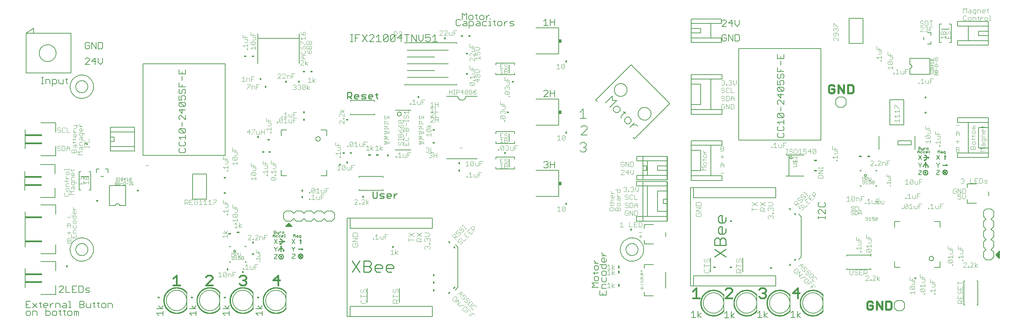
<source format=gto>
G75*
G70*
%OFA0B0*%
%FSLAX24Y24*%
%IPPOS*%
%LPD*%
%AMOC8*
5,1,8,0,0,1.08239X$1,22.5*
%
%ADD10C,0.0030*%
%ADD11C,0.0060*%
%ADD12C,0.0080*%
%ADD13C,0.0040*%
%ADD14C,0.0020*%
%ADD15C,0.0050*%
%ADD16C,0.0100*%
%ADD17C,0.0170*%
%ADD18C,0.0110*%
%ADD19C,0.0200*%
%ADD20R,0.0236X0.0157*%
%ADD21R,0.0157X0.0236*%
%ADD22R,0.0300X0.0340*%
%ADD23R,0.0160X0.0280*%
%ADD24C,0.0010*%
%ADD25C,0.0157*%
%ADD26R,0.0280X0.0160*%
D10*
X020868Y006270D02*
X020920Y006219D01*
X021023Y006219D01*
X021075Y006270D01*
X021075Y006477D01*
X021023Y006529D01*
X020920Y006529D01*
X020868Y006477D01*
X020868Y006425D01*
X020920Y006374D01*
X021075Y006374D01*
X021181Y006425D02*
X021285Y006529D01*
X021285Y006219D01*
X021388Y006219D02*
X021181Y006219D01*
X021494Y006270D02*
X021546Y006219D01*
X021649Y006219D01*
X021701Y006270D01*
X021701Y006374D01*
X021649Y006425D01*
X021598Y006425D01*
X021494Y006374D01*
X021494Y006529D01*
X021701Y006529D01*
X021649Y006569D02*
X021701Y006620D01*
X021701Y006879D01*
X021494Y006879D02*
X021494Y006620D01*
X021546Y006569D01*
X021649Y006569D01*
X021807Y006477D02*
X021859Y006529D01*
X021962Y006529D01*
X022014Y006477D01*
X021807Y006270D01*
X021859Y006219D01*
X021962Y006219D01*
X022014Y006270D01*
X022014Y006477D01*
X021807Y006477D02*
X021807Y006270D01*
X021388Y006724D02*
X021336Y006672D01*
X021181Y006672D01*
X021181Y006569D02*
X021181Y006879D01*
X021336Y006879D01*
X021388Y006827D01*
X021388Y006724D01*
X021075Y006879D02*
X021075Y006569D01*
X020868Y006569D02*
X020868Y006879D01*
X020972Y006775D01*
X021075Y006879D01*
X023268Y006939D02*
X023268Y007186D01*
X023453Y007063D02*
X023453Y006939D01*
X023391Y006818D02*
X023638Y006818D01*
X023638Y006633D01*
X023576Y006571D01*
X023391Y006571D01*
X023268Y006326D02*
X023638Y006326D01*
X023638Y006203D02*
X023638Y006450D01*
X023391Y006203D02*
X023268Y006326D01*
X023576Y006080D02*
X023638Y006080D01*
X023638Y006019D01*
X023576Y006019D01*
X023576Y006080D01*
X023638Y006939D02*
X023268Y006939D01*
X060976Y005073D02*
X061097Y005195D01*
X061097Y004831D01*
X061037Y004781D02*
X060976Y004721D01*
X061037Y004781D02*
X061158Y004781D01*
X061219Y004721D01*
X061219Y004660D01*
X060976Y004417D01*
X061219Y004417D01*
X061158Y004368D02*
X061219Y004307D01*
X061219Y004247D01*
X061158Y004186D01*
X061219Y004125D01*
X061219Y004065D01*
X061158Y004004D01*
X061037Y004004D01*
X060976Y004065D01*
X061097Y004186D02*
X061158Y004186D01*
X061158Y004368D02*
X061037Y004368D01*
X060976Y004307D01*
X060976Y004831D02*
X061219Y004831D01*
X061219Y003773D02*
X060976Y003773D01*
X081668Y010680D02*
X081730Y010619D01*
X081853Y010619D01*
X081915Y010680D01*
X081915Y010742D01*
X081853Y010804D01*
X081730Y010804D01*
X081668Y010865D01*
X081668Y010927D01*
X081730Y010989D01*
X081853Y010989D01*
X081915Y010927D01*
X082036Y010989D02*
X082222Y010989D01*
X082283Y010927D01*
X082283Y010680D01*
X082222Y010619D01*
X082036Y010619D01*
X082036Y010989D01*
X082098Y011069D02*
X082036Y011130D01*
X082036Y011377D01*
X082098Y011439D01*
X082222Y011439D01*
X082283Y011377D01*
X082405Y011439D02*
X082405Y011069D01*
X082652Y011069D01*
X082528Y010989D02*
X082652Y010865D01*
X082652Y010619D01*
X082652Y010804D02*
X082405Y010804D01*
X082405Y010865D02*
X082405Y010619D01*
X082405Y010865D02*
X082528Y010989D01*
X082283Y011130D02*
X082222Y011069D01*
X082098Y011069D01*
X081915Y011130D02*
X081915Y011192D01*
X081853Y011254D01*
X081730Y011254D01*
X081668Y011315D01*
X081668Y011377D01*
X081730Y011439D01*
X081853Y011439D01*
X081915Y011377D01*
X081915Y011130D02*
X081853Y011069D01*
X081730Y011069D01*
X081668Y011130D01*
X083068Y010327D02*
X083068Y010275D01*
X083120Y010224D01*
X083275Y010224D01*
X083275Y010327D02*
X083223Y010379D01*
X083120Y010379D01*
X083068Y010327D01*
X083068Y010120D02*
X083120Y010069D01*
X083223Y010069D01*
X083275Y010120D01*
X083275Y010327D01*
X083381Y010275D02*
X083485Y010379D01*
X083485Y010069D01*
X083588Y010069D02*
X083381Y010069D01*
X083694Y010120D02*
X083746Y010069D01*
X083849Y010069D01*
X083901Y010120D01*
X083901Y010224D01*
X083849Y010275D01*
X083798Y010275D01*
X083694Y010224D01*
X083694Y010379D01*
X083901Y010379D01*
X084007Y010327D02*
X084007Y010120D01*
X084214Y010327D01*
X084214Y010120D01*
X084162Y010069D01*
X084059Y010069D01*
X084007Y010120D01*
X084007Y010327D02*
X084059Y010379D01*
X084162Y010379D01*
X084214Y010327D01*
X084225Y011669D02*
X084225Y011979D01*
X084122Y011875D01*
X084018Y011979D01*
X084018Y011669D01*
X084331Y011669D02*
X084331Y011979D01*
X084486Y011979D01*
X084538Y011927D01*
X084538Y011824D01*
X084486Y011772D01*
X084331Y011772D01*
X084644Y011720D02*
X084644Y011979D01*
X084851Y011979D02*
X084851Y011720D01*
X084799Y011669D01*
X084696Y011669D01*
X084644Y011720D01*
X085476Y013469D02*
X085476Y013530D01*
X085538Y013530D01*
X085538Y013469D01*
X085476Y013469D01*
X085538Y013653D02*
X085538Y013900D01*
X085538Y013776D02*
X085168Y013776D01*
X085291Y013653D01*
X085291Y014021D02*
X085476Y014021D01*
X085538Y014083D01*
X085538Y014268D01*
X085291Y014268D01*
X085353Y014389D02*
X085353Y014513D01*
X085168Y014389D02*
X085168Y014636D01*
X085168Y014389D02*
X085538Y014389D01*
X083914Y013927D02*
X083707Y013720D01*
X083759Y013669D01*
X083862Y013669D01*
X083914Y013720D01*
X083914Y013927D01*
X083862Y013979D01*
X083759Y013979D01*
X083707Y013927D01*
X083707Y013720D01*
X083601Y013720D02*
X083549Y013669D01*
X083446Y013669D01*
X083394Y013720D01*
X083394Y013824D02*
X083498Y013875D01*
X083549Y013875D01*
X083601Y013824D01*
X083601Y013720D01*
X083394Y013824D02*
X083394Y013979D01*
X083601Y013979D01*
X083549Y014019D02*
X083601Y014070D01*
X083601Y014329D01*
X083394Y014329D02*
X083394Y014070D01*
X083446Y014019D01*
X083549Y014019D01*
X083288Y014174D02*
X083236Y014122D01*
X083081Y014122D01*
X083081Y014019D02*
X083081Y014329D01*
X083236Y014329D01*
X083288Y014277D01*
X083288Y014174D01*
X083185Y013979D02*
X083185Y013669D01*
X083288Y013669D02*
X083081Y013669D01*
X082975Y013720D02*
X082975Y013927D01*
X082923Y013979D01*
X082820Y013979D01*
X082768Y013927D01*
X082768Y013875D01*
X082820Y013824D01*
X082975Y013824D01*
X082975Y013720D02*
X082923Y013669D01*
X082820Y013669D01*
X082768Y013720D01*
X082768Y014019D02*
X082768Y014329D01*
X082872Y014225D01*
X082975Y014329D01*
X082975Y014019D01*
X083081Y013875D02*
X083185Y013979D01*
X076335Y015426D02*
X076335Y015547D01*
X076274Y015608D01*
X075971Y015608D01*
X076032Y015728D02*
X075971Y015788D01*
X075971Y015910D01*
X076032Y015970D01*
X076032Y016090D02*
X075971Y016151D01*
X075971Y016272D01*
X076032Y016333D01*
X076092Y016333D01*
X076153Y016272D01*
X076214Y016333D01*
X076274Y016333D01*
X076335Y016272D01*
X076335Y016151D01*
X076274Y016090D01*
X076274Y015970D02*
X076214Y015970D01*
X076153Y015910D01*
X076153Y015788D01*
X076092Y015728D01*
X076032Y015728D01*
X075910Y015849D02*
X076396Y015849D01*
X076335Y015788D02*
X076335Y015910D01*
X076274Y015970D01*
X076335Y015788D02*
X076274Y015728D01*
X076335Y015426D02*
X076274Y015365D01*
X075971Y015365D01*
X076153Y016212D02*
X076153Y016272D01*
D11*
X000790Y000734D02*
X000683Y000840D01*
X000683Y001054D01*
X000790Y001161D01*
X001003Y001161D01*
X001110Y001054D01*
X001110Y000840D01*
X001003Y000734D01*
X000790Y000734D01*
X001328Y000734D02*
X001328Y001161D01*
X001648Y001161D01*
X001755Y001054D01*
X001755Y000734D01*
X002617Y000734D02*
X002937Y000734D01*
X003044Y000840D01*
X003044Y001054D01*
X002937Y001161D01*
X002617Y001161D01*
X002617Y001374D02*
X002617Y000734D01*
X003261Y000840D02*
X003261Y001054D01*
X003368Y001161D01*
X003581Y001161D01*
X003688Y001054D01*
X003688Y000840D01*
X003581Y000734D01*
X003368Y000734D01*
X003261Y000840D01*
X003906Y001161D02*
X004119Y001161D01*
X004013Y001267D02*
X004013Y000840D01*
X004119Y000734D01*
X004442Y000840D02*
X004549Y000734D01*
X004442Y000840D02*
X004442Y001267D01*
X004335Y001161D02*
X004549Y001161D01*
X004765Y001054D02*
X004765Y000840D01*
X004872Y000734D01*
X005085Y000734D01*
X005192Y000840D01*
X005192Y001054D01*
X005085Y001161D01*
X004872Y001161D01*
X004765Y001054D01*
X004873Y001484D02*
X005086Y001484D01*
X004979Y001484D02*
X004979Y002124D01*
X004873Y002124D01*
X004655Y001804D02*
X004655Y001484D01*
X004335Y001484D01*
X004228Y001590D01*
X004335Y001697D01*
X004655Y001697D01*
X004655Y001804D02*
X004548Y001911D01*
X004335Y001911D01*
X004011Y001804D02*
X003904Y001911D01*
X003584Y001911D01*
X003584Y001484D01*
X004011Y001484D02*
X004011Y001804D01*
X003367Y001911D02*
X003260Y001911D01*
X003046Y001697D01*
X003046Y001484D02*
X003046Y001911D01*
X002829Y001804D02*
X002829Y001697D01*
X002402Y001697D01*
X002402Y001590D02*
X002402Y001804D01*
X002509Y001911D01*
X002722Y001911D01*
X002829Y001804D01*
X002722Y001484D02*
X002509Y001484D01*
X002402Y001590D01*
X002186Y001484D02*
X002079Y001590D01*
X002079Y002017D01*
X001972Y001911D02*
X002186Y001911D01*
X001755Y001911D02*
X001328Y001484D01*
X001110Y001484D02*
X000683Y001484D01*
X000683Y002124D01*
X001110Y002124D01*
X001328Y001911D02*
X001755Y001484D01*
X000897Y001804D02*
X000683Y001804D01*
X003933Y002984D02*
X004360Y003411D01*
X004360Y003517D01*
X004253Y003624D01*
X004040Y003624D01*
X003933Y003517D01*
X004578Y003624D02*
X004578Y002984D01*
X005005Y002984D01*
X005222Y002984D02*
X005649Y002984D01*
X005867Y002984D02*
X006187Y002984D01*
X006294Y003090D01*
X006294Y003517D01*
X006187Y003624D01*
X005867Y003624D01*
X005867Y002984D01*
X005436Y003304D02*
X005222Y003304D01*
X005222Y003624D02*
X005222Y002984D01*
X004360Y002984D02*
X003933Y002984D01*
X005222Y003624D02*
X005649Y003624D01*
X006511Y003304D02*
X006618Y003411D01*
X006938Y003411D01*
X006831Y003197D02*
X006618Y003197D01*
X006511Y003304D01*
X006511Y002984D02*
X006831Y002984D01*
X006938Y003090D01*
X006831Y003197D01*
X006267Y002124D02*
X006374Y002017D01*
X006374Y001911D01*
X006267Y001804D01*
X005947Y001804D01*
X006267Y001804D02*
X006374Y001697D01*
X006374Y001590D01*
X006267Y001484D01*
X005947Y001484D01*
X005947Y002124D01*
X006267Y002124D01*
X006591Y001911D02*
X006591Y001590D01*
X006698Y001484D01*
X007018Y001484D01*
X007018Y001911D01*
X007236Y001911D02*
X007449Y001911D01*
X007343Y002017D02*
X007343Y001590D01*
X007449Y001484D01*
X007772Y001590D02*
X007879Y001484D01*
X007772Y001590D02*
X007772Y002017D01*
X007666Y001911D02*
X007879Y001911D01*
X008095Y001804D02*
X008202Y001911D01*
X008415Y001911D01*
X008522Y001804D01*
X008522Y001590D01*
X008415Y001484D01*
X008202Y001484D01*
X008095Y001590D01*
X008095Y001804D01*
X008740Y001911D02*
X008740Y001484D01*
X009167Y001484D02*
X009167Y001804D01*
X009060Y001911D01*
X008740Y001911D01*
X005837Y001054D02*
X005837Y000734D01*
X005623Y000734D02*
X005623Y001054D01*
X005730Y001161D01*
X005837Y001054D01*
X005623Y001054D02*
X005516Y001161D01*
X005410Y001161D01*
X005410Y000734D01*
X013483Y000947D02*
X014123Y000947D01*
X014123Y000734D02*
X014123Y001161D01*
X014123Y001378D02*
X013483Y001378D01*
X013696Y001698D02*
X013910Y001378D01*
X014123Y001698D01*
X014453Y002204D02*
X014455Y002267D01*
X014461Y002329D01*
X014471Y002391D01*
X014484Y002453D01*
X014502Y002513D01*
X014523Y002572D01*
X014548Y002630D01*
X014577Y002686D01*
X014609Y002740D01*
X014644Y002792D01*
X014682Y002841D01*
X014724Y002889D01*
X014768Y002933D01*
X014816Y002975D01*
X014865Y003013D01*
X014917Y003048D01*
X014971Y003080D01*
X015027Y003109D01*
X015085Y003134D01*
X015144Y003155D01*
X015204Y003173D01*
X015266Y003186D01*
X015328Y003196D01*
X015390Y003202D01*
X015453Y003204D01*
X015516Y003202D01*
X015578Y003196D01*
X015640Y003186D01*
X015702Y003173D01*
X015762Y003155D01*
X015821Y003134D01*
X015879Y003109D01*
X015935Y003080D01*
X015989Y003048D01*
X016041Y003013D01*
X016090Y002975D01*
X016138Y002933D01*
X016182Y002889D01*
X016224Y002841D01*
X016262Y002792D01*
X016297Y002740D01*
X016329Y002686D01*
X016358Y002630D01*
X016383Y002572D01*
X016404Y002513D01*
X016422Y002453D01*
X016435Y002391D01*
X016445Y002329D01*
X016451Y002267D01*
X016453Y002204D01*
X016451Y002141D01*
X016445Y002079D01*
X016435Y002017D01*
X016422Y001955D01*
X016404Y001895D01*
X016383Y001836D01*
X016358Y001778D01*
X016329Y001722D01*
X016297Y001668D01*
X016262Y001616D01*
X016224Y001567D01*
X016182Y001519D01*
X016138Y001475D01*
X016090Y001433D01*
X016041Y001395D01*
X015989Y001360D01*
X015935Y001328D01*
X015879Y001299D01*
X015821Y001274D01*
X015762Y001253D01*
X015702Y001235D01*
X015640Y001222D01*
X015578Y001212D01*
X015516Y001206D01*
X015453Y001204D01*
X015390Y001206D01*
X015328Y001212D01*
X015266Y001222D01*
X015204Y001235D01*
X015144Y001253D01*
X015085Y001274D01*
X015027Y001299D01*
X014971Y001328D01*
X014917Y001360D01*
X014865Y001395D01*
X014816Y001433D01*
X014768Y001475D01*
X014724Y001519D01*
X014682Y001567D01*
X014644Y001616D01*
X014609Y001668D01*
X014577Y001722D01*
X014548Y001778D01*
X014523Y001836D01*
X014502Y001895D01*
X014484Y001955D01*
X014471Y002017D01*
X014461Y002079D01*
X014455Y002141D01*
X014453Y002204D01*
X016733Y001378D02*
X017373Y001378D01*
X017160Y001378D02*
X016946Y001698D01*
X017160Y001378D02*
X017373Y001698D01*
X017373Y001161D02*
X017373Y000734D01*
X017373Y000947D02*
X016733Y000947D01*
X016946Y000734D01*
X019983Y000947D02*
X020623Y000947D01*
X020623Y000734D02*
X020623Y001161D01*
X020623Y001378D02*
X019983Y001378D01*
X020196Y001698D02*
X020410Y001378D01*
X020623Y001698D01*
X020953Y002204D02*
X020955Y002267D01*
X020961Y002329D01*
X020971Y002391D01*
X020984Y002453D01*
X021002Y002513D01*
X021023Y002572D01*
X021048Y002630D01*
X021077Y002686D01*
X021109Y002740D01*
X021144Y002792D01*
X021182Y002841D01*
X021224Y002889D01*
X021268Y002933D01*
X021316Y002975D01*
X021365Y003013D01*
X021417Y003048D01*
X021471Y003080D01*
X021527Y003109D01*
X021585Y003134D01*
X021644Y003155D01*
X021704Y003173D01*
X021766Y003186D01*
X021828Y003196D01*
X021890Y003202D01*
X021953Y003204D01*
X022016Y003202D01*
X022078Y003196D01*
X022140Y003186D01*
X022202Y003173D01*
X022262Y003155D01*
X022321Y003134D01*
X022379Y003109D01*
X022435Y003080D01*
X022489Y003048D01*
X022541Y003013D01*
X022590Y002975D01*
X022638Y002933D01*
X022682Y002889D01*
X022724Y002841D01*
X022762Y002792D01*
X022797Y002740D01*
X022829Y002686D01*
X022858Y002630D01*
X022883Y002572D01*
X022904Y002513D01*
X022922Y002453D01*
X022935Y002391D01*
X022945Y002329D01*
X022951Y002267D01*
X022953Y002204D01*
X022951Y002141D01*
X022945Y002079D01*
X022935Y002017D01*
X022922Y001955D01*
X022904Y001895D01*
X022883Y001836D01*
X022858Y001778D01*
X022829Y001722D01*
X022797Y001668D01*
X022762Y001616D01*
X022724Y001567D01*
X022682Y001519D01*
X022638Y001475D01*
X022590Y001433D01*
X022541Y001395D01*
X022489Y001360D01*
X022435Y001328D01*
X022379Y001299D01*
X022321Y001274D01*
X022262Y001253D01*
X022202Y001235D01*
X022140Y001222D01*
X022078Y001212D01*
X022016Y001206D01*
X021953Y001204D01*
X021890Y001206D01*
X021828Y001212D01*
X021766Y001222D01*
X021704Y001235D01*
X021644Y001253D01*
X021585Y001274D01*
X021527Y001299D01*
X021471Y001328D01*
X021417Y001360D01*
X021365Y001395D01*
X021316Y001433D01*
X021268Y001475D01*
X021224Y001519D01*
X021182Y001567D01*
X021144Y001616D01*
X021109Y001668D01*
X021077Y001722D01*
X021048Y001778D01*
X021023Y001836D01*
X021002Y001895D01*
X020984Y001955D01*
X020971Y002017D01*
X020961Y002079D01*
X020955Y002141D01*
X020953Y002204D01*
X017703Y002204D02*
X017705Y002267D01*
X017711Y002329D01*
X017721Y002391D01*
X017734Y002453D01*
X017752Y002513D01*
X017773Y002572D01*
X017798Y002630D01*
X017827Y002686D01*
X017859Y002740D01*
X017894Y002792D01*
X017932Y002841D01*
X017974Y002889D01*
X018018Y002933D01*
X018066Y002975D01*
X018115Y003013D01*
X018167Y003048D01*
X018221Y003080D01*
X018277Y003109D01*
X018335Y003134D01*
X018394Y003155D01*
X018454Y003173D01*
X018516Y003186D01*
X018578Y003196D01*
X018640Y003202D01*
X018703Y003204D01*
X018766Y003202D01*
X018828Y003196D01*
X018890Y003186D01*
X018952Y003173D01*
X019012Y003155D01*
X019071Y003134D01*
X019129Y003109D01*
X019185Y003080D01*
X019239Y003048D01*
X019291Y003013D01*
X019340Y002975D01*
X019388Y002933D01*
X019432Y002889D01*
X019474Y002841D01*
X019512Y002792D01*
X019547Y002740D01*
X019579Y002686D01*
X019608Y002630D01*
X019633Y002572D01*
X019654Y002513D01*
X019672Y002453D01*
X019685Y002391D01*
X019695Y002329D01*
X019701Y002267D01*
X019703Y002204D01*
X019701Y002141D01*
X019695Y002079D01*
X019685Y002017D01*
X019672Y001955D01*
X019654Y001895D01*
X019633Y001836D01*
X019608Y001778D01*
X019579Y001722D01*
X019547Y001668D01*
X019512Y001616D01*
X019474Y001567D01*
X019432Y001519D01*
X019388Y001475D01*
X019340Y001433D01*
X019291Y001395D01*
X019239Y001360D01*
X019185Y001328D01*
X019129Y001299D01*
X019071Y001274D01*
X019012Y001253D01*
X018952Y001235D01*
X018890Y001222D01*
X018828Y001212D01*
X018766Y001206D01*
X018703Y001204D01*
X018640Y001206D01*
X018578Y001212D01*
X018516Y001222D01*
X018454Y001235D01*
X018394Y001253D01*
X018335Y001274D01*
X018277Y001299D01*
X018221Y001328D01*
X018167Y001360D01*
X018115Y001395D01*
X018066Y001433D01*
X018018Y001475D01*
X017974Y001519D01*
X017932Y001567D01*
X017894Y001616D01*
X017859Y001668D01*
X017827Y001722D01*
X017798Y001778D01*
X017773Y001836D01*
X017752Y001895D01*
X017734Y001955D01*
X017721Y002017D01*
X017711Y002079D01*
X017705Y002141D01*
X017703Y002204D01*
X019983Y000947D02*
X020196Y000734D01*
X023233Y000947D02*
X023873Y000947D01*
X023873Y000734D02*
X023873Y001161D01*
X023873Y001378D02*
X023233Y001378D01*
X023446Y001698D02*
X023660Y001378D01*
X023873Y001698D01*
X024203Y002204D02*
X024205Y002267D01*
X024211Y002329D01*
X024221Y002391D01*
X024234Y002453D01*
X024252Y002513D01*
X024273Y002572D01*
X024298Y002630D01*
X024327Y002686D01*
X024359Y002740D01*
X024394Y002792D01*
X024432Y002841D01*
X024474Y002889D01*
X024518Y002933D01*
X024566Y002975D01*
X024615Y003013D01*
X024667Y003048D01*
X024721Y003080D01*
X024777Y003109D01*
X024835Y003134D01*
X024894Y003155D01*
X024954Y003173D01*
X025016Y003186D01*
X025078Y003196D01*
X025140Y003202D01*
X025203Y003204D01*
X025266Y003202D01*
X025328Y003196D01*
X025390Y003186D01*
X025452Y003173D01*
X025512Y003155D01*
X025571Y003134D01*
X025629Y003109D01*
X025685Y003080D01*
X025739Y003048D01*
X025791Y003013D01*
X025840Y002975D01*
X025888Y002933D01*
X025932Y002889D01*
X025974Y002841D01*
X026012Y002792D01*
X026047Y002740D01*
X026079Y002686D01*
X026108Y002630D01*
X026133Y002572D01*
X026154Y002513D01*
X026172Y002453D01*
X026185Y002391D01*
X026195Y002329D01*
X026201Y002267D01*
X026203Y002204D01*
X026201Y002141D01*
X026195Y002079D01*
X026185Y002017D01*
X026172Y001955D01*
X026154Y001895D01*
X026133Y001836D01*
X026108Y001778D01*
X026079Y001722D01*
X026047Y001668D01*
X026012Y001616D01*
X025974Y001567D01*
X025932Y001519D01*
X025888Y001475D01*
X025840Y001433D01*
X025791Y001395D01*
X025739Y001360D01*
X025685Y001328D01*
X025629Y001299D01*
X025571Y001274D01*
X025512Y001253D01*
X025452Y001235D01*
X025390Y001222D01*
X025328Y001212D01*
X025266Y001206D01*
X025203Y001204D01*
X025140Y001206D01*
X025078Y001212D01*
X025016Y001222D01*
X024954Y001235D01*
X024894Y001253D01*
X024835Y001274D01*
X024777Y001299D01*
X024721Y001328D01*
X024667Y001360D01*
X024615Y001395D01*
X024566Y001433D01*
X024518Y001475D01*
X024474Y001519D01*
X024432Y001567D01*
X024394Y001616D01*
X024359Y001668D01*
X024327Y001722D01*
X024298Y001778D01*
X024273Y001836D01*
X024252Y001895D01*
X024234Y001955D01*
X024221Y002017D01*
X024211Y002079D01*
X024205Y002141D01*
X024203Y002204D01*
X023233Y000947D02*
X023446Y000734D01*
X013696Y000734D02*
X013483Y000947D01*
X005003Y007204D02*
X005005Y007271D01*
X005011Y007339D01*
X005021Y007406D01*
X005035Y007472D01*
X005052Y007537D01*
X005074Y007601D01*
X005099Y007664D01*
X005128Y007725D01*
X005160Y007784D01*
X005196Y007841D01*
X005235Y007896D01*
X005277Y007949D01*
X005322Y007999D01*
X005370Y008046D01*
X005421Y008091D01*
X005474Y008132D01*
X005530Y008171D01*
X005588Y008206D01*
X005648Y008237D01*
X005709Y008265D01*
X005772Y008289D01*
X005836Y008310D01*
X005902Y008326D01*
X005968Y008339D01*
X006035Y008348D01*
X006102Y008353D01*
X006170Y008354D01*
X006237Y008351D01*
X006304Y008344D01*
X006371Y008333D01*
X006437Y008318D01*
X006502Y008300D01*
X006566Y008277D01*
X006628Y008251D01*
X006689Y008222D01*
X006747Y008188D01*
X006804Y008152D01*
X006859Y008112D01*
X006911Y008069D01*
X006960Y008023D01*
X007007Y007974D01*
X007051Y007923D01*
X007091Y007869D01*
X007129Y007813D01*
X007163Y007754D01*
X007193Y007694D01*
X007220Y007632D01*
X007244Y007569D01*
X007263Y007504D01*
X007279Y007439D01*
X007291Y007372D01*
X007299Y007305D01*
X007303Y007238D01*
X007303Y007170D01*
X007299Y007103D01*
X007291Y007036D01*
X007279Y006969D01*
X007263Y006904D01*
X007244Y006839D01*
X007220Y006776D01*
X007193Y006714D01*
X007163Y006654D01*
X007129Y006595D01*
X007091Y006539D01*
X007051Y006485D01*
X007007Y006434D01*
X006960Y006385D01*
X006911Y006339D01*
X006859Y006296D01*
X006804Y006256D01*
X006747Y006220D01*
X006689Y006186D01*
X006628Y006157D01*
X006566Y006131D01*
X006502Y006108D01*
X006437Y006090D01*
X006371Y006075D01*
X006304Y006064D01*
X006237Y006057D01*
X006170Y006054D01*
X006102Y006055D01*
X006035Y006060D01*
X005968Y006069D01*
X005902Y006082D01*
X005836Y006098D01*
X005772Y006119D01*
X005709Y006143D01*
X005648Y006171D01*
X005588Y006202D01*
X005530Y006237D01*
X005474Y006276D01*
X005421Y006317D01*
X005370Y006362D01*
X005322Y006409D01*
X005277Y006459D01*
X005235Y006512D01*
X005196Y006567D01*
X005160Y006624D01*
X005128Y006683D01*
X005099Y006744D01*
X005074Y006807D01*
X005052Y006871D01*
X005035Y006936D01*
X005021Y007002D01*
X005011Y007069D01*
X005005Y007137D01*
X005003Y007204D01*
X017022Y012174D02*
X017022Y014633D01*
X018384Y014633D01*
X018384Y012174D01*
X017022Y012174D01*
X016216Y016734D02*
X016323Y016840D01*
X016323Y017054D01*
X016216Y017161D01*
X016216Y017378D02*
X016323Y017485D01*
X016323Y017698D01*
X016216Y017805D01*
X016323Y018023D02*
X016323Y018450D01*
X016323Y018236D02*
X015683Y018236D01*
X015896Y018023D01*
X015789Y017805D02*
X015683Y017698D01*
X015683Y017485D01*
X015789Y017378D01*
X016216Y017378D01*
X015789Y017161D02*
X015683Y017054D01*
X015683Y016840D01*
X015789Y016734D01*
X016216Y016734D01*
X016216Y018667D02*
X015789Y019094D01*
X016216Y019094D01*
X016323Y018987D01*
X016323Y018774D01*
X016216Y018667D01*
X015789Y018667D01*
X015683Y018774D01*
X015683Y018987D01*
X015789Y019094D01*
X016003Y019312D02*
X016003Y019739D01*
X015789Y019956D02*
X015683Y020063D01*
X015683Y020276D01*
X015789Y020383D01*
X015896Y020383D01*
X016323Y019956D01*
X016323Y020383D01*
X016003Y020601D02*
X016003Y021028D01*
X016216Y021245D02*
X015789Y021672D01*
X016216Y021672D01*
X016323Y021565D01*
X016323Y021352D01*
X016216Y021245D01*
X015789Y021245D01*
X015683Y021352D01*
X015683Y021565D01*
X015789Y021672D01*
X015683Y021890D02*
X016003Y021890D01*
X015896Y022103D01*
X015896Y022210D01*
X016003Y022317D01*
X016216Y022317D01*
X016323Y022210D01*
X016323Y021996D01*
X016216Y021890D01*
X015683Y021890D02*
X015683Y022317D01*
X015789Y022534D02*
X015896Y022534D01*
X016003Y022641D01*
X016003Y022855D01*
X016110Y022961D01*
X016216Y022961D01*
X016323Y022855D01*
X016323Y022641D01*
X016216Y022534D01*
X015789Y022534D02*
X015683Y022641D01*
X015683Y022855D01*
X015789Y022961D01*
X015683Y023179D02*
X015683Y023606D01*
X016003Y023392D02*
X016003Y023179D01*
X016323Y023179D02*
X015683Y023179D01*
X016003Y023823D02*
X016003Y024250D01*
X016003Y024468D02*
X016003Y024681D01*
X016323Y024468D02*
X016323Y024895D01*
X015683Y024895D02*
X015683Y024468D01*
X016323Y024468D01*
X008199Y025597D02*
X007986Y025384D01*
X007772Y025597D01*
X007772Y026024D01*
X007448Y026024D02*
X007128Y025704D01*
X007555Y025704D01*
X007448Y025384D02*
X007448Y026024D01*
X006910Y025917D02*
X006803Y026024D01*
X006590Y026024D01*
X006483Y025917D01*
X006910Y025917D02*
X006910Y025811D01*
X006483Y025384D01*
X006910Y025384D01*
X008199Y025597D02*
X008199Y026024D01*
X008092Y026934D02*
X008199Y027040D01*
X008199Y027467D01*
X008092Y027574D01*
X007772Y027574D01*
X007772Y026934D01*
X008092Y026934D01*
X007555Y026934D02*
X007555Y027574D01*
X007128Y027574D02*
X007555Y026934D01*
X007128Y026934D02*
X007128Y027574D01*
X006910Y027467D02*
X006803Y027574D01*
X006590Y027574D01*
X006483Y027467D01*
X006483Y027040D01*
X006590Y026934D01*
X006803Y026934D01*
X006910Y027040D01*
X006910Y027254D01*
X006697Y027254D01*
X004653Y024017D02*
X004653Y023590D01*
X004760Y023484D01*
X004329Y023484D02*
X004329Y023911D01*
X004546Y023911D02*
X004760Y023911D01*
X003902Y023911D02*
X003902Y023590D01*
X004009Y023484D01*
X004329Y023484D01*
X003684Y023590D02*
X003578Y023484D01*
X003257Y023484D01*
X003257Y023270D02*
X003257Y023911D01*
X003578Y023911D01*
X003684Y023804D01*
X003684Y023590D01*
X003040Y023484D02*
X003040Y023804D01*
X002933Y023911D01*
X002613Y023911D01*
X002613Y023484D01*
X002397Y023484D02*
X002183Y023484D01*
X002290Y023484D02*
X002290Y024124D01*
X002183Y024124D02*
X002397Y024124D01*
X005003Y023204D02*
X005005Y023271D01*
X005011Y023339D01*
X005021Y023406D01*
X005035Y023472D01*
X005052Y023537D01*
X005074Y023601D01*
X005099Y023664D01*
X005128Y023725D01*
X005160Y023784D01*
X005196Y023841D01*
X005235Y023896D01*
X005277Y023949D01*
X005322Y023999D01*
X005370Y024046D01*
X005421Y024091D01*
X005474Y024132D01*
X005530Y024171D01*
X005588Y024206D01*
X005648Y024237D01*
X005709Y024265D01*
X005772Y024289D01*
X005836Y024310D01*
X005902Y024326D01*
X005968Y024339D01*
X006035Y024348D01*
X006102Y024353D01*
X006170Y024354D01*
X006237Y024351D01*
X006304Y024344D01*
X006371Y024333D01*
X006437Y024318D01*
X006502Y024300D01*
X006566Y024277D01*
X006628Y024251D01*
X006689Y024222D01*
X006747Y024188D01*
X006804Y024152D01*
X006859Y024112D01*
X006911Y024069D01*
X006960Y024023D01*
X007007Y023974D01*
X007051Y023923D01*
X007091Y023869D01*
X007129Y023813D01*
X007163Y023754D01*
X007193Y023694D01*
X007220Y023632D01*
X007244Y023569D01*
X007263Y023504D01*
X007279Y023439D01*
X007291Y023372D01*
X007299Y023305D01*
X007303Y023238D01*
X007303Y023170D01*
X007299Y023103D01*
X007291Y023036D01*
X007279Y022969D01*
X007263Y022904D01*
X007244Y022839D01*
X007220Y022776D01*
X007193Y022714D01*
X007163Y022654D01*
X007129Y022595D01*
X007091Y022539D01*
X007051Y022485D01*
X007007Y022434D01*
X006960Y022385D01*
X006911Y022339D01*
X006859Y022296D01*
X006804Y022256D01*
X006747Y022220D01*
X006689Y022186D01*
X006628Y022157D01*
X006566Y022131D01*
X006502Y022108D01*
X006437Y022090D01*
X006371Y022075D01*
X006304Y022064D01*
X006237Y022057D01*
X006170Y022054D01*
X006102Y022055D01*
X006035Y022060D01*
X005968Y022069D01*
X005902Y022082D01*
X005836Y022098D01*
X005772Y022119D01*
X005709Y022143D01*
X005648Y022171D01*
X005588Y022202D01*
X005530Y022237D01*
X005474Y022276D01*
X005421Y022317D01*
X005370Y022362D01*
X005322Y022409D01*
X005277Y022459D01*
X005235Y022512D01*
X005196Y022567D01*
X005160Y022624D01*
X005128Y022683D01*
X005099Y022744D01*
X005074Y022807D01*
X005052Y022871D01*
X005035Y022936D01*
X005021Y023002D01*
X005011Y023069D01*
X005005Y023137D01*
X005003Y023204D01*
X015683Y020921D02*
X016003Y020601D01*
X016323Y020921D02*
X015683Y020921D01*
X032533Y027634D02*
X032763Y027634D01*
X032648Y027634D02*
X032648Y028324D01*
X032533Y028324D02*
X032763Y028324D01*
X032994Y028324D02*
X033454Y028324D01*
X033684Y028324D02*
X034144Y027634D01*
X034375Y027634D02*
X034835Y028094D01*
X034835Y028209D01*
X034720Y028324D01*
X034490Y028324D01*
X034375Y028209D01*
X034144Y028324D02*
X033684Y027634D01*
X033224Y027979D02*
X032994Y027979D01*
X032994Y027634D02*
X032994Y028324D01*
X035065Y028094D02*
X035295Y028324D01*
X035295Y027634D01*
X035065Y027634D02*
X035526Y027634D01*
X035756Y027749D02*
X036216Y028209D01*
X036216Y027749D01*
X036101Y027634D01*
X035871Y027634D01*
X035756Y027749D01*
X035756Y028209D01*
X035871Y028324D01*
X036101Y028324D01*
X036216Y028209D01*
X036446Y028209D02*
X036561Y028324D01*
X036792Y028324D01*
X036907Y028209D01*
X036446Y027749D01*
X036561Y027634D01*
X036792Y027634D01*
X036907Y027749D01*
X036907Y028209D01*
X037137Y027979D02*
X037597Y027979D01*
X037482Y028324D02*
X037137Y027979D01*
X037482Y027634D02*
X037482Y028324D01*
X037827Y028324D02*
X038288Y028324D01*
X038518Y028324D02*
X038978Y027634D01*
X038978Y028324D01*
X039208Y028324D02*
X039208Y027864D01*
X039439Y027634D01*
X039669Y027864D01*
X039669Y028324D01*
X039899Y028324D02*
X039899Y027979D01*
X040129Y028094D01*
X040244Y028094D01*
X040359Y027979D01*
X040359Y027749D01*
X040244Y027634D01*
X040014Y027634D01*
X039899Y027749D01*
X040590Y027634D02*
X041050Y027634D01*
X040820Y027634D02*
X040820Y028324D01*
X040590Y028094D01*
X040359Y028324D02*
X039899Y028324D01*
X038518Y028324D02*
X038518Y027634D01*
X038058Y027634D02*
X038058Y028324D01*
X036446Y028209D02*
X036446Y027749D01*
X034835Y027634D02*
X034375Y027634D01*
X042883Y029290D02*
X042990Y029184D01*
X043203Y029184D01*
X043310Y029290D01*
X043528Y029290D02*
X043634Y029184D01*
X043955Y029184D01*
X043955Y029504D01*
X043848Y029611D01*
X043634Y029611D01*
X043634Y029397D02*
X043955Y029397D01*
X044172Y029184D02*
X044492Y029184D01*
X044599Y029290D01*
X044599Y029504D01*
X044492Y029611D01*
X044172Y029611D01*
X044172Y028970D01*
X043634Y029397D02*
X043528Y029290D01*
X043310Y029717D02*
X043203Y029824D01*
X042990Y029824D01*
X042883Y029717D01*
X042883Y029290D01*
X043483Y029784D02*
X043483Y030424D01*
X043697Y030211D01*
X043910Y030424D01*
X043910Y029784D01*
X044128Y029890D02*
X044234Y029784D01*
X044448Y029784D01*
X044555Y029890D01*
X044555Y030104D01*
X044448Y030211D01*
X044234Y030211D01*
X044128Y030104D01*
X044128Y029890D01*
X044772Y030211D02*
X044986Y030211D01*
X044879Y030317D02*
X044879Y029890D01*
X044986Y029784D01*
X044923Y029611D02*
X045137Y029611D01*
X045244Y029504D01*
X045244Y029184D01*
X044923Y029184D01*
X044817Y029290D01*
X044923Y029397D01*
X045244Y029397D01*
X045461Y029290D02*
X045568Y029184D01*
X045888Y029184D01*
X046106Y029184D02*
X046319Y029184D01*
X046213Y029184D02*
X046213Y029611D01*
X046106Y029611D01*
X045888Y029611D02*
X045568Y029611D01*
X045461Y029504D01*
X045461Y029290D01*
X045522Y029784D02*
X045309Y029784D01*
X045202Y029890D01*
X045202Y030104D01*
X045309Y030211D01*
X045522Y030211D01*
X045629Y030104D01*
X045629Y029890D01*
X045522Y029784D01*
X045846Y029784D02*
X045846Y030211D01*
X046060Y030211D02*
X046167Y030211D01*
X046060Y030211D02*
X045846Y029997D01*
X046213Y029931D02*
X046213Y029824D01*
X046535Y029611D02*
X046749Y029611D01*
X046642Y029717D02*
X046642Y029290D01*
X046749Y029184D01*
X046965Y029290D02*
X047072Y029184D01*
X047285Y029184D01*
X047392Y029290D01*
X047392Y029504D01*
X047285Y029611D01*
X047072Y029611D01*
X046965Y029504D01*
X046965Y029290D01*
X047610Y029184D02*
X047610Y029611D01*
X047823Y029611D02*
X047930Y029611D01*
X047823Y029611D02*
X047610Y029397D01*
X048147Y029504D02*
X048254Y029611D01*
X048574Y029611D01*
X048467Y029397D02*
X048254Y029397D01*
X048147Y029504D01*
X048147Y029184D02*
X048467Y029184D01*
X048574Y029290D01*
X048467Y029397D01*
X051483Y029234D02*
X051910Y029234D01*
X051697Y029234D02*
X051697Y029874D01*
X051483Y029661D01*
X052128Y029554D02*
X052555Y029554D01*
X052555Y029874D02*
X052555Y029234D01*
X052128Y029234D02*
X052128Y029874D01*
X068983Y029667D02*
X069090Y029774D01*
X069303Y029774D01*
X069410Y029667D01*
X069410Y029561D01*
X068983Y029134D01*
X069410Y029134D01*
X069628Y029454D02*
X070055Y029454D01*
X070272Y029347D02*
X070486Y029134D01*
X070699Y029347D01*
X070699Y029774D01*
X070272Y029774D02*
X070272Y029347D01*
X069948Y029134D02*
X069948Y029774D01*
X069628Y029454D01*
X069628Y028324D02*
X070055Y027684D01*
X070055Y028324D01*
X070272Y028324D02*
X070592Y028324D01*
X070699Y028217D01*
X070699Y027790D01*
X070592Y027684D01*
X070272Y027684D01*
X070272Y028324D01*
X069628Y028324D02*
X069628Y027684D01*
X069410Y027790D02*
X069410Y028004D01*
X069197Y028004D01*
X069410Y028217D02*
X069303Y028324D01*
X069090Y028324D01*
X068983Y028217D01*
X068983Y027790D01*
X069090Y027684D01*
X069303Y027684D01*
X069410Y027790D01*
X074433Y026395D02*
X074433Y025968D01*
X075073Y025968D01*
X075073Y026395D01*
X074753Y026181D02*
X074753Y025968D01*
X074753Y025750D02*
X074753Y025323D01*
X074433Y025106D02*
X074433Y024679D01*
X075073Y024679D01*
X074966Y024461D02*
X075073Y024355D01*
X075073Y024141D01*
X074966Y024034D01*
X074966Y023817D02*
X075073Y023710D01*
X075073Y023496D01*
X074966Y023390D01*
X074753Y023390D02*
X074646Y023603D01*
X074646Y023710D01*
X074753Y023817D01*
X074966Y023817D01*
X074646Y024034D02*
X074753Y024141D01*
X074753Y024355D01*
X074860Y024461D01*
X074966Y024461D01*
X074753Y024679D02*
X074753Y024892D01*
X074539Y024461D02*
X074433Y024355D01*
X074433Y024141D01*
X074539Y024034D01*
X074646Y024034D01*
X074433Y023817D02*
X074433Y023390D01*
X074753Y023390D01*
X074966Y023172D02*
X075073Y023065D01*
X075073Y022852D01*
X074966Y022745D01*
X074539Y023172D01*
X074966Y023172D01*
X074539Y023172D02*
X074433Y023065D01*
X074433Y022852D01*
X074539Y022745D01*
X074966Y022745D01*
X074753Y022528D02*
X074753Y022101D01*
X074433Y022421D01*
X075073Y022421D01*
X075073Y021883D02*
X075073Y021456D01*
X074646Y021883D01*
X074539Y021883D01*
X074433Y021776D01*
X074433Y021563D01*
X074539Y021456D01*
X074753Y021239D02*
X074753Y020812D01*
X074966Y020594D02*
X075073Y020487D01*
X075073Y020274D01*
X074966Y020167D01*
X074539Y020594D01*
X074966Y020594D01*
X074539Y020594D02*
X074433Y020487D01*
X074433Y020274D01*
X074539Y020167D01*
X074966Y020167D01*
X075073Y019950D02*
X075073Y019523D01*
X075073Y019736D02*
X074433Y019736D01*
X074646Y019523D01*
X074539Y019305D02*
X074433Y019198D01*
X074433Y018985D01*
X074539Y018878D01*
X074966Y018878D01*
X075073Y018985D01*
X075073Y019198D01*
X074966Y019305D01*
X074966Y018661D02*
X075073Y018554D01*
X075073Y018340D01*
X074966Y018234D01*
X074539Y018234D01*
X074433Y018340D01*
X074433Y018554D01*
X074539Y018661D01*
X085472Y019474D02*
X085472Y021933D01*
X086834Y021933D01*
X086834Y019474D01*
X085472Y019474D01*
X079008Y011845D02*
X079123Y011730D01*
X079123Y011500D01*
X079008Y011384D01*
X078548Y011384D01*
X078433Y011500D01*
X078433Y011730D01*
X078548Y011845D01*
X078548Y011154D02*
X078433Y011039D01*
X078433Y010809D01*
X078548Y010694D01*
X078433Y010464D02*
X078433Y010234D01*
X078433Y010349D02*
X079123Y010349D01*
X079123Y010234D02*
X079123Y010464D01*
X079123Y010694D02*
X078663Y011154D01*
X078548Y011154D01*
X079123Y011154D02*
X079123Y010694D01*
X059003Y007204D02*
X059005Y007271D01*
X059011Y007339D01*
X059021Y007406D01*
X059035Y007472D01*
X059052Y007537D01*
X059074Y007601D01*
X059099Y007664D01*
X059128Y007725D01*
X059160Y007784D01*
X059196Y007841D01*
X059235Y007896D01*
X059277Y007949D01*
X059322Y007999D01*
X059370Y008046D01*
X059421Y008091D01*
X059474Y008132D01*
X059530Y008171D01*
X059588Y008206D01*
X059648Y008237D01*
X059709Y008265D01*
X059772Y008289D01*
X059836Y008310D01*
X059902Y008326D01*
X059968Y008339D01*
X060035Y008348D01*
X060102Y008353D01*
X060170Y008354D01*
X060237Y008351D01*
X060304Y008344D01*
X060371Y008333D01*
X060437Y008318D01*
X060502Y008300D01*
X060566Y008277D01*
X060628Y008251D01*
X060689Y008222D01*
X060747Y008188D01*
X060804Y008152D01*
X060859Y008112D01*
X060911Y008069D01*
X060960Y008023D01*
X061007Y007974D01*
X061051Y007923D01*
X061091Y007869D01*
X061129Y007813D01*
X061163Y007754D01*
X061193Y007694D01*
X061220Y007632D01*
X061244Y007569D01*
X061263Y007504D01*
X061279Y007439D01*
X061291Y007372D01*
X061299Y007305D01*
X061303Y007238D01*
X061303Y007170D01*
X061299Y007103D01*
X061291Y007036D01*
X061279Y006969D01*
X061263Y006904D01*
X061244Y006839D01*
X061220Y006776D01*
X061193Y006714D01*
X061163Y006654D01*
X061129Y006595D01*
X061091Y006539D01*
X061051Y006485D01*
X061007Y006434D01*
X060960Y006385D01*
X060911Y006339D01*
X060859Y006296D01*
X060804Y006256D01*
X060747Y006220D01*
X060689Y006186D01*
X060628Y006157D01*
X060566Y006131D01*
X060502Y006108D01*
X060437Y006090D01*
X060371Y006075D01*
X060304Y006064D01*
X060237Y006057D01*
X060170Y006054D01*
X060102Y006055D01*
X060035Y006060D01*
X059968Y006069D01*
X059902Y006082D01*
X059836Y006098D01*
X059772Y006119D01*
X059709Y006143D01*
X059648Y006171D01*
X059588Y006202D01*
X059530Y006237D01*
X059474Y006276D01*
X059421Y006317D01*
X059370Y006362D01*
X059322Y006409D01*
X059277Y006459D01*
X059235Y006512D01*
X059196Y006567D01*
X059160Y006624D01*
X059128Y006683D01*
X059099Y006744D01*
X059074Y006807D01*
X059052Y006871D01*
X059035Y006936D01*
X059021Y007002D01*
X059011Y007069D01*
X059005Y007137D01*
X059003Y007204D01*
X057623Y006601D02*
X057196Y006601D01*
X057196Y006814D02*
X057410Y006601D01*
X057410Y006383D02*
X057410Y005956D01*
X057516Y005956D02*
X057303Y005956D01*
X057196Y006063D01*
X057196Y006276D01*
X057303Y006383D01*
X057410Y006383D01*
X057623Y006276D02*
X057623Y006063D01*
X057516Y005956D01*
X057623Y005739D02*
X057623Y005418D01*
X057516Y005312D01*
X057303Y005312D01*
X057196Y005418D01*
X057196Y005739D01*
X056983Y005739D02*
X057623Y005739D01*
X056873Y005847D02*
X056446Y005847D01*
X056446Y006060D02*
X056660Y005847D01*
X056766Y005629D02*
X056553Y005629D01*
X056446Y005523D01*
X056446Y005309D01*
X056553Y005202D01*
X056766Y005202D01*
X056873Y005309D01*
X056873Y005523D01*
X056766Y005629D01*
X057303Y005094D02*
X057196Y004987D01*
X057196Y004774D01*
X057303Y004667D01*
X057516Y004667D01*
X057623Y004774D01*
X057623Y004987D01*
X057516Y005094D01*
X057303Y005094D01*
X056873Y004986D02*
X056766Y004879D01*
X056339Y004879D01*
X056446Y004773D02*
X056446Y004986D01*
X056553Y004555D02*
X056446Y004448D01*
X056446Y004235D01*
X056553Y004128D01*
X056766Y004128D01*
X056873Y004235D01*
X056873Y004448D01*
X056766Y004555D01*
X056553Y004555D01*
X057196Y004450D02*
X057196Y004129D01*
X057303Y004023D01*
X057516Y004023D01*
X057623Y004129D01*
X057623Y004450D01*
X056873Y003911D02*
X056233Y003911D01*
X056446Y003697D01*
X056233Y003484D01*
X056873Y003484D01*
X057196Y003378D02*
X057196Y003698D01*
X057303Y003805D01*
X057623Y003805D01*
X057623Y003378D02*
X057196Y003378D01*
X056983Y003161D02*
X056983Y002734D01*
X057623Y002734D01*
X057623Y003161D01*
X057303Y002947D02*
X057303Y002734D01*
X065983Y000961D02*
X066197Y001174D01*
X066197Y000534D01*
X066410Y000534D02*
X065983Y000534D01*
X066628Y000534D02*
X066628Y001174D01*
X066948Y000961D02*
X066628Y000747D01*
X066948Y000534D01*
X069233Y000484D02*
X069660Y000484D01*
X069447Y000484D02*
X069447Y001124D01*
X069233Y000911D01*
X069878Y001124D02*
X069878Y000484D01*
X069878Y000697D02*
X070198Y000484D01*
X069878Y000697D02*
X070198Y000911D01*
X072483Y000961D02*
X072697Y001174D01*
X072697Y000534D01*
X072910Y000534D02*
X072483Y000534D01*
X073128Y000534D02*
X073128Y001174D01*
X073448Y000961D02*
X073128Y000747D01*
X073448Y000534D01*
X075733Y000534D02*
X076160Y000534D01*
X075947Y000534D02*
X075947Y001174D01*
X075733Y000961D01*
X076378Y001174D02*
X076378Y000534D01*
X076378Y000747D02*
X076698Y000534D01*
X076378Y000747D02*
X076698Y000961D01*
X076903Y001954D02*
X076905Y002017D01*
X076911Y002079D01*
X076921Y002141D01*
X076934Y002203D01*
X076952Y002263D01*
X076973Y002322D01*
X076998Y002380D01*
X077027Y002436D01*
X077059Y002490D01*
X077094Y002542D01*
X077132Y002591D01*
X077174Y002639D01*
X077218Y002683D01*
X077266Y002725D01*
X077315Y002763D01*
X077367Y002798D01*
X077421Y002830D01*
X077477Y002859D01*
X077535Y002884D01*
X077594Y002905D01*
X077654Y002923D01*
X077716Y002936D01*
X077778Y002946D01*
X077840Y002952D01*
X077903Y002954D01*
X077966Y002952D01*
X078028Y002946D01*
X078090Y002936D01*
X078152Y002923D01*
X078212Y002905D01*
X078271Y002884D01*
X078329Y002859D01*
X078385Y002830D01*
X078439Y002798D01*
X078491Y002763D01*
X078540Y002725D01*
X078588Y002683D01*
X078632Y002639D01*
X078674Y002591D01*
X078712Y002542D01*
X078747Y002490D01*
X078779Y002436D01*
X078808Y002380D01*
X078833Y002322D01*
X078854Y002263D01*
X078872Y002203D01*
X078885Y002141D01*
X078895Y002079D01*
X078901Y002017D01*
X078903Y001954D01*
X078901Y001891D01*
X078895Y001829D01*
X078885Y001767D01*
X078872Y001705D01*
X078854Y001645D01*
X078833Y001586D01*
X078808Y001528D01*
X078779Y001472D01*
X078747Y001418D01*
X078712Y001366D01*
X078674Y001317D01*
X078632Y001269D01*
X078588Y001225D01*
X078540Y001183D01*
X078491Y001145D01*
X078439Y001110D01*
X078385Y001078D01*
X078329Y001049D01*
X078271Y001024D01*
X078212Y001003D01*
X078152Y000985D01*
X078090Y000972D01*
X078028Y000962D01*
X077966Y000956D01*
X077903Y000954D01*
X077840Y000956D01*
X077778Y000962D01*
X077716Y000972D01*
X077654Y000985D01*
X077594Y001003D01*
X077535Y001024D01*
X077477Y001049D01*
X077421Y001078D01*
X077367Y001110D01*
X077315Y001145D01*
X077266Y001183D01*
X077218Y001225D01*
X077174Y001269D01*
X077132Y001317D01*
X077094Y001366D01*
X077059Y001418D01*
X077027Y001472D01*
X076998Y001528D01*
X076973Y001586D01*
X076952Y001645D01*
X076934Y001705D01*
X076921Y001767D01*
X076911Y001829D01*
X076905Y001891D01*
X076903Y001954D01*
X073653Y001954D02*
X073655Y002017D01*
X073661Y002079D01*
X073671Y002141D01*
X073684Y002203D01*
X073702Y002263D01*
X073723Y002322D01*
X073748Y002380D01*
X073777Y002436D01*
X073809Y002490D01*
X073844Y002542D01*
X073882Y002591D01*
X073924Y002639D01*
X073968Y002683D01*
X074016Y002725D01*
X074065Y002763D01*
X074117Y002798D01*
X074171Y002830D01*
X074227Y002859D01*
X074285Y002884D01*
X074344Y002905D01*
X074404Y002923D01*
X074466Y002936D01*
X074528Y002946D01*
X074590Y002952D01*
X074653Y002954D01*
X074716Y002952D01*
X074778Y002946D01*
X074840Y002936D01*
X074902Y002923D01*
X074962Y002905D01*
X075021Y002884D01*
X075079Y002859D01*
X075135Y002830D01*
X075189Y002798D01*
X075241Y002763D01*
X075290Y002725D01*
X075338Y002683D01*
X075382Y002639D01*
X075424Y002591D01*
X075462Y002542D01*
X075497Y002490D01*
X075529Y002436D01*
X075558Y002380D01*
X075583Y002322D01*
X075604Y002263D01*
X075622Y002203D01*
X075635Y002141D01*
X075645Y002079D01*
X075651Y002017D01*
X075653Y001954D01*
X075651Y001891D01*
X075645Y001829D01*
X075635Y001767D01*
X075622Y001705D01*
X075604Y001645D01*
X075583Y001586D01*
X075558Y001528D01*
X075529Y001472D01*
X075497Y001418D01*
X075462Y001366D01*
X075424Y001317D01*
X075382Y001269D01*
X075338Y001225D01*
X075290Y001183D01*
X075241Y001145D01*
X075189Y001110D01*
X075135Y001078D01*
X075079Y001049D01*
X075021Y001024D01*
X074962Y001003D01*
X074902Y000985D01*
X074840Y000972D01*
X074778Y000962D01*
X074716Y000956D01*
X074653Y000954D01*
X074590Y000956D01*
X074528Y000962D01*
X074466Y000972D01*
X074404Y000985D01*
X074344Y001003D01*
X074285Y001024D01*
X074227Y001049D01*
X074171Y001078D01*
X074117Y001110D01*
X074065Y001145D01*
X074016Y001183D01*
X073968Y001225D01*
X073924Y001269D01*
X073882Y001317D01*
X073844Y001366D01*
X073809Y001418D01*
X073777Y001472D01*
X073748Y001528D01*
X073723Y001586D01*
X073702Y001645D01*
X073684Y001705D01*
X073671Y001767D01*
X073661Y001829D01*
X073655Y001891D01*
X073653Y001954D01*
X070403Y001954D02*
X070405Y002017D01*
X070411Y002079D01*
X070421Y002141D01*
X070434Y002203D01*
X070452Y002263D01*
X070473Y002322D01*
X070498Y002380D01*
X070527Y002436D01*
X070559Y002490D01*
X070594Y002542D01*
X070632Y002591D01*
X070674Y002639D01*
X070718Y002683D01*
X070766Y002725D01*
X070815Y002763D01*
X070867Y002798D01*
X070921Y002830D01*
X070977Y002859D01*
X071035Y002884D01*
X071094Y002905D01*
X071154Y002923D01*
X071216Y002936D01*
X071278Y002946D01*
X071340Y002952D01*
X071403Y002954D01*
X071466Y002952D01*
X071528Y002946D01*
X071590Y002936D01*
X071652Y002923D01*
X071712Y002905D01*
X071771Y002884D01*
X071829Y002859D01*
X071885Y002830D01*
X071939Y002798D01*
X071991Y002763D01*
X072040Y002725D01*
X072088Y002683D01*
X072132Y002639D01*
X072174Y002591D01*
X072212Y002542D01*
X072247Y002490D01*
X072279Y002436D01*
X072308Y002380D01*
X072333Y002322D01*
X072354Y002263D01*
X072372Y002203D01*
X072385Y002141D01*
X072395Y002079D01*
X072401Y002017D01*
X072403Y001954D01*
X072401Y001891D01*
X072395Y001829D01*
X072385Y001767D01*
X072372Y001705D01*
X072354Y001645D01*
X072333Y001586D01*
X072308Y001528D01*
X072279Y001472D01*
X072247Y001418D01*
X072212Y001366D01*
X072174Y001317D01*
X072132Y001269D01*
X072088Y001225D01*
X072040Y001183D01*
X071991Y001145D01*
X071939Y001110D01*
X071885Y001078D01*
X071829Y001049D01*
X071771Y001024D01*
X071712Y001003D01*
X071652Y000985D01*
X071590Y000972D01*
X071528Y000962D01*
X071466Y000956D01*
X071403Y000954D01*
X071340Y000956D01*
X071278Y000962D01*
X071216Y000972D01*
X071154Y000985D01*
X071094Y001003D01*
X071035Y001024D01*
X070977Y001049D01*
X070921Y001078D01*
X070867Y001110D01*
X070815Y001145D01*
X070766Y001183D01*
X070718Y001225D01*
X070674Y001269D01*
X070632Y001317D01*
X070594Y001366D01*
X070559Y001418D01*
X070527Y001472D01*
X070498Y001528D01*
X070473Y001586D01*
X070452Y001645D01*
X070434Y001705D01*
X070421Y001767D01*
X070411Y001829D01*
X070405Y001891D01*
X070403Y001954D01*
X067153Y001954D02*
X067155Y002017D01*
X067161Y002079D01*
X067171Y002141D01*
X067184Y002203D01*
X067202Y002263D01*
X067223Y002322D01*
X067248Y002380D01*
X067277Y002436D01*
X067309Y002490D01*
X067344Y002542D01*
X067382Y002591D01*
X067424Y002639D01*
X067468Y002683D01*
X067516Y002725D01*
X067565Y002763D01*
X067617Y002798D01*
X067671Y002830D01*
X067727Y002859D01*
X067785Y002884D01*
X067844Y002905D01*
X067904Y002923D01*
X067966Y002936D01*
X068028Y002946D01*
X068090Y002952D01*
X068153Y002954D01*
X068216Y002952D01*
X068278Y002946D01*
X068340Y002936D01*
X068402Y002923D01*
X068462Y002905D01*
X068521Y002884D01*
X068579Y002859D01*
X068635Y002830D01*
X068689Y002798D01*
X068741Y002763D01*
X068790Y002725D01*
X068838Y002683D01*
X068882Y002639D01*
X068924Y002591D01*
X068962Y002542D01*
X068997Y002490D01*
X069029Y002436D01*
X069058Y002380D01*
X069083Y002322D01*
X069104Y002263D01*
X069122Y002203D01*
X069135Y002141D01*
X069145Y002079D01*
X069151Y002017D01*
X069153Y001954D01*
X069151Y001891D01*
X069145Y001829D01*
X069135Y001767D01*
X069122Y001705D01*
X069104Y001645D01*
X069083Y001586D01*
X069058Y001528D01*
X069029Y001472D01*
X068997Y001418D01*
X068962Y001366D01*
X068924Y001317D01*
X068882Y001269D01*
X068838Y001225D01*
X068790Y001183D01*
X068741Y001145D01*
X068689Y001110D01*
X068635Y001078D01*
X068579Y001049D01*
X068521Y001024D01*
X068462Y001003D01*
X068402Y000985D01*
X068340Y000972D01*
X068278Y000962D01*
X068216Y000956D01*
X068153Y000954D01*
X068090Y000956D01*
X068028Y000962D01*
X067966Y000972D01*
X067904Y000985D01*
X067844Y001003D01*
X067785Y001024D01*
X067727Y001049D01*
X067671Y001078D01*
X067617Y001110D01*
X067565Y001145D01*
X067516Y001183D01*
X067468Y001225D01*
X067424Y001269D01*
X067382Y001317D01*
X067344Y001366D01*
X067309Y001418D01*
X067277Y001472D01*
X067248Y001528D01*
X067223Y001586D01*
X067202Y001645D01*
X067184Y001705D01*
X067171Y001767D01*
X067161Y001829D01*
X067155Y001891D01*
X067153Y001954D01*
X056446Y006060D02*
X056446Y006167D01*
X057196Y006814D02*
X057196Y006921D01*
X052555Y015234D02*
X052555Y015874D01*
X052555Y015554D02*
X052128Y015554D01*
X051910Y015661D02*
X051803Y015554D01*
X051910Y015447D01*
X051910Y015340D01*
X051803Y015234D01*
X051590Y015234D01*
X051483Y015340D01*
X051697Y015554D02*
X051803Y015554D01*
X051910Y015661D02*
X051910Y015767D01*
X051803Y015874D01*
X051590Y015874D01*
X051483Y015767D01*
X052128Y015874D02*
X052128Y015234D01*
X052128Y022234D02*
X052128Y022874D01*
X051910Y022767D02*
X051803Y022874D01*
X051590Y022874D01*
X051483Y022767D01*
X051910Y022767D02*
X051910Y022661D01*
X051483Y022234D01*
X051910Y022234D01*
X052128Y022554D02*
X052555Y022554D01*
X052555Y022874D02*
X052555Y022234D01*
X081472Y027474D02*
X081472Y029933D01*
X082834Y029933D01*
X082834Y027474D01*
X081472Y027474D01*
D12*
X090332Y027548D02*
X090332Y029359D01*
X090509Y029359D01*
X091297Y029359D02*
X091474Y029359D01*
X091474Y027548D01*
X091297Y027548D01*
X090509Y027548D02*
X090332Y027548D01*
X090509Y028847D02*
X091297Y028847D01*
X081153Y021954D02*
X080903Y022204D01*
X080403Y022204D01*
X080153Y021954D01*
X080153Y021454D01*
X080403Y021204D01*
X080903Y021204D01*
X081153Y021454D01*
X081153Y021954D01*
X088293Y016464D02*
X088573Y016044D01*
X088293Y016044D02*
X088573Y016464D01*
X088573Y015714D02*
X088573Y015644D01*
X088433Y015504D01*
X088433Y015294D01*
X088433Y015504D02*
X088293Y015644D01*
X088293Y015714D01*
X088293Y014964D02*
X088573Y014964D01*
X088573Y014894D01*
X088293Y014614D01*
X088293Y014544D01*
X088573Y014544D01*
X090053Y014574D02*
X090333Y014574D01*
X090053Y014574D02*
X090053Y014644D01*
X090333Y014924D01*
X090333Y014994D01*
X090053Y014994D01*
X090183Y015294D02*
X090183Y015504D01*
X090323Y015644D01*
X090323Y015714D01*
X090183Y015504D02*
X090043Y015644D01*
X090043Y015714D01*
X090043Y016044D02*
X090323Y016464D01*
X090043Y016464D02*
X090323Y016044D01*
X094903Y011204D02*
X095403Y011204D01*
X095653Y010954D01*
X095653Y010454D01*
X095403Y010204D01*
X095653Y009954D01*
X095653Y009454D01*
X095403Y009204D01*
X095653Y008954D01*
X095653Y008454D01*
X095403Y008204D01*
X095653Y007954D01*
X095653Y007454D01*
X095403Y007204D01*
X095653Y006954D01*
X095653Y006454D01*
X095403Y006204D01*
X094903Y006204D01*
X094653Y006454D01*
X094653Y006954D01*
X094903Y007204D01*
X094653Y007454D01*
X094653Y007954D01*
X094903Y008204D01*
X094653Y008454D01*
X094653Y008954D01*
X094903Y009204D01*
X094653Y009454D01*
X094653Y009954D01*
X094903Y010204D01*
X094653Y010454D01*
X094653Y010954D01*
X094903Y011204D01*
X076769Y010422D02*
X076769Y006485D01*
X076533Y006209D01*
X074269Y004615D02*
X066198Y004615D01*
X066198Y003631D01*
X065903Y003631D01*
X065903Y013276D01*
X066198Y013276D01*
X066198Y012292D01*
X074269Y012292D01*
X074269Y013276D01*
X066198Y013276D01*
X076533Y010698D02*
X076769Y010422D01*
X059562Y007204D02*
X059564Y007252D01*
X059570Y007300D01*
X059580Y007347D01*
X059593Y007393D01*
X059611Y007438D01*
X059631Y007482D01*
X059656Y007524D01*
X059684Y007563D01*
X059714Y007600D01*
X059748Y007634D01*
X059785Y007666D01*
X059823Y007695D01*
X059864Y007720D01*
X059907Y007742D01*
X059952Y007760D01*
X059998Y007774D01*
X060045Y007785D01*
X060093Y007792D01*
X060141Y007795D01*
X060189Y007794D01*
X060237Y007789D01*
X060285Y007780D01*
X060331Y007768D01*
X060376Y007751D01*
X060420Y007731D01*
X060462Y007708D01*
X060502Y007681D01*
X060540Y007651D01*
X060575Y007618D01*
X060607Y007582D01*
X060637Y007544D01*
X060663Y007503D01*
X060685Y007460D01*
X060705Y007416D01*
X060720Y007371D01*
X060732Y007324D01*
X060740Y007276D01*
X060744Y007228D01*
X060744Y007180D01*
X060740Y007132D01*
X060732Y007084D01*
X060720Y007037D01*
X060705Y006992D01*
X060685Y006948D01*
X060663Y006905D01*
X060637Y006864D01*
X060607Y006826D01*
X060575Y006790D01*
X060540Y006757D01*
X060502Y006727D01*
X060462Y006700D01*
X060420Y006677D01*
X060376Y006657D01*
X060331Y006640D01*
X060285Y006628D01*
X060237Y006619D01*
X060189Y006614D01*
X060141Y006613D01*
X060093Y006616D01*
X060045Y006623D01*
X059998Y006634D01*
X059952Y006648D01*
X059907Y006666D01*
X059864Y006688D01*
X059823Y006713D01*
X059785Y006742D01*
X059748Y006774D01*
X059714Y006808D01*
X059684Y006845D01*
X059656Y006884D01*
X059631Y006926D01*
X059611Y006970D01*
X059593Y007015D01*
X059580Y007061D01*
X059570Y007108D01*
X059564Y007156D01*
X059562Y007204D01*
X066198Y003631D02*
X074269Y003631D01*
X074269Y004615D01*
X075653Y002704D02*
X075653Y001204D01*
X078903Y001204D02*
X078903Y002704D01*
X072403Y002704D02*
X072403Y001204D01*
X069153Y001204D02*
X069153Y002704D01*
X085903Y001954D02*
X085903Y001454D01*
X086153Y001204D01*
X086653Y001204D01*
X086903Y001454D01*
X086903Y001954D01*
X086653Y002204D01*
X086153Y002204D01*
X085903Y001954D01*
X052953Y012413D02*
X050733Y012414D01*
X052953Y012413D02*
X052953Y014994D01*
X050733Y014994D01*
X048609Y015129D02*
X046798Y015129D01*
X046798Y015310D01*
X048097Y015310D02*
X048097Y016097D01*
X048609Y016097D02*
X048609Y016278D01*
X046798Y016278D01*
X046798Y016097D01*
X048609Y015310D02*
X048609Y015129D01*
X055043Y016947D02*
X055197Y016794D01*
X055504Y016794D01*
X055657Y016947D01*
X055657Y017100D01*
X055504Y017254D01*
X055350Y017254D01*
X055504Y017254D02*
X055657Y017407D01*
X055657Y017561D01*
X055504Y017714D01*
X055197Y017714D01*
X055043Y017561D01*
X055143Y018444D02*
X055757Y019057D01*
X055757Y019211D01*
X055604Y019364D01*
X055297Y019364D01*
X055143Y019211D01*
X055143Y018444D02*
X055757Y018444D01*
X052953Y019413D02*
X050733Y019414D01*
X048609Y018778D02*
X048609Y018597D01*
X048609Y018778D02*
X046798Y018778D01*
X046798Y018597D01*
X048097Y018597D02*
X048097Y017810D01*
X048609Y017810D02*
X048609Y017629D01*
X046798Y017629D01*
X046798Y017810D01*
X052953Y019413D02*
X052953Y021994D01*
X050733Y021994D01*
X055043Y020707D02*
X055350Y021014D01*
X055350Y020094D01*
X055043Y020094D02*
X055657Y020094D01*
X058002Y021194D02*
X058653Y021845D01*
X058219Y021845D01*
X058219Y022279D01*
X057568Y021628D01*
X058328Y021085D02*
X058328Y020868D01*
X058545Y020651D01*
X058762Y020651D01*
X058979Y020868D01*
X058979Y021085D01*
X058762Y021302D01*
X058545Y021302D01*
X058328Y021085D01*
X059304Y020760D02*
X059521Y020543D01*
X059521Y020760D02*
X059087Y020326D01*
X059087Y020109D01*
X059413Y020000D02*
X059630Y020217D01*
X059847Y020217D01*
X060064Y020000D01*
X060064Y019783D01*
X059847Y019566D01*
X059630Y019566D01*
X059413Y019783D01*
X059413Y020000D01*
X060172Y019457D02*
X060606Y019457D01*
X060715Y019349D01*
X060389Y019674D02*
X059955Y019240D01*
X060754Y020544D02*
X060756Y020594D01*
X060762Y020644D01*
X060772Y020693D01*
X060786Y020741D01*
X060803Y020788D01*
X060824Y020833D01*
X060849Y020877D01*
X060877Y020918D01*
X060909Y020957D01*
X060943Y020994D01*
X060980Y021028D01*
X061020Y021058D01*
X061062Y021085D01*
X061106Y021109D01*
X061152Y021130D01*
X061199Y021146D01*
X061247Y021159D01*
X061297Y021168D01*
X061346Y021173D01*
X061397Y021174D01*
X061447Y021171D01*
X061496Y021164D01*
X061545Y021153D01*
X061593Y021138D01*
X061639Y021120D01*
X061684Y021098D01*
X061727Y021072D01*
X061768Y021043D01*
X061807Y021011D01*
X061843Y020976D01*
X061875Y020938D01*
X061905Y020898D01*
X061932Y020855D01*
X061955Y020811D01*
X061974Y020765D01*
X061990Y020717D01*
X062002Y020668D01*
X062010Y020619D01*
X062014Y020569D01*
X062014Y020519D01*
X062010Y020469D01*
X062002Y020420D01*
X061990Y020371D01*
X061974Y020323D01*
X061955Y020277D01*
X061932Y020233D01*
X061905Y020190D01*
X061875Y020150D01*
X061843Y020112D01*
X061807Y020077D01*
X061768Y020045D01*
X061727Y020016D01*
X061684Y019990D01*
X061639Y019968D01*
X061593Y019950D01*
X061545Y019935D01*
X061496Y019924D01*
X061447Y019917D01*
X061397Y019914D01*
X061346Y019915D01*
X061297Y019920D01*
X061247Y019929D01*
X061199Y019942D01*
X061152Y019958D01*
X061106Y019979D01*
X061062Y020003D01*
X061020Y020030D01*
X060980Y020060D01*
X060943Y020094D01*
X060909Y020131D01*
X060877Y020170D01*
X060849Y020211D01*
X060824Y020255D01*
X060803Y020300D01*
X060786Y020347D01*
X060772Y020395D01*
X060762Y020444D01*
X060756Y020494D01*
X060754Y020544D01*
X058413Y022884D02*
X058415Y022934D01*
X058421Y022984D01*
X058431Y023033D01*
X058445Y023081D01*
X058462Y023128D01*
X058483Y023173D01*
X058508Y023217D01*
X058536Y023258D01*
X058568Y023297D01*
X058602Y023334D01*
X058639Y023368D01*
X058679Y023398D01*
X058721Y023425D01*
X058765Y023449D01*
X058811Y023470D01*
X058858Y023486D01*
X058906Y023499D01*
X058956Y023508D01*
X059005Y023513D01*
X059056Y023514D01*
X059106Y023511D01*
X059155Y023504D01*
X059204Y023493D01*
X059252Y023478D01*
X059298Y023460D01*
X059343Y023438D01*
X059386Y023412D01*
X059427Y023383D01*
X059466Y023351D01*
X059502Y023316D01*
X059534Y023278D01*
X059564Y023238D01*
X059591Y023195D01*
X059614Y023151D01*
X059633Y023105D01*
X059649Y023057D01*
X059661Y023008D01*
X059669Y022959D01*
X059673Y022909D01*
X059673Y022859D01*
X059669Y022809D01*
X059661Y022760D01*
X059649Y022711D01*
X059633Y022663D01*
X059614Y022617D01*
X059591Y022573D01*
X059564Y022530D01*
X059534Y022490D01*
X059502Y022452D01*
X059466Y022417D01*
X059427Y022385D01*
X059386Y022356D01*
X059343Y022330D01*
X059298Y022308D01*
X059252Y022290D01*
X059204Y022275D01*
X059155Y022264D01*
X059106Y022257D01*
X059056Y022254D01*
X059005Y022255D01*
X058956Y022260D01*
X058906Y022269D01*
X058858Y022282D01*
X058811Y022298D01*
X058765Y022319D01*
X058721Y022343D01*
X058679Y022370D01*
X058639Y022400D01*
X058602Y022434D01*
X058568Y022471D01*
X058536Y022510D01*
X058508Y022551D01*
X058483Y022595D01*
X058462Y022640D01*
X058445Y022687D01*
X058431Y022735D01*
X058421Y022784D01*
X058415Y022834D01*
X058413Y022884D01*
X048609Y024379D02*
X046798Y024379D01*
X046798Y024560D01*
X048097Y024560D02*
X048097Y025347D01*
X048609Y025347D02*
X048609Y025528D01*
X046798Y025528D01*
X046798Y025347D01*
X048609Y024560D02*
X048609Y024379D01*
X050733Y026414D02*
X052953Y026413D01*
X052953Y028994D01*
X050733Y028994D01*
X007028Y014859D02*
X007028Y013048D01*
X006847Y013048D01*
X006059Y013048D02*
X005878Y013048D01*
X005878Y014859D01*
X006059Y014859D01*
X006059Y014347D02*
X006847Y014347D01*
X006847Y014859D02*
X007028Y014859D01*
X025953Y010754D02*
X025953Y010254D01*
X026203Y010004D01*
X026703Y010004D01*
X026953Y010254D01*
X027203Y010004D01*
X027703Y010004D01*
X027953Y010254D01*
X028203Y010004D01*
X028703Y010004D01*
X028953Y010254D01*
X029203Y010004D01*
X029703Y010004D01*
X029953Y010254D01*
X030203Y010004D01*
X030703Y010004D01*
X030953Y010254D01*
X030953Y010754D01*
X030703Y011004D01*
X030203Y011004D01*
X029953Y010754D01*
X029703Y011004D01*
X029203Y011004D01*
X028953Y010754D01*
X028703Y011004D01*
X028203Y011004D01*
X027953Y010754D01*
X027703Y011004D01*
X027203Y011004D01*
X026953Y010754D01*
X026703Y011004D01*
X026203Y011004D01*
X025953Y010754D01*
X032203Y010276D02*
X032203Y000631D01*
X032498Y000631D01*
X032498Y001615D01*
X040569Y001615D01*
X040569Y000631D01*
X032498Y000631D01*
X026203Y001454D02*
X026203Y002954D01*
X022953Y002954D02*
X022953Y001454D01*
X019703Y001454D02*
X019703Y002954D01*
X016453Y002954D02*
X016453Y001454D01*
X025043Y006294D02*
X025323Y006294D01*
X025043Y006294D02*
X025043Y006364D01*
X025323Y006644D01*
X025323Y006714D01*
X025043Y006714D01*
X025183Y007044D02*
X025183Y007254D01*
X025323Y007394D01*
X025323Y007464D01*
X025183Y007254D02*
X025043Y007394D01*
X025043Y007464D01*
X025043Y007794D02*
X025323Y008214D01*
X025043Y008214D02*
X025323Y007794D01*
X026793Y007794D02*
X027073Y008214D01*
X026793Y008214D02*
X027073Y007794D01*
X027073Y007464D02*
X027073Y007394D01*
X026933Y007254D01*
X026933Y007044D01*
X026933Y007254D02*
X026793Y007394D01*
X026793Y007464D01*
X026803Y006744D02*
X027083Y006744D01*
X027083Y006674D01*
X026803Y006394D01*
X026803Y006324D01*
X027083Y006324D01*
X032498Y009292D02*
X040569Y009292D01*
X040569Y010276D01*
X032498Y010276D01*
X032203Y010276D01*
X032498Y010276D02*
X032498Y009292D01*
X042833Y007698D02*
X043069Y007422D01*
X043069Y003485D01*
X042833Y003209D01*
X005562Y007204D02*
X005564Y007252D01*
X005570Y007300D01*
X005580Y007347D01*
X005593Y007393D01*
X005611Y007438D01*
X005631Y007482D01*
X005656Y007524D01*
X005684Y007563D01*
X005714Y007600D01*
X005748Y007634D01*
X005785Y007666D01*
X005823Y007695D01*
X005864Y007720D01*
X005907Y007742D01*
X005952Y007760D01*
X005998Y007774D01*
X006045Y007785D01*
X006093Y007792D01*
X006141Y007795D01*
X006189Y007794D01*
X006237Y007789D01*
X006285Y007780D01*
X006331Y007768D01*
X006376Y007751D01*
X006420Y007731D01*
X006462Y007708D01*
X006502Y007681D01*
X006540Y007651D01*
X006575Y007618D01*
X006607Y007582D01*
X006637Y007544D01*
X006663Y007503D01*
X006685Y007460D01*
X006705Y007416D01*
X006720Y007371D01*
X006732Y007324D01*
X006740Y007276D01*
X006744Y007228D01*
X006744Y007180D01*
X006740Y007132D01*
X006732Y007084D01*
X006720Y007037D01*
X006705Y006992D01*
X006685Y006948D01*
X006663Y006905D01*
X006637Y006864D01*
X006607Y006826D01*
X006575Y006790D01*
X006540Y006757D01*
X006502Y006727D01*
X006462Y006700D01*
X006420Y006677D01*
X006376Y006657D01*
X006331Y006640D01*
X006285Y006628D01*
X006237Y006619D01*
X006189Y006614D01*
X006141Y006613D01*
X006093Y006616D01*
X006045Y006623D01*
X005998Y006634D01*
X005952Y006648D01*
X005907Y006666D01*
X005864Y006688D01*
X005823Y006713D01*
X005785Y006742D01*
X005748Y006774D01*
X005714Y006808D01*
X005684Y006845D01*
X005656Y006884D01*
X005631Y006926D01*
X005611Y006970D01*
X005593Y007015D01*
X005580Y007061D01*
X005570Y007108D01*
X005564Y007156D01*
X005562Y007204D01*
X005562Y023204D02*
X005564Y023252D01*
X005570Y023300D01*
X005580Y023347D01*
X005593Y023393D01*
X005611Y023438D01*
X005631Y023482D01*
X005656Y023524D01*
X005684Y023563D01*
X005714Y023600D01*
X005748Y023634D01*
X005785Y023666D01*
X005823Y023695D01*
X005864Y023720D01*
X005907Y023742D01*
X005952Y023760D01*
X005998Y023774D01*
X006045Y023785D01*
X006093Y023792D01*
X006141Y023795D01*
X006189Y023794D01*
X006237Y023789D01*
X006285Y023780D01*
X006331Y023768D01*
X006376Y023751D01*
X006420Y023731D01*
X006462Y023708D01*
X006502Y023681D01*
X006540Y023651D01*
X006575Y023618D01*
X006607Y023582D01*
X006637Y023544D01*
X006663Y023503D01*
X006685Y023460D01*
X006705Y023416D01*
X006720Y023371D01*
X006732Y023324D01*
X006740Y023276D01*
X006744Y023228D01*
X006744Y023180D01*
X006740Y023132D01*
X006732Y023084D01*
X006720Y023037D01*
X006705Y022992D01*
X006685Y022948D01*
X006663Y022905D01*
X006637Y022864D01*
X006607Y022826D01*
X006575Y022790D01*
X006540Y022757D01*
X006502Y022727D01*
X006462Y022700D01*
X006420Y022677D01*
X006376Y022657D01*
X006331Y022640D01*
X006285Y022628D01*
X006237Y022619D01*
X006189Y022614D01*
X006141Y022613D01*
X006093Y022616D01*
X006045Y022623D01*
X005998Y022634D01*
X005952Y022648D01*
X005907Y022666D01*
X005864Y022688D01*
X005823Y022713D01*
X005785Y022742D01*
X005748Y022774D01*
X005714Y022808D01*
X005684Y022845D01*
X005656Y022884D01*
X005631Y022926D01*
X005611Y022970D01*
X005593Y023015D01*
X005580Y023061D01*
X005570Y023108D01*
X005564Y023156D01*
X005562Y023204D01*
X001975Y026504D02*
X001977Y026561D01*
X001983Y026618D01*
X001993Y026674D01*
X002006Y026730D01*
X002024Y026784D01*
X002045Y026837D01*
X002070Y026888D01*
X002098Y026938D01*
X002130Y026985D01*
X002164Y027031D01*
X002202Y027073D01*
X002243Y027113D01*
X002286Y027151D01*
X002332Y027185D01*
X002380Y027215D01*
X002430Y027243D01*
X002482Y027267D01*
X002536Y027287D01*
X002590Y027303D01*
X002646Y027316D01*
X002702Y027325D01*
X002759Y027330D01*
X002816Y027331D01*
X002873Y027328D01*
X002930Y027321D01*
X002986Y027310D01*
X003041Y027296D01*
X003095Y027277D01*
X003148Y027255D01*
X003199Y027230D01*
X003248Y027200D01*
X003295Y027168D01*
X003340Y027132D01*
X003382Y027094D01*
X003421Y027052D01*
X003457Y027008D01*
X003491Y026962D01*
X003521Y026913D01*
X003547Y026863D01*
X003570Y026811D01*
X003589Y026757D01*
X003605Y026702D01*
X003617Y026646D01*
X003625Y026589D01*
X003629Y026533D01*
X003629Y026475D01*
X003625Y026419D01*
X003617Y026362D01*
X003605Y026306D01*
X003589Y026251D01*
X003570Y026197D01*
X003547Y026145D01*
X003521Y026095D01*
X003491Y026046D01*
X003457Y026000D01*
X003421Y025956D01*
X003382Y025914D01*
X003340Y025876D01*
X003295Y025840D01*
X003248Y025808D01*
X003199Y025778D01*
X003148Y025753D01*
X003095Y025731D01*
X003041Y025712D01*
X002986Y025698D01*
X002930Y025687D01*
X002873Y025680D01*
X002816Y025677D01*
X002759Y025678D01*
X002702Y025683D01*
X002646Y025692D01*
X002590Y025705D01*
X002536Y025721D01*
X002482Y025741D01*
X002430Y025765D01*
X002380Y025793D01*
X002332Y025823D01*
X002286Y025857D01*
X002243Y025895D01*
X002202Y025935D01*
X002164Y025977D01*
X002130Y026023D01*
X002098Y026070D01*
X002070Y026120D01*
X002045Y026171D01*
X002024Y026224D01*
X002006Y026278D01*
X001993Y026334D01*
X001983Y026390D01*
X001977Y026447D01*
X001975Y026504D01*
D13*
X021973Y027257D02*
X022433Y027257D01*
X022433Y027104D02*
X022433Y027411D01*
X022356Y027564D02*
X022433Y027641D01*
X022433Y027871D01*
X022126Y027871D01*
X022203Y028024D02*
X022203Y028178D01*
X021973Y028024D02*
X021973Y028331D01*
X021973Y028024D02*
X022433Y028024D01*
X022723Y028255D02*
X022723Y028561D01*
X022953Y028408D02*
X022953Y028255D01*
X022876Y028101D02*
X023183Y028101D01*
X023183Y027871D01*
X023106Y027794D01*
X022876Y027794D01*
X022800Y027641D02*
X023106Y027334D01*
X023183Y027411D01*
X023183Y027564D01*
X023106Y027641D01*
X022800Y027641D01*
X022723Y027564D01*
X022723Y027411D01*
X022800Y027334D01*
X023106Y027334D01*
X023183Y027180D02*
X023183Y026874D01*
X023183Y027027D02*
X022723Y027027D01*
X022876Y026874D01*
X022433Y026874D02*
X022433Y026950D01*
X022356Y026950D01*
X022356Y026874D01*
X022433Y026874D01*
X022126Y027104D02*
X021973Y027257D01*
X022126Y027564D02*
X022356Y027564D01*
X022723Y028255D02*
X023183Y028255D01*
X027623Y027968D02*
X028083Y027968D01*
X028083Y027815D02*
X028083Y028122D01*
X028006Y028275D02*
X028083Y028352D01*
X028083Y028505D01*
X028006Y028582D01*
X027930Y028582D01*
X027853Y028505D01*
X027853Y028275D01*
X028006Y028275D01*
X027853Y028275D02*
X027700Y028429D01*
X027623Y028582D01*
X027623Y027968D02*
X027776Y027815D01*
X027700Y027661D02*
X028006Y027355D01*
X028083Y027355D01*
X028223Y027394D02*
X028223Y027624D01*
X028300Y027701D01*
X028376Y027701D01*
X028453Y027624D01*
X028453Y027394D01*
X028530Y027241D02*
X028606Y027241D01*
X028683Y027164D01*
X028683Y026934D01*
X028223Y026934D01*
X028223Y027164D01*
X028300Y027241D01*
X028376Y027241D01*
X028453Y027164D01*
X028453Y026934D01*
X028530Y026780D02*
X028453Y026704D01*
X028453Y026474D01*
X028606Y026474D01*
X028683Y026550D01*
X028683Y026704D01*
X028606Y026780D01*
X028530Y026780D01*
X028300Y026627D02*
X028223Y026780D01*
X028300Y026627D02*
X028453Y026474D01*
X028083Y026511D02*
X028083Y026664D01*
X028006Y026741D01*
X028006Y026894D02*
X028083Y026971D01*
X028083Y027124D01*
X028006Y027201D01*
X027930Y027201D01*
X027853Y027124D01*
X027853Y026971D01*
X027776Y026894D01*
X027700Y026894D01*
X027623Y026971D01*
X027623Y027124D01*
X027700Y027201D01*
X027623Y027355D02*
X027623Y027661D01*
X027700Y027661D01*
X028223Y027394D02*
X028683Y027394D01*
X028683Y027624D01*
X028606Y027701D01*
X028530Y027701D01*
X028453Y027624D01*
X028530Y027241D02*
X028453Y027164D01*
X027700Y026741D02*
X027623Y026664D01*
X027623Y026511D01*
X027700Y026434D01*
X028006Y026434D01*
X028083Y026511D01*
X028083Y026280D02*
X027776Y026280D01*
X027623Y026127D01*
X027776Y025974D01*
X028083Y025974D01*
X028084Y025784D02*
X028084Y025324D01*
X028084Y025477D02*
X028314Y025324D01*
X028084Y025477D02*
X028314Y025630D01*
X027930Y025630D02*
X027623Y025324D01*
X027930Y025324D01*
X027930Y025630D02*
X027930Y025707D01*
X027853Y025784D01*
X027700Y025784D01*
X027623Y025707D01*
X027853Y025974D02*
X027853Y026280D01*
X027061Y024484D02*
X026754Y024484D01*
X026754Y024024D01*
X026601Y024024D02*
X026601Y024254D01*
X026524Y024330D01*
X026294Y024330D01*
X026294Y024024D01*
X026140Y024024D02*
X025834Y024024D01*
X026140Y024330D01*
X026140Y024407D01*
X026064Y024484D01*
X025910Y024484D01*
X025834Y024407D01*
X025680Y024407D02*
X025603Y024484D01*
X025450Y024484D01*
X025373Y024407D01*
X025680Y024407D02*
X025680Y024330D01*
X025373Y024024D01*
X025680Y024024D01*
X026754Y024254D02*
X026908Y024254D01*
X028373Y023930D02*
X028527Y024084D01*
X028527Y023624D01*
X028680Y023624D02*
X028373Y023624D01*
X028254Y023384D02*
X028254Y022924D01*
X028254Y023077D02*
X028484Y023230D01*
X028254Y023077D02*
X028484Y022924D01*
X028101Y023000D02*
X028024Y022924D01*
X027871Y022924D01*
X027794Y023000D01*
X028101Y023307D01*
X028101Y023000D01*
X027794Y023000D02*
X027794Y023307D01*
X027871Y023384D01*
X028024Y023384D01*
X028101Y023307D01*
X027640Y023307D02*
X027640Y023230D01*
X027564Y023154D01*
X027640Y023077D01*
X027640Y023000D01*
X027564Y022924D01*
X027410Y022924D01*
X027334Y023000D01*
X027180Y023000D02*
X027103Y022924D01*
X026950Y022924D01*
X026873Y023000D01*
X027027Y023154D02*
X027103Y023154D01*
X027180Y023077D01*
X027180Y023000D01*
X027103Y023154D02*
X027180Y023230D01*
X027180Y023307D01*
X027103Y023384D01*
X026950Y023384D01*
X026873Y023307D01*
X027334Y023307D02*
X027410Y023384D01*
X027564Y023384D01*
X027640Y023307D01*
X027564Y023154D02*
X027487Y023154D01*
X028834Y023624D02*
X028834Y024084D01*
X029064Y023930D02*
X028834Y023777D01*
X029064Y023624D01*
X023601Y023434D02*
X023294Y023434D01*
X023294Y022974D01*
X023140Y022974D02*
X023140Y023204D01*
X023064Y023280D01*
X022834Y023280D01*
X022834Y022974D01*
X022680Y023357D02*
X022373Y023050D01*
X022373Y022974D01*
X022373Y023434D02*
X022680Y023434D01*
X022680Y023357D01*
X022640Y023724D02*
X022640Y023954D01*
X022564Y024030D01*
X022334Y024030D01*
X022334Y023724D01*
X022180Y023724D02*
X021873Y023724D01*
X022027Y023724D02*
X022027Y024184D01*
X021873Y024030D01*
X022794Y023954D02*
X022947Y023954D01*
X022794Y023724D02*
X022794Y024184D01*
X023101Y024184D01*
X023294Y023204D02*
X023447Y023204D01*
X025992Y020530D02*
X026145Y020684D01*
X026145Y020224D01*
X026145Y020134D02*
X026145Y019674D01*
X025992Y019674D02*
X026299Y019674D01*
X026452Y019750D02*
X026529Y019674D01*
X026759Y019674D01*
X026759Y019980D01*
X026913Y019904D02*
X027066Y019904D01*
X026913Y019674D02*
X026913Y020134D01*
X027220Y020134D01*
X026913Y020224D02*
X026913Y020684D01*
X027220Y020684D01*
X027066Y020454D02*
X026913Y020454D01*
X026759Y020530D02*
X026759Y020224D01*
X026529Y020224D01*
X026452Y020300D01*
X026452Y020530D01*
X026299Y020224D02*
X025992Y020224D01*
X025839Y020224D02*
X025762Y020224D01*
X025762Y020300D01*
X025839Y020300D01*
X025839Y020224D01*
X025762Y020134D02*
X025838Y020057D01*
X025532Y019750D01*
X025608Y019674D01*
X025762Y019674D01*
X025838Y019750D01*
X025838Y020057D01*
X025762Y020134D02*
X025608Y020134D01*
X025532Y020057D01*
X025532Y019750D01*
X025378Y019750D02*
X025378Y019674D01*
X025301Y019674D01*
X025301Y019750D01*
X025378Y019750D01*
X024733Y019824D02*
X024273Y019824D01*
X024273Y020131D01*
X024503Y019978D02*
X024503Y019824D01*
X024426Y019671D02*
X024733Y019671D01*
X024733Y019441D01*
X024656Y019364D01*
X024426Y019364D01*
X024273Y019057D02*
X024733Y019057D01*
X024733Y018904D02*
X024733Y019211D01*
X024426Y018904D02*
X024273Y019057D01*
X024061Y018984D02*
X024061Y018524D01*
X024061Y018754D02*
X023754Y018754D01*
X023601Y018830D02*
X023601Y018524D01*
X023371Y018524D01*
X023294Y018600D01*
X023294Y018830D01*
X023140Y018907D02*
X022834Y018600D01*
X022834Y018524D01*
X022603Y018524D02*
X022603Y018984D01*
X022373Y018754D01*
X022680Y018754D01*
X022834Y018984D02*
X023140Y018984D01*
X023140Y018907D01*
X023754Y018984D02*
X023754Y018524D01*
X024656Y018674D02*
X024656Y018750D01*
X024733Y018750D01*
X024733Y018674D01*
X024656Y018674D01*
X025992Y019980D02*
X026145Y020134D01*
X026452Y019980D02*
X026452Y019750D01*
X031423Y019804D02*
X031423Y019650D01*
X031500Y019574D01*
X031423Y019804D02*
X031500Y019880D01*
X031576Y019880D01*
X031883Y019574D01*
X031883Y019880D01*
X031883Y020034D02*
X031883Y020111D01*
X031806Y020111D01*
X031806Y020034D01*
X031883Y020034D01*
X031883Y020264D02*
X031576Y020571D01*
X031500Y020571D01*
X031423Y020494D01*
X031423Y020341D01*
X031500Y020264D01*
X031883Y020264D02*
X031883Y020571D01*
X031883Y020724D02*
X031423Y020724D01*
X031576Y020955D02*
X031730Y020724D01*
X031883Y020955D01*
X037223Y019852D02*
X037223Y019699D01*
X037300Y019622D01*
X037606Y019622D01*
X037300Y019929D01*
X037606Y019929D01*
X037683Y019852D01*
X037683Y019699D01*
X037606Y019622D01*
X037606Y019468D02*
X037530Y019468D01*
X037453Y019392D01*
X037453Y019161D01*
X037606Y019161D01*
X037683Y019238D01*
X037683Y019392D01*
X037606Y019468D01*
X037300Y019315D02*
X037223Y019468D01*
X037300Y019315D02*
X037453Y019161D01*
X037530Y019008D02*
X037453Y018931D01*
X037453Y018701D01*
X037606Y018701D01*
X037683Y018778D01*
X037683Y018931D01*
X037606Y019008D01*
X037530Y019008D01*
X037773Y019085D02*
X037850Y019161D01*
X037926Y019161D01*
X038003Y019085D01*
X038003Y018855D01*
X038003Y018701D02*
X038003Y018394D01*
X038156Y018241D02*
X038233Y018164D01*
X038233Y018011D01*
X038156Y017934D01*
X037850Y017934D01*
X037773Y018011D01*
X037773Y018164D01*
X037850Y018241D01*
X037683Y018317D02*
X037606Y018241D01*
X037530Y018241D01*
X037453Y018317D01*
X037453Y018471D01*
X037530Y018548D01*
X037606Y018548D01*
X037683Y018471D01*
X037683Y018317D01*
X037683Y018087D02*
X037683Y017934D01*
X037683Y018011D02*
X037223Y018011D01*
X037223Y018087D02*
X037223Y017934D01*
X037300Y017780D02*
X037223Y017704D01*
X037223Y017550D01*
X037300Y017474D01*
X037376Y017474D01*
X037453Y017550D01*
X037453Y017704D01*
X037530Y017780D01*
X037606Y017780D01*
X037683Y017704D01*
X037683Y017550D01*
X037606Y017474D01*
X037773Y017474D02*
X037773Y017780D01*
X038003Y017627D02*
X038003Y017474D01*
X038233Y017474D02*
X038233Y017780D01*
X038233Y017474D02*
X037773Y017474D01*
X038124Y016734D02*
X038431Y016734D01*
X038277Y016504D02*
X038124Y016504D01*
X037971Y016580D02*
X037971Y016274D01*
X037740Y016274D01*
X037664Y016350D01*
X037664Y016580D01*
X037510Y016274D02*
X037203Y016274D01*
X037050Y016274D02*
X036973Y016274D01*
X036973Y016350D01*
X037050Y016350D01*
X037050Y016274D01*
X037357Y016274D02*
X037357Y016734D01*
X037203Y016580D01*
X038124Y016734D02*
X038124Y016274D01*
X039923Y016850D02*
X040000Y016774D01*
X040153Y016774D01*
X040230Y016850D01*
X040230Y016927D01*
X040153Y017004D01*
X040077Y017004D01*
X040153Y017004D02*
X040230Y017080D01*
X040230Y017157D01*
X040153Y017234D01*
X040000Y017234D01*
X039923Y017157D01*
X040384Y017234D02*
X040384Y016774D01*
X040690Y016774D01*
X040684Y016684D02*
X040684Y016224D01*
X040530Y016300D02*
X040453Y016224D01*
X040300Y016224D01*
X040223Y016300D01*
X040377Y016454D02*
X040453Y016454D01*
X040530Y016377D01*
X040530Y016300D01*
X040453Y016454D02*
X040530Y016530D01*
X040530Y016607D01*
X040453Y016684D01*
X040300Y016684D01*
X040223Y016607D01*
X040684Y016454D02*
X040990Y016454D01*
X040990Y016684D02*
X040990Y016224D01*
X043823Y015730D02*
X043977Y015884D01*
X043977Y015424D01*
X044130Y015424D02*
X043823Y015424D01*
X044284Y015500D02*
X044590Y015807D01*
X044590Y015500D01*
X044514Y015424D01*
X044360Y015424D01*
X044284Y015500D01*
X044284Y015807D01*
X044360Y015884D01*
X044514Y015884D01*
X044590Y015807D01*
X044744Y015730D02*
X044744Y015500D01*
X044821Y015424D01*
X045051Y015424D01*
X045051Y015730D01*
X045204Y015654D02*
X045358Y015654D01*
X045204Y015884D02*
X045511Y015884D01*
X045204Y015884D02*
X045204Y015424D01*
X045074Y014784D02*
X045381Y014784D01*
X045227Y014554D02*
X045074Y014554D01*
X044921Y014630D02*
X044921Y014324D01*
X044690Y014324D01*
X044614Y014400D01*
X044614Y014630D01*
X044460Y014324D02*
X044153Y014324D01*
X044000Y014324D02*
X043923Y014324D01*
X043923Y014400D01*
X044000Y014400D01*
X044000Y014324D01*
X044307Y014324D02*
X044307Y014784D01*
X044153Y014630D01*
X045074Y014784D02*
X045074Y014324D01*
X047223Y015224D02*
X047497Y015224D01*
X047360Y015224D02*
X047360Y015634D01*
X047223Y015497D01*
X047223Y015724D02*
X047497Y015724D01*
X047637Y015792D02*
X047706Y015724D01*
X047843Y015724D01*
X047911Y015792D01*
X047911Y015860D01*
X047843Y015929D01*
X047706Y015929D01*
X047637Y015997D01*
X047637Y016065D01*
X047706Y016134D01*
X047843Y016134D01*
X047911Y016065D01*
X047497Y016134D02*
X047223Y016134D01*
X047223Y015724D01*
X047223Y015929D02*
X047360Y015929D01*
X047637Y015634D02*
X047843Y015634D01*
X047911Y015565D01*
X047911Y015497D01*
X047843Y015429D01*
X047637Y015429D01*
X047637Y015224D02*
X047637Y015634D01*
X047843Y015429D02*
X047911Y015360D01*
X047911Y015292D01*
X047843Y015224D01*
X047637Y015224D01*
X047790Y016974D02*
X047714Y017050D01*
X047790Y016974D02*
X047944Y016974D01*
X048021Y017050D01*
X048021Y017127D01*
X047944Y017204D01*
X047867Y017204D01*
X047944Y017204D02*
X048021Y017280D01*
X048021Y017357D01*
X047944Y017434D01*
X047790Y017434D01*
X047714Y017357D01*
X047560Y017357D02*
X047253Y017050D01*
X047330Y016974D01*
X047483Y016974D01*
X047560Y017050D01*
X047560Y017357D01*
X047483Y017434D01*
X047330Y017434D01*
X047253Y017357D01*
X047253Y017050D01*
X047100Y017050D02*
X047100Y016974D01*
X047023Y016974D01*
X047023Y017050D01*
X047100Y017050D01*
X048174Y017050D02*
X048174Y017280D01*
X048174Y017050D02*
X048251Y016974D01*
X048481Y016974D01*
X048481Y017280D01*
X048634Y017204D02*
X048788Y017204D01*
X048634Y017434D02*
X048941Y017434D01*
X048634Y017434D02*
X048634Y016974D01*
X047843Y017724D02*
X047637Y017724D01*
X047637Y018134D01*
X047843Y018134D01*
X047911Y018065D01*
X047911Y017997D01*
X047843Y017929D01*
X047637Y017929D01*
X047843Y017929D02*
X047911Y017860D01*
X047911Y017792D01*
X047843Y017724D01*
X047497Y017724D02*
X047223Y017724D01*
X047360Y017724D02*
X047360Y018134D01*
X047223Y017997D01*
X047223Y018224D02*
X047497Y018224D01*
X047637Y018292D02*
X047706Y018224D01*
X047843Y018224D01*
X047911Y018292D01*
X047911Y018360D01*
X047843Y018429D01*
X047706Y018429D01*
X047637Y018497D01*
X047637Y018565D01*
X047706Y018634D01*
X047843Y018634D01*
X047911Y018565D01*
X047497Y018634D02*
X047223Y018634D01*
X047223Y018224D01*
X047223Y018429D02*
X047360Y018429D01*
X043530Y017204D02*
X043223Y017204D01*
X040433Y018324D02*
X040433Y018630D01*
X040433Y018477D02*
X039973Y018477D01*
X040126Y018324D01*
X040050Y018784D02*
X039973Y018861D01*
X039973Y019014D01*
X040050Y019091D01*
X040356Y018784D01*
X040433Y018861D01*
X040433Y019014D01*
X040356Y019091D01*
X040050Y019091D01*
X039973Y019244D02*
X040433Y019244D01*
X040280Y019244D02*
X040126Y019474D01*
X040280Y019244D02*
X040433Y019474D01*
X040373Y019724D02*
X040680Y020030D01*
X040680Y020107D01*
X040603Y020184D01*
X040450Y020184D01*
X040373Y020107D01*
X040373Y020224D02*
X040680Y020530D01*
X040680Y020607D01*
X040603Y020684D01*
X040450Y020684D01*
X040373Y020607D01*
X040373Y020724D02*
X040680Y020724D01*
X040527Y020724D02*
X040527Y021184D01*
X040373Y021030D01*
X040373Y021224D02*
X040680Y021224D01*
X040527Y021224D02*
X040527Y021684D01*
X040373Y021530D01*
X040834Y021454D02*
X041140Y021454D01*
X041140Y021684D02*
X041140Y021224D01*
X040834Y021224D02*
X040834Y021684D01*
X039831Y021934D02*
X039524Y021934D01*
X039524Y021474D01*
X039371Y021474D02*
X039371Y021780D01*
X039524Y021704D02*
X039677Y021704D01*
X039371Y021474D02*
X039140Y021474D01*
X039064Y021550D01*
X039064Y021780D01*
X038910Y021474D02*
X038603Y021474D01*
X038450Y021474D02*
X038373Y021474D01*
X038373Y021550D01*
X038450Y021550D01*
X038450Y021474D01*
X038757Y021474D02*
X038757Y021934D01*
X038603Y021780D01*
X038233Y020849D02*
X038233Y020543D01*
X038233Y020696D02*
X037773Y020696D01*
X037926Y020543D01*
X037850Y020389D02*
X037773Y020312D01*
X037773Y020159D01*
X037850Y020082D01*
X037926Y020082D01*
X038003Y020159D01*
X038003Y020312D01*
X038080Y020389D01*
X038156Y020389D01*
X038233Y020312D01*
X038233Y020159D01*
X038156Y020082D01*
X038233Y019929D02*
X038233Y019775D01*
X038233Y019852D02*
X037773Y019852D01*
X037773Y019775D02*
X037773Y019929D01*
X038003Y019622D02*
X038003Y019315D01*
X038080Y019161D02*
X038156Y019161D01*
X038233Y019085D01*
X038233Y018855D01*
X037773Y018855D01*
X037773Y019085D01*
X038003Y019085D02*
X038080Y019161D01*
X037453Y018701D02*
X037300Y018855D01*
X037223Y019008D01*
X037300Y018548D02*
X037376Y018548D01*
X037453Y018471D01*
X037453Y018317D02*
X037376Y018241D01*
X037300Y018241D01*
X037223Y018317D01*
X037223Y018471D01*
X037300Y018548D01*
X040050Y018784D02*
X040356Y018784D01*
X040373Y019724D02*
X040680Y019724D01*
X040834Y019724D02*
X040834Y020184D01*
X040834Y020224D02*
X041140Y020224D01*
X041140Y020184D02*
X041140Y019724D01*
X041140Y019954D02*
X040834Y019954D01*
X040834Y020224D02*
X040834Y020684D01*
X040834Y020724D02*
X041140Y020724D01*
X040834Y020724D02*
X040834Y021184D01*
X040680Y020224D02*
X040373Y020224D01*
X037300Y019929D02*
X037223Y019852D01*
X034141Y017784D02*
X033834Y017784D01*
X033834Y017324D01*
X033681Y017324D02*
X033681Y017630D01*
X033834Y017554D02*
X033988Y017554D01*
X034227Y017434D02*
X034227Y016974D01*
X034380Y016974D02*
X034073Y016974D01*
X034073Y017280D02*
X034227Y017434D01*
X034534Y017434D02*
X034534Y016974D01*
X034534Y017127D02*
X034764Y017280D01*
X034973Y017280D02*
X035127Y017434D01*
X035127Y016974D01*
X035280Y016974D02*
X034973Y016974D01*
X034764Y016974D02*
X034534Y017127D01*
X033681Y017324D02*
X033451Y017324D01*
X033374Y017400D01*
X033374Y017630D01*
X033221Y017324D02*
X032914Y017324D01*
X033067Y017324D02*
X033067Y017784D01*
X032914Y017630D01*
X032760Y017707D02*
X032453Y017400D01*
X032530Y017324D01*
X032683Y017324D01*
X032760Y017400D01*
X032760Y017707D01*
X032683Y017784D01*
X032530Y017784D01*
X032453Y017707D01*
X032453Y017400D01*
X032300Y017400D02*
X032300Y017324D01*
X032223Y017324D01*
X032223Y017400D01*
X032300Y017400D01*
X031533Y017424D02*
X031073Y017424D01*
X031073Y017731D01*
X031303Y017578D02*
X031303Y017424D01*
X031226Y017271D02*
X031533Y017271D01*
X031533Y017041D01*
X031456Y016964D01*
X031226Y016964D01*
X031073Y016657D02*
X031533Y016657D01*
X031533Y016504D02*
X031533Y016811D01*
X031226Y016504D02*
X031073Y016657D01*
X031456Y016350D02*
X031533Y016350D01*
X031533Y016274D01*
X031456Y016274D01*
X031456Y016350D01*
X031377Y015484D02*
X031377Y015024D01*
X031530Y015024D02*
X031223Y015024D01*
X031223Y015330D02*
X031377Y015484D01*
X031684Y015407D02*
X031760Y015484D01*
X031914Y015484D01*
X031990Y015407D01*
X031684Y015100D01*
X031760Y015024D01*
X031914Y015024D01*
X031990Y015100D01*
X031990Y015407D01*
X032144Y015330D02*
X032144Y015100D01*
X032221Y015024D01*
X032451Y015024D01*
X032451Y015330D01*
X032604Y015254D02*
X032758Y015254D01*
X032604Y015484D02*
X032911Y015484D01*
X032604Y015484D02*
X032604Y015024D01*
X031684Y015100D02*
X031684Y015407D01*
X035434Y016974D02*
X035434Y017434D01*
X035664Y017280D02*
X035434Y017127D01*
X035664Y016974D01*
X025183Y015635D02*
X024723Y015635D01*
X024723Y015942D01*
X024953Y015788D02*
X024953Y015635D01*
X024876Y015481D02*
X025183Y015481D01*
X025183Y015251D01*
X025106Y015174D01*
X024876Y015174D01*
X024723Y014867D02*
X025183Y014867D01*
X025183Y014714D02*
X025183Y015021D01*
X024876Y014714D02*
X024723Y014867D01*
X024383Y014857D02*
X023923Y014857D01*
X024076Y014704D01*
X024306Y014550D02*
X024383Y014550D01*
X024383Y014474D01*
X024306Y014474D01*
X024306Y014550D01*
X024383Y014704D02*
X024383Y015011D01*
X024306Y015164D02*
X024383Y015241D01*
X024383Y015471D01*
X024076Y015471D01*
X024153Y015624D02*
X024153Y015778D01*
X023923Y015624D02*
X023923Y015931D01*
X023923Y015624D02*
X024383Y015624D01*
X023233Y015405D02*
X022773Y015405D01*
X022773Y015711D01*
X023003Y015558D02*
X023003Y015405D01*
X022926Y015251D02*
X023233Y015251D01*
X023233Y015021D01*
X023156Y014944D01*
X022926Y014944D01*
X022850Y014791D02*
X023156Y014484D01*
X023233Y014561D01*
X023233Y014714D01*
X023156Y014791D01*
X022850Y014791D01*
X022773Y014714D01*
X022773Y014561D01*
X022850Y014484D01*
X023156Y014484D01*
X023233Y014330D02*
X023233Y014024D01*
X023233Y014177D02*
X022773Y014177D01*
X022926Y014024D01*
X024723Y014100D02*
X024723Y014254D01*
X024800Y014330D01*
X025106Y014024D01*
X025183Y014100D01*
X025183Y014254D01*
X025106Y014330D01*
X024800Y014330D01*
X024723Y014100D02*
X024800Y014024D01*
X025106Y014024D01*
X025106Y014484D02*
X025106Y014561D01*
X025183Y014561D01*
X025183Y014484D01*
X025106Y014484D01*
X024306Y015164D02*
X024076Y015164D01*
X021383Y015524D02*
X021383Y015830D01*
X021383Y015677D02*
X020923Y015677D01*
X021076Y015524D01*
X020483Y015461D02*
X020483Y015154D01*
X020483Y015307D02*
X020023Y015307D01*
X020176Y015154D01*
X020406Y015000D02*
X020406Y014924D01*
X020483Y014924D01*
X020483Y015000D01*
X020406Y015000D01*
X020406Y015614D02*
X020176Y015614D01*
X020406Y015614D02*
X020483Y015691D01*
X020483Y015921D01*
X020176Y015921D01*
X020253Y016074D02*
X020253Y016228D01*
X020023Y016074D02*
X020023Y016381D01*
X020023Y016074D02*
X020483Y016074D01*
X020923Y016061D02*
X020923Y016214D01*
X021000Y016291D01*
X021306Y015984D01*
X021383Y016061D01*
X021383Y016214D01*
X021306Y016291D01*
X021000Y016291D01*
X021076Y016444D02*
X021306Y016444D01*
X021383Y016521D01*
X021383Y016751D01*
X021076Y016751D01*
X021153Y016905D02*
X021153Y017058D01*
X021383Y016905D02*
X020923Y016905D01*
X020923Y017211D01*
X020923Y016061D02*
X021000Y015984D01*
X021306Y015984D01*
X028703Y013157D02*
X028780Y013234D01*
X028933Y013234D01*
X029010Y013157D01*
X028703Y012850D01*
X028780Y012774D01*
X028933Y012774D01*
X029010Y012850D01*
X029010Y013157D01*
X029164Y013080D02*
X029317Y013234D01*
X029317Y012774D01*
X029164Y012774D02*
X029471Y012774D01*
X029624Y012850D02*
X029701Y012774D01*
X029931Y012774D01*
X029931Y013080D01*
X030084Y013004D02*
X030238Y013004D01*
X030084Y013234D02*
X030391Y013234D01*
X030084Y013234D02*
X030084Y012774D01*
X029931Y012584D02*
X029624Y012584D01*
X029624Y012124D01*
X029471Y012124D02*
X029471Y012430D01*
X029624Y012354D02*
X029777Y012354D01*
X029471Y012124D02*
X029240Y012124D01*
X029164Y012200D01*
X029164Y012430D01*
X029010Y012124D02*
X028703Y012124D01*
X028550Y012124D02*
X028473Y012124D01*
X028473Y012200D01*
X028550Y012200D01*
X028550Y012124D01*
X028857Y012124D02*
X028857Y012584D01*
X028703Y012430D01*
X028550Y012774D02*
X028473Y012774D01*
X028473Y012850D01*
X028550Y012850D01*
X028550Y012774D01*
X028703Y012850D02*
X028703Y013157D01*
X029624Y013080D02*
X029624Y012850D01*
X032923Y012057D02*
X033000Y012134D01*
X033153Y012134D01*
X033230Y012057D01*
X033230Y011980D01*
X032923Y011674D01*
X033230Y011674D01*
X033384Y011674D02*
X033460Y011674D01*
X033460Y011750D01*
X033384Y011750D01*
X033384Y011674D01*
X033614Y011674D02*
X033921Y011980D01*
X033921Y012057D01*
X033844Y012134D01*
X033690Y012134D01*
X033614Y012057D01*
X033614Y011674D02*
X033921Y011674D01*
X034074Y011674D02*
X034074Y012134D01*
X034304Y011980D02*
X034074Y011827D01*
X034304Y011674D01*
X033149Y008848D02*
X032802Y008848D01*
X032715Y008761D01*
X032715Y008501D01*
X033235Y008501D01*
X033235Y008761D01*
X033149Y008848D01*
X033235Y008333D02*
X032715Y008333D01*
X032715Y007986D02*
X033235Y008333D01*
X033235Y007986D02*
X032715Y007986D01*
X032802Y007817D02*
X032715Y007730D01*
X032715Y007557D01*
X032802Y007470D01*
X033149Y007470D01*
X033235Y007557D01*
X033235Y007730D01*
X033149Y007817D01*
X032975Y007817D01*
X032975Y007643D01*
X034723Y008224D02*
X034800Y008224D01*
X034800Y008300D01*
X034723Y008300D01*
X034723Y008224D01*
X034953Y008224D02*
X035260Y008224D01*
X035107Y008224D02*
X035107Y008684D01*
X034953Y008530D01*
X035414Y008530D02*
X035414Y008300D01*
X035490Y008224D01*
X035721Y008224D01*
X035721Y008530D01*
X035874Y008454D02*
X036027Y008454D01*
X035874Y008224D02*
X035874Y008684D01*
X036181Y008684D01*
X038227Y008848D02*
X038747Y008501D01*
X039014Y008501D02*
X039534Y008848D01*
X039801Y008848D02*
X040148Y008848D01*
X040322Y008675D01*
X040148Y008501D01*
X039801Y008501D01*
X039888Y008332D02*
X039975Y008332D01*
X040062Y008246D01*
X040148Y008332D01*
X040235Y008332D01*
X040322Y008246D01*
X040322Y008072D01*
X040235Y007986D01*
X040235Y007814D02*
X040322Y007814D01*
X040322Y007728D01*
X040235Y007728D01*
X040235Y007814D01*
X040235Y007559D02*
X040322Y007472D01*
X040322Y007299D01*
X040235Y007212D01*
X040062Y007386D02*
X040062Y007472D01*
X040148Y007559D01*
X040235Y007559D01*
X040062Y007472D02*
X039975Y007559D01*
X039888Y007559D01*
X039801Y007472D01*
X039801Y007299D01*
X039888Y007212D01*
X039888Y007986D02*
X039801Y008072D01*
X039801Y008246D01*
X039888Y008332D01*
X040062Y008246D02*
X040062Y008159D01*
X039534Y007986D02*
X039014Y007986D01*
X039014Y008246D01*
X039101Y008333D01*
X039274Y008333D01*
X039361Y008246D01*
X039361Y007986D01*
X039361Y008159D02*
X039534Y008333D01*
X039534Y008501D02*
X039014Y008848D01*
X038747Y008848D02*
X038227Y008501D01*
X038227Y008333D02*
X038227Y007986D01*
X038227Y008159D02*
X038747Y008159D01*
X037164Y007030D02*
X036934Y006877D01*
X037164Y006724D01*
X036934Y006724D02*
X036934Y007184D01*
X036627Y007184D02*
X036627Y006724D01*
X036780Y006724D02*
X036473Y006724D01*
X036473Y007030D02*
X036627Y007184D01*
X042487Y008560D02*
X042813Y008235D01*
X042705Y008343D02*
X042867Y008506D01*
X042867Y008614D01*
X042759Y008723D01*
X042650Y008723D01*
X042487Y008560D01*
X042813Y008452D02*
X043030Y008452D01*
X043084Y008614D02*
X043193Y008614D01*
X043301Y008723D01*
X043301Y008831D01*
X043247Y008886D01*
X043139Y008886D01*
X043030Y008777D01*
X042922Y008777D01*
X042867Y008831D01*
X042867Y008940D01*
X042976Y009048D01*
X043084Y009048D01*
X043193Y009157D02*
X043247Y009103D01*
X043356Y009103D01*
X043464Y009211D01*
X043573Y009211D01*
X043627Y009157D01*
X043627Y009048D01*
X043518Y008940D01*
X043410Y008940D01*
X043193Y009157D02*
X043193Y009265D01*
X043301Y009374D01*
X043410Y009374D01*
X043464Y009537D02*
X043573Y009645D01*
X043518Y009591D02*
X043844Y009265D01*
X043790Y009211D02*
X043898Y009320D01*
X044197Y009220D02*
X043980Y009003D01*
X044306Y008677D01*
X044522Y008894D01*
X044631Y009003D02*
X044305Y009328D01*
X044468Y009491D01*
X044577Y009491D01*
X044685Y009382D01*
X044685Y009274D01*
X044523Y009111D01*
X044251Y008948D02*
X044143Y008840D01*
X044197Y008569D02*
X043980Y008352D01*
X043654Y008677D01*
X043871Y008894D01*
X043926Y008623D02*
X043817Y008514D01*
X043871Y008243D02*
X043654Y008026D01*
X043329Y008352D01*
X043275Y008189D02*
X043166Y008189D01*
X043058Y008080D01*
X043058Y007972D01*
X043112Y007917D01*
X043220Y007917D01*
X043329Y008026D01*
X043437Y008026D01*
X043492Y007972D01*
X043492Y007863D01*
X043383Y007755D01*
X043275Y007755D01*
X052823Y010974D02*
X053130Y010974D01*
X052977Y010974D02*
X052977Y011434D01*
X052823Y011280D01*
X053284Y011357D02*
X053284Y011050D01*
X053590Y011357D01*
X053590Y011050D01*
X053514Y010974D01*
X053360Y010974D01*
X053284Y011050D01*
X053284Y011357D02*
X053360Y011434D01*
X053514Y011434D01*
X053590Y011357D01*
X057923Y011254D02*
X057923Y011100D01*
X058000Y011024D01*
X058306Y011024D01*
X058383Y011100D01*
X058383Y011254D01*
X058306Y011330D01*
X058000Y011330D01*
X057923Y011254D01*
X058076Y011484D02*
X058076Y011637D01*
X058000Y011561D02*
X058306Y011561D01*
X058383Y011637D01*
X058383Y011791D02*
X057923Y011791D01*
X058076Y011867D02*
X058076Y012021D01*
X058153Y012098D01*
X058383Y012098D01*
X058306Y012251D02*
X058153Y012251D01*
X058076Y012328D01*
X058076Y012481D01*
X058153Y012558D01*
X058230Y012558D01*
X058230Y012251D01*
X058306Y012251D02*
X058383Y012328D01*
X058383Y012481D01*
X058383Y012711D02*
X058076Y012711D01*
X058230Y012711D02*
X058076Y012865D01*
X058076Y012942D01*
X058523Y013095D02*
X058983Y013095D01*
X058983Y012865D01*
X058906Y012788D01*
X058753Y012788D01*
X058676Y012865D01*
X058676Y013095D01*
X059333Y012960D02*
X059410Y012884D01*
X059563Y012884D01*
X059640Y012960D01*
X059640Y013037D01*
X059563Y013114D01*
X059487Y013114D01*
X059563Y013114D02*
X059640Y013190D01*
X059640Y013267D01*
X059563Y013344D01*
X059410Y013344D01*
X059333Y013267D01*
X059794Y012960D02*
X059870Y012960D01*
X059870Y012884D01*
X059794Y012884D01*
X059794Y012960D01*
X060024Y012960D02*
X060100Y012884D01*
X060254Y012884D01*
X060331Y012960D01*
X060331Y013037D01*
X060254Y013114D01*
X060177Y013114D01*
X060254Y013114D02*
X060331Y013190D01*
X060331Y013267D01*
X060254Y013344D01*
X060100Y013344D01*
X060024Y013267D01*
X060484Y013344D02*
X060484Y013037D01*
X060637Y012884D01*
X060791Y013037D01*
X060791Y013344D01*
X060394Y012584D02*
X060394Y012124D01*
X060701Y012124D01*
X060547Y011784D02*
X060701Y011630D01*
X060701Y011324D01*
X060701Y011554D02*
X060394Y011554D01*
X060394Y011630D02*
X060547Y011784D01*
X060394Y011630D02*
X060394Y011324D01*
X060240Y011400D02*
X060240Y011707D01*
X060164Y011784D01*
X059934Y011784D01*
X059934Y011324D01*
X060164Y011324D01*
X060240Y011400D01*
X060240Y011034D02*
X060240Y010574D01*
X059934Y011034D01*
X059934Y010574D01*
X059780Y010650D02*
X059780Y010804D01*
X059627Y010804D01*
X059780Y010957D02*
X059703Y011034D01*
X059550Y011034D01*
X059473Y010957D01*
X059473Y010650D01*
X059550Y010574D01*
X059703Y010574D01*
X059780Y010650D01*
X060394Y010574D02*
X060394Y011034D01*
X060624Y011034D01*
X060701Y010957D01*
X060701Y010650D01*
X060624Y010574D01*
X060394Y010574D01*
X058983Y011024D02*
X058983Y011254D01*
X058906Y011330D01*
X058830Y011330D01*
X058753Y011254D01*
X058753Y011024D01*
X058753Y011254D02*
X058676Y011330D01*
X058600Y011330D01*
X058523Y011254D01*
X058523Y011024D01*
X058983Y011024D01*
X059473Y011400D02*
X059550Y011324D01*
X059703Y011324D01*
X059780Y011400D01*
X059780Y011477D01*
X059703Y011554D01*
X059550Y011554D01*
X059473Y011630D01*
X059473Y011707D01*
X059550Y011784D01*
X059703Y011784D01*
X059780Y011707D01*
X058983Y011714D02*
X058906Y011791D01*
X058753Y011791D01*
X058676Y011714D01*
X058676Y011561D01*
X058753Y011484D01*
X058906Y011484D01*
X058983Y011561D01*
X058983Y011714D01*
X058906Y011944D02*
X058830Y012021D01*
X058830Y012251D01*
X058753Y012251D02*
X058983Y012251D01*
X058983Y012021D01*
X058906Y011944D01*
X058676Y012021D02*
X058676Y012174D01*
X058753Y012251D01*
X058830Y012405D02*
X058676Y012558D01*
X058676Y012635D01*
X058676Y012405D02*
X058983Y012405D01*
X059473Y012430D02*
X059550Y012354D01*
X059703Y012354D01*
X059780Y012277D01*
X059780Y012200D01*
X059703Y012124D01*
X059550Y012124D01*
X059473Y012200D01*
X059473Y012430D02*
X059473Y012507D01*
X059550Y012584D01*
X059703Y012584D01*
X059780Y012507D01*
X059934Y012507D02*
X059934Y012200D01*
X060010Y012124D01*
X060164Y012124D01*
X060240Y012200D01*
X060240Y012507D02*
X060164Y012584D01*
X060010Y012584D01*
X059934Y012507D01*
X058153Y011791D02*
X058076Y011867D01*
X059127Y009884D02*
X059127Y009424D01*
X059280Y009424D02*
X058973Y009424D01*
X058973Y009730D02*
X059127Y009884D01*
X059894Y009884D02*
X059894Y009424D01*
X060201Y009424D01*
X060354Y009424D02*
X060661Y009424D01*
X060815Y009424D02*
X061045Y009424D01*
X061121Y009500D01*
X061121Y009807D01*
X061045Y009884D01*
X060815Y009884D01*
X060815Y009424D01*
X060508Y009654D02*
X060354Y009654D01*
X060354Y009884D02*
X060354Y009424D01*
X060354Y009884D02*
X060661Y009884D01*
X060823Y008904D02*
X061130Y008904D01*
X060977Y008657D02*
X060977Y008350D01*
X060823Y008504D02*
X061130Y008504D01*
X066415Y010557D02*
X066502Y010470D01*
X066849Y010470D01*
X066935Y010557D01*
X066935Y010730D01*
X066849Y010817D01*
X066675Y010817D01*
X066675Y010643D01*
X066502Y010817D02*
X066415Y010730D01*
X066415Y010557D01*
X066415Y010986D02*
X066935Y011333D01*
X066415Y011333D01*
X066415Y011501D02*
X066415Y011761D01*
X066502Y011848D01*
X066849Y011848D01*
X066935Y011761D01*
X066935Y011501D01*
X066415Y011501D01*
X066415Y010986D02*
X066935Y010986D01*
X071927Y010986D02*
X071927Y011333D01*
X071927Y011501D02*
X072447Y011848D01*
X072714Y011848D02*
X073234Y011501D01*
X073234Y011333D02*
X073061Y011159D01*
X073061Y011246D02*
X073061Y010986D01*
X073234Y010986D02*
X072714Y010986D01*
X072714Y011246D01*
X072801Y011333D01*
X072974Y011333D01*
X073061Y011246D01*
X072714Y011501D02*
X073234Y011848D01*
X073501Y011848D02*
X073848Y011848D01*
X074022Y011675D01*
X073848Y011501D01*
X073501Y011501D01*
X073588Y011332D02*
X073675Y011332D01*
X073762Y011246D01*
X073848Y011332D01*
X073935Y011332D01*
X074022Y011246D01*
X074022Y011072D01*
X073935Y010986D01*
X073935Y010814D02*
X074022Y010814D01*
X074022Y010728D01*
X073935Y010728D01*
X073935Y010814D01*
X073935Y010559D02*
X074022Y010472D01*
X074022Y010299D01*
X073935Y010212D01*
X073762Y010386D02*
X073762Y010472D01*
X073848Y010559D01*
X073935Y010559D01*
X073762Y010472D02*
X073675Y010559D01*
X073588Y010559D01*
X073501Y010472D01*
X073501Y010299D01*
X073588Y010212D01*
X073588Y010986D02*
X073501Y011072D01*
X073501Y011246D01*
X073588Y011332D01*
X073762Y011246D02*
X073762Y011159D01*
X072447Y011159D02*
X071927Y011159D01*
X072447Y011501D02*
X071927Y011848D01*
X076028Y011807D02*
X076190Y011970D01*
X076299Y011970D01*
X076407Y011862D01*
X076407Y011753D01*
X076245Y011590D01*
X076353Y011482D02*
X076028Y011807D01*
X076353Y011699D02*
X076570Y011699D01*
X076624Y011862D02*
X076733Y011862D01*
X076841Y011970D01*
X076841Y012079D01*
X076787Y012133D01*
X076679Y012133D01*
X076570Y012024D01*
X076462Y012024D01*
X076407Y012079D01*
X076407Y012187D01*
X076516Y012296D01*
X076624Y012296D01*
X076733Y012404D02*
X076787Y012350D01*
X076896Y012350D01*
X077004Y012458D01*
X077113Y012458D01*
X077167Y012404D01*
X077167Y012296D01*
X077058Y012187D01*
X076950Y012187D01*
X077129Y012008D02*
X077454Y011683D01*
X077671Y011900D01*
X077780Y012008D02*
X077997Y012225D01*
X078105Y012334D02*
X077780Y012659D01*
X077942Y012822D01*
X078051Y012822D01*
X078159Y012714D01*
X078159Y012605D01*
X077997Y012442D01*
X077725Y012280D02*
X077617Y012171D01*
X077454Y012334D02*
X077780Y012008D01*
X077400Y011954D02*
X077291Y011846D01*
X077129Y012008D02*
X077346Y012225D01*
X077454Y012334D02*
X077671Y012551D01*
X077438Y012567D02*
X077330Y012458D01*
X077384Y012513D02*
X077058Y012838D01*
X077004Y012784D02*
X077113Y012892D01*
X076950Y012621D02*
X076841Y012621D01*
X076733Y012513D01*
X076733Y012404D01*
X076803Y011683D02*
X077129Y011357D01*
X077346Y011574D01*
X076966Y011303D02*
X076966Y011195D01*
X076857Y011086D01*
X076749Y011086D01*
X076695Y011249D02*
X076803Y011357D01*
X076912Y011357D01*
X076966Y011303D01*
X076695Y011249D02*
X076586Y011249D01*
X076532Y011303D01*
X076532Y011412D01*
X076640Y011520D01*
X076749Y011520D01*
X081232Y011974D02*
X081539Y011974D01*
X081385Y011974D02*
X081385Y012434D01*
X081232Y012280D01*
X081692Y012357D02*
X081769Y012434D01*
X081922Y012434D01*
X081999Y012357D01*
X081692Y012050D01*
X081769Y011974D01*
X081922Y011974D01*
X081999Y012050D01*
X081999Y012357D01*
X082152Y012280D02*
X082152Y011974D01*
X082152Y012280D02*
X082382Y012280D01*
X082459Y012204D01*
X082459Y011974D01*
X082613Y011974D02*
X082613Y012434D01*
X082920Y012434D01*
X082766Y012204D02*
X082613Y012204D01*
X083012Y011800D02*
X083089Y011800D01*
X083089Y011724D01*
X083012Y011724D01*
X083012Y011800D01*
X083242Y011724D02*
X083549Y011724D01*
X083395Y011724D02*
X083395Y012184D01*
X083242Y012030D01*
X083702Y012030D02*
X083702Y011800D01*
X083779Y011724D01*
X084009Y011724D01*
X084009Y012030D01*
X084163Y011954D02*
X084316Y011954D01*
X084163Y011724D02*
X084163Y012184D01*
X084470Y012184D01*
X086673Y011300D02*
X086750Y011300D01*
X086750Y011224D01*
X086673Y011224D01*
X086673Y011300D01*
X086903Y011300D02*
X087210Y011607D01*
X087210Y011300D01*
X087133Y011224D01*
X086980Y011224D01*
X086903Y011300D01*
X086903Y011607D01*
X086980Y011684D01*
X087133Y011684D01*
X087210Y011607D01*
X087364Y011530D02*
X087517Y011684D01*
X087517Y011224D01*
X087364Y011224D02*
X087671Y011224D01*
X087824Y011300D02*
X087901Y011224D01*
X088131Y011224D01*
X088131Y011530D01*
X088284Y011454D02*
X088438Y011454D01*
X088284Y011684D02*
X088591Y011684D01*
X088284Y011684D02*
X088284Y011224D01*
X087824Y011300D02*
X087824Y011530D01*
X087740Y012224D02*
X087971Y012224D01*
X087971Y012530D01*
X088124Y012454D02*
X088277Y012454D01*
X088124Y012684D02*
X088431Y012684D01*
X088124Y012684D02*
X088124Y012224D01*
X087740Y012224D02*
X087664Y012300D01*
X087664Y012530D01*
X087510Y012224D02*
X087203Y012224D01*
X087050Y012224D02*
X086973Y012224D01*
X086973Y012300D01*
X087050Y012300D01*
X087050Y012224D01*
X087357Y012224D02*
X087357Y012684D01*
X087203Y012530D01*
X087127Y013624D02*
X087127Y014084D01*
X086973Y013930D01*
X086973Y013624D02*
X087280Y013624D01*
X087434Y013700D02*
X087510Y013624D01*
X087664Y013624D01*
X087740Y013700D01*
X087740Y014007D01*
X087434Y013700D01*
X087434Y014007D01*
X087510Y014084D01*
X087664Y014084D01*
X087740Y014007D01*
X087894Y013930D02*
X087894Y013700D01*
X087971Y013624D01*
X088201Y013624D01*
X088201Y013930D01*
X088354Y013854D02*
X088508Y013854D01*
X088354Y014084D02*
X088661Y014084D01*
X088354Y014084D02*
X088354Y013624D01*
X091673Y013107D02*
X091673Y012800D01*
X091750Y012724D01*
X091903Y012724D01*
X091980Y012800D01*
X091980Y012954D01*
X091827Y012954D01*
X091980Y013107D02*
X091903Y013184D01*
X091750Y013184D01*
X091673Y013107D01*
X092134Y013184D02*
X092440Y012724D01*
X092440Y013184D01*
X092594Y013184D02*
X092824Y013184D01*
X092901Y013107D01*
X092901Y012800D01*
X092824Y012724D01*
X092594Y012724D01*
X092594Y013184D01*
X092134Y013184D02*
X092134Y012724D01*
X092123Y012634D02*
X092123Y012404D01*
X092277Y012480D01*
X092353Y012480D01*
X092430Y012404D01*
X092430Y012250D01*
X092353Y012174D01*
X092200Y012174D01*
X092123Y012250D01*
X092123Y012634D02*
X092430Y012634D01*
X092584Y012634D02*
X092584Y012327D01*
X092737Y012174D01*
X092890Y012327D01*
X092890Y012634D01*
X090681Y011684D02*
X090374Y011684D01*
X090374Y011224D01*
X090221Y011224D02*
X090221Y011530D01*
X090374Y011454D02*
X090527Y011454D01*
X090221Y011224D02*
X089990Y011224D01*
X089914Y011300D01*
X089914Y011530D01*
X089760Y011224D02*
X089453Y011224D01*
X089300Y011224D02*
X089223Y011224D01*
X089223Y011300D01*
X089300Y011300D01*
X089300Y011224D01*
X089607Y011224D02*
X089607Y011684D01*
X089453Y011530D01*
X092423Y013800D02*
X092500Y013724D01*
X092653Y013724D01*
X092730Y013800D01*
X092730Y013877D01*
X092653Y013954D01*
X092577Y013954D01*
X092653Y013954D02*
X092730Y014030D01*
X092730Y014107D01*
X092653Y014184D01*
X092500Y014184D01*
X092423Y014107D01*
X093344Y014184D02*
X093344Y013724D01*
X093651Y013724D01*
X093804Y013724D02*
X093804Y014184D01*
X094111Y014184D01*
X094265Y014184D02*
X094495Y014184D01*
X094571Y014107D01*
X094571Y013800D01*
X094495Y013724D01*
X094265Y013724D01*
X094265Y014184D01*
X093958Y013954D02*
X093804Y013954D01*
X093804Y013724D02*
X094111Y013724D01*
X094725Y013724D02*
X094955Y013724D01*
X095032Y013800D01*
X094955Y013877D01*
X094802Y013877D01*
X094725Y013954D01*
X094802Y014030D01*
X095032Y014030D01*
X092260Y016860D02*
X092183Y016784D01*
X091953Y016784D01*
X091953Y017244D01*
X092183Y017244D01*
X092260Y017167D01*
X092260Y017090D01*
X092183Y017014D01*
X091953Y017014D01*
X092183Y017014D02*
X092260Y016937D01*
X092260Y016860D01*
X093401Y017058D02*
X093401Y017288D01*
X093478Y017365D01*
X093555Y017365D01*
X093631Y017288D01*
X093631Y017058D01*
X093401Y017058D02*
X093862Y017058D01*
X093862Y017288D01*
X093785Y017365D01*
X093708Y017365D01*
X093631Y017288D01*
X093631Y017519D02*
X093785Y017519D01*
X093862Y017595D01*
X093862Y017749D01*
X093785Y017825D01*
X093631Y017825D01*
X093555Y017749D01*
X093555Y017595D01*
X093631Y017519D01*
X093555Y017979D02*
X093555Y018132D01*
X093478Y018056D02*
X093785Y018056D01*
X093862Y018132D01*
X093785Y018362D02*
X093478Y018362D01*
X093555Y018286D02*
X093555Y018439D01*
X093631Y018593D02*
X093785Y018593D01*
X093862Y018669D01*
X093862Y018823D01*
X093785Y018900D01*
X093631Y018900D01*
X093555Y018823D01*
X093555Y018669D01*
X093631Y018593D01*
X093785Y018362D02*
X093862Y018439D01*
X094486Y018475D02*
X094486Y018245D01*
X094793Y018245D01*
X094793Y018091D02*
X094793Y017861D01*
X094716Y017784D01*
X094563Y017784D01*
X094486Y017861D01*
X094486Y018091D01*
X094870Y018091D01*
X094947Y018014D01*
X094947Y017938D01*
X094793Y017631D02*
X094563Y017631D01*
X094486Y017554D01*
X094486Y017401D01*
X094640Y017401D02*
X094640Y017631D01*
X094793Y017631D02*
X094793Y017401D01*
X094716Y017324D01*
X094640Y017401D01*
X094793Y017170D02*
X094333Y017170D01*
X094486Y017017D01*
X094333Y016864D01*
X094793Y016864D01*
X092260Y017814D02*
X091953Y017814D01*
X092107Y017967D02*
X092107Y017660D01*
X092260Y018384D02*
X092260Y018690D01*
X092107Y018844D01*
X091953Y018690D01*
X091953Y018384D01*
X091953Y018614D02*
X092260Y018614D01*
X093555Y019053D02*
X093555Y019130D01*
X093631Y019206D01*
X093555Y019283D01*
X093631Y019360D01*
X093862Y019360D01*
X093862Y019206D02*
X093631Y019206D01*
X093555Y019053D02*
X093862Y019053D01*
X094410Y019242D02*
X094716Y019242D01*
X094793Y019319D01*
X094486Y019319D02*
X094486Y019165D01*
X094563Y019012D02*
X094640Y019012D01*
X094640Y018705D01*
X094716Y018705D02*
X094563Y018705D01*
X094486Y018782D01*
X094486Y018935D01*
X094563Y019012D01*
X094793Y018935D02*
X094793Y018782D01*
X094716Y018705D01*
X094793Y018551D02*
X094563Y018551D01*
X094486Y018475D01*
X092260Y019414D02*
X091953Y019414D01*
X089923Y018831D02*
X089923Y018524D01*
X090383Y018524D01*
X090383Y018371D02*
X090076Y018371D01*
X090153Y018524D02*
X090153Y018678D01*
X090383Y018371D02*
X090383Y018141D01*
X090306Y018064D01*
X090076Y018064D01*
X089923Y017757D02*
X090383Y017757D01*
X090383Y017604D02*
X090383Y017911D01*
X090076Y017604D02*
X089923Y017757D01*
X090306Y017450D02*
X090383Y017450D01*
X090383Y017374D01*
X090306Y017374D01*
X090306Y017450D01*
X089433Y017674D02*
X089433Y017980D01*
X089433Y017827D02*
X088973Y017827D01*
X089126Y017674D01*
X089050Y018134D02*
X088973Y018211D01*
X088973Y018364D01*
X089050Y018441D01*
X089356Y018134D01*
X089433Y018211D01*
X089433Y018364D01*
X089356Y018441D01*
X089050Y018441D01*
X089126Y018594D02*
X089356Y018594D01*
X089433Y018671D01*
X089433Y018901D01*
X089126Y018901D01*
X089203Y019055D02*
X089203Y019208D01*
X089433Y019055D02*
X088973Y019055D01*
X088973Y019361D01*
X086383Y019724D02*
X086383Y020030D01*
X086383Y019877D02*
X085923Y019877D01*
X086076Y019724D01*
X086076Y020184D02*
X085923Y020337D01*
X086383Y020337D01*
X086383Y020184D02*
X086383Y020491D01*
X086383Y020644D02*
X086383Y020951D01*
X086383Y020798D02*
X085923Y020798D01*
X086076Y020644D01*
X085923Y021105D02*
X085923Y021411D01*
X086000Y021411D01*
X086306Y021105D01*
X086383Y021105D01*
X088262Y023524D02*
X088339Y023524D01*
X088339Y023600D01*
X088262Y023600D01*
X088262Y023524D01*
X088492Y023524D02*
X088799Y023524D01*
X088645Y023524D02*
X088645Y023984D01*
X088492Y023830D01*
X088952Y023830D02*
X088952Y023600D01*
X089029Y023524D01*
X089259Y023524D01*
X089259Y023830D01*
X089413Y023754D02*
X089566Y023754D01*
X089413Y023524D02*
X089413Y023984D01*
X089720Y023984D01*
X087116Y024704D02*
X086963Y024704D01*
X086809Y024780D02*
X086809Y024474D01*
X086579Y024474D01*
X086502Y024550D01*
X086502Y024780D01*
X086349Y024474D02*
X086042Y024474D01*
X086195Y024474D02*
X086195Y024934D01*
X086042Y024780D01*
X085889Y024550D02*
X085889Y024474D01*
X085812Y024474D01*
X085812Y024550D01*
X085889Y024550D01*
X085733Y024924D02*
X085733Y025230D01*
X085733Y025077D02*
X085273Y025077D01*
X085426Y024924D01*
X085350Y025384D02*
X085273Y025461D01*
X085273Y025614D01*
X085350Y025691D01*
X085656Y025384D01*
X085733Y025461D01*
X085733Y025614D01*
X085656Y025691D01*
X085350Y025691D01*
X085426Y025844D02*
X085656Y025844D01*
X085733Y025921D01*
X085733Y026151D01*
X085426Y026151D01*
X085503Y026305D02*
X085503Y026458D01*
X085733Y026305D02*
X085273Y026305D01*
X085273Y026611D01*
X084633Y026721D02*
X084326Y026721D01*
X084403Y026874D02*
X084403Y027028D01*
X084173Y026874D02*
X084173Y027181D01*
X084173Y026874D02*
X084633Y026874D01*
X084633Y026721D02*
X084633Y026491D01*
X084556Y026414D01*
X084326Y026414D01*
X084173Y026107D02*
X084633Y026107D01*
X084633Y025954D02*
X084633Y026261D01*
X084326Y025954D02*
X084173Y026107D01*
X084556Y025800D02*
X084633Y025800D01*
X084633Y025724D01*
X084556Y025724D01*
X084556Y025800D01*
X085350Y025384D02*
X085656Y025384D01*
X086963Y024934D02*
X087270Y024934D01*
X086963Y024934D02*
X086963Y024474D01*
X090473Y028082D02*
X090610Y027945D01*
X090473Y028082D02*
X090883Y028082D01*
X090883Y028218D02*
X090883Y027945D01*
X090973Y027945D02*
X091383Y027945D01*
X091383Y028218D01*
X091315Y028359D02*
X091383Y028428D01*
X091383Y028564D01*
X091315Y028633D01*
X091246Y028633D01*
X091178Y028564D01*
X091178Y028428D01*
X091110Y028359D01*
X091041Y028359D01*
X090973Y028428D01*
X090973Y028564D01*
X091041Y028633D01*
X090883Y028564D02*
X090883Y028359D01*
X090473Y028359D01*
X090473Y028564D01*
X090541Y028633D01*
X090610Y028633D01*
X090678Y028564D01*
X090678Y028359D01*
X090678Y028564D02*
X090746Y028633D01*
X090815Y028633D01*
X090883Y028564D01*
X090973Y028218D02*
X090973Y027945D01*
X091178Y027945D02*
X091178Y028082D01*
X089497Y028854D02*
X089344Y028854D01*
X089190Y028930D02*
X089114Y028854D01*
X089190Y028777D01*
X089190Y028700D01*
X089114Y028624D01*
X088960Y028624D01*
X088884Y028700D01*
X088730Y028624D02*
X088423Y028624D01*
X088730Y028930D01*
X088730Y029007D01*
X088653Y029084D01*
X088500Y029084D01*
X088423Y029007D01*
X088500Y029224D02*
X088423Y029300D01*
X088500Y029224D02*
X088653Y029224D01*
X088730Y029300D01*
X088730Y029377D01*
X088653Y029454D01*
X088500Y029454D01*
X088423Y029530D01*
X088423Y029607D01*
X088500Y029684D01*
X088653Y029684D01*
X088730Y029607D01*
X088884Y029607D02*
X088884Y029300D01*
X088960Y029224D01*
X089114Y029224D01*
X089190Y029300D01*
X089190Y029607D01*
X089114Y029684D01*
X088960Y029684D01*
X088884Y029607D01*
X089344Y029684D02*
X089651Y029684D01*
X089497Y029684D02*
X089497Y029224D01*
X089344Y029084D02*
X089651Y029084D01*
X089344Y029084D02*
X089344Y028624D01*
X089114Y028854D02*
X089037Y028854D01*
X089190Y028930D02*
X089190Y029007D01*
X089114Y029084D01*
X088960Y029084D01*
X088884Y029007D01*
X092673Y029800D02*
X092673Y030107D01*
X092750Y030184D01*
X092903Y030184D01*
X092980Y030107D01*
X093134Y029954D02*
X093134Y029800D01*
X093210Y029724D01*
X093364Y029724D01*
X093440Y029800D01*
X093440Y029954D01*
X093364Y030030D01*
X093210Y030030D01*
X093134Y029954D01*
X092980Y029800D02*
X092903Y029724D01*
X092750Y029724D01*
X092673Y029800D01*
X093594Y029724D02*
X093594Y030030D01*
X093824Y030030D01*
X093901Y029954D01*
X093901Y029724D01*
X094131Y029800D02*
X094208Y029724D01*
X094131Y029800D02*
X094131Y030107D01*
X094054Y030030D02*
X094208Y030030D01*
X094361Y030030D02*
X094361Y029724D01*
X094361Y029877D02*
X094515Y030030D01*
X094591Y030030D01*
X094745Y029954D02*
X094745Y029800D01*
X094821Y029724D01*
X094975Y029724D01*
X095052Y029800D01*
X095052Y029954D01*
X094975Y030030D01*
X094821Y030030D01*
X094745Y029954D01*
X095205Y030184D02*
X095282Y030184D01*
X095282Y029724D01*
X095205Y029724D02*
X095359Y029724D01*
X095128Y030474D02*
X095052Y030550D01*
X095052Y030857D01*
X094975Y030780D02*
X095128Y030780D01*
X094821Y030704D02*
X094821Y030627D01*
X094515Y030627D01*
X094515Y030704D02*
X094591Y030780D01*
X094745Y030780D01*
X094821Y030704D01*
X094745Y030474D02*
X094591Y030474D01*
X094515Y030550D01*
X094515Y030704D01*
X094361Y030704D02*
X094361Y030474D01*
X094361Y030704D02*
X094284Y030780D01*
X094054Y030780D01*
X094054Y030474D01*
X093901Y030474D02*
X093671Y030474D01*
X093594Y030550D01*
X093594Y030704D01*
X093671Y030780D01*
X093901Y030780D01*
X093901Y030397D01*
X093824Y030320D01*
X093747Y030320D01*
X093440Y030474D02*
X093440Y030704D01*
X093364Y030780D01*
X093210Y030780D01*
X093210Y030627D02*
X093440Y030627D01*
X093440Y030474D02*
X093210Y030474D01*
X093134Y030550D01*
X093210Y030627D01*
X092980Y030474D02*
X092980Y030934D01*
X092827Y030780D01*
X092673Y030934D01*
X092673Y030474D01*
X080383Y029105D02*
X080306Y029105D01*
X080000Y029411D01*
X079923Y029411D01*
X079923Y029105D01*
X080000Y028951D02*
X080076Y028951D01*
X080153Y028874D01*
X080230Y028951D01*
X080306Y028951D01*
X080383Y028874D01*
X080383Y028721D01*
X080306Y028644D01*
X080306Y028491D02*
X080000Y028491D01*
X079923Y028414D01*
X079923Y028261D01*
X080000Y028184D01*
X080076Y028184D01*
X080153Y028261D01*
X080153Y028491D01*
X080306Y028491D02*
X080383Y028414D01*
X080383Y028261D01*
X080306Y028184D01*
X080383Y028030D02*
X080383Y027724D01*
X080076Y028030D01*
X080000Y028030D01*
X079923Y027954D01*
X079923Y027800D01*
X080000Y027724D01*
X080000Y028644D02*
X079923Y028721D01*
X079923Y028874D01*
X080000Y028951D01*
X080153Y028874D02*
X080153Y028798D01*
X070381Y023834D02*
X070381Y023527D01*
X070227Y023374D01*
X070074Y023527D01*
X070074Y023834D01*
X069921Y023757D02*
X069921Y023680D01*
X069844Y023604D01*
X069921Y023527D01*
X069921Y023450D01*
X069844Y023374D01*
X069690Y023374D01*
X069614Y023450D01*
X069460Y023450D02*
X069460Y023374D01*
X069384Y023374D01*
X069384Y023450D01*
X069460Y023450D01*
X069230Y023450D02*
X069153Y023374D01*
X069000Y023374D01*
X068923Y023450D01*
X069077Y023604D02*
X069153Y023604D01*
X069230Y023527D01*
X069230Y023450D01*
X069153Y023604D02*
X069230Y023680D01*
X069230Y023757D01*
X069153Y023834D01*
X069000Y023834D01*
X068923Y023757D01*
X069614Y023757D02*
X069690Y023834D01*
X069844Y023834D01*
X069921Y023757D01*
X069844Y023604D02*
X069767Y023604D01*
X069844Y023084D02*
X069844Y022624D01*
X070151Y022624D01*
X069997Y022284D02*
X070151Y022130D01*
X070151Y021824D01*
X070151Y022054D02*
X069844Y022054D01*
X069844Y022130D02*
X069997Y022284D01*
X069844Y022130D02*
X069844Y021824D01*
X069690Y021900D02*
X069690Y022207D01*
X069614Y022284D01*
X069384Y022284D01*
X069384Y021824D01*
X069614Y021824D01*
X069690Y021900D01*
X069690Y021484D02*
X069690Y021024D01*
X069384Y021484D01*
X069384Y021024D01*
X069230Y021100D02*
X069230Y021254D01*
X069077Y021254D01*
X069230Y021407D02*
X069153Y021484D01*
X069000Y021484D01*
X068923Y021407D01*
X068923Y021100D01*
X069000Y021024D01*
X069153Y021024D01*
X069230Y021100D01*
X069844Y021024D02*
X069844Y021484D01*
X070074Y021484D01*
X070151Y021407D01*
X070151Y021100D01*
X070074Y021024D01*
X069844Y021024D01*
X069153Y021824D02*
X069000Y021824D01*
X068923Y021900D01*
X069000Y022054D02*
X069153Y022054D01*
X069230Y021977D01*
X069230Y021900D01*
X069153Y021824D01*
X069000Y022054D02*
X068923Y022130D01*
X068923Y022207D01*
X069000Y022284D01*
X069153Y022284D01*
X069230Y022207D01*
X069153Y022624D02*
X069000Y022624D01*
X068923Y022700D01*
X069000Y022854D02*
X069153Y022854D01*
X069230Y022777D01*
X069230Y022700D01*
X069153Y022624D01*
X069384Y022700D02*
X069460Y022624D01*
X069614Y022624D01*
X069690Y022700D01*
X069384Y022700D02*
X069384Y023007D01*
X069460Y023084D01*
X069614Y023084D01*
X069690Y023007D01*
X069230Y023007D02*
X069153Y023084D01*
X069000Y023084D01*
X068923Y023007D01*
X068923Y022930D01*
X069000Y022854D01*
X074207Y017684D02*
X074207Y017224D01*
X074360Y017224D02*
X074053Y017224D01*
X073900Y017224D02*
X073823Y017224D01*
X073823Y017300D01*
X073900Y017300D01*
X073900Y017224D01*
X074053Y017530D02*
X074207Y017684D01*
X074514Y017530D02*
X074514Y017300D01*
X074590Y017224D01*
X074821Y017224D01*
X074821Y017530D01*
X074974Y017454D02*
X075127Y017454D01*
X074974Y017224D02*
X074974Y017684D01*
X075281Y017684D01*
X075273Y017084D02*
X075427Y017084D01*
X075350Y017084D02*
X075350Y016624D01*
X075273Y016624D02*
X075427Y016624D01*
X075580Y016700D02*
X075657Y016624D01*
X075810Y016624D01*
X075887Y016700D01*
X075887Y016777D01*
X075810Y016854D01*
X075657Y016854D01*
X075580Y016930D01*
X075580Y017007D01*
X075657Y017084D01*
X075810Y017084D01*
X075887Y017007D01*
X076040Y017007D02*
X076040Y016700D01*
X076117Y016624D01*
X076271Y016624D01*
X076347Y016700D01*
X076347Y017007D01*
X076271Y017084D01*
X076117Y017084D01*
X076040Y017007D01*
X076501Y016930D02*
X076654Y017084D01*
X076654Y016624D01*
X076501Y016624D02*
X076808Y016624D01*
X076961Y016700D02*
X077038Y016624D01*
X077191Y016624D01*
X077268Y016700D01*
X077268Y016854D01*
X077191Y016930D01*
X077115Y016930D01*
X076961Y016854D01*
X076961Y017084D01*
X077268Y017084D01*
X077421Y016854D02*
X077652Y017084D01*
X077652Y016624D01*
X077728Y016854D02*
X077421Y016854D01*
X077882Y017007D02*
X077882Y016700D01*
X078189Y017007D01*
X078189Y016700D01*
X078112Y016624D01*
X077959Y016624D01*
X077882Y016700D01*
X077882Y017007D02*
X077959Y017084D01*
X078112Y017084D01*
X078189Y017007D01*
X079823Y017074D02*
X079823Y017381D01*
X080053Y017228D02*
X080053Y017074D01*
X079976Y016921D02*
X080283Y016921D01*
X080283Y016691D01*
X080206Y016614D01*
X079976Y016614D01*
X079823Y016307D02*
X080283Y016307D01*
X080283Y016154D02*
X080283Y016461D01*
X079976Y016154D02*
X079823Y016307D01*
X080206Y016000D02*
X080283Y016000D01*
X080283Y015924D01*
X080206Y015924D01*
X080206Y016000D01*
X078883Y015298D02*
X078883Y015144D01*
X078883Y015221D02*
X078423Y015221D01*
X078423Y015144D02*
X078423Y015298D01*
X078423Y014991D02*
X078883Y014991D01*
X078423Y014684D01*
X078883Y014684D01*
X078806Y014530D02*
X078500Y014530D01*
X078423Y014454D01*
X078423Y014224D01*
X078883Y014224D01*
X078883Y014454D01*
X078806Y014530D01*
X083551Y015474D02*
X083858Y015780D01*
X083858Y015857D01*
X083782Y015934D01*
X083628Y015934D01*
X083551Y015857D01*
X083551Y015474D02*
X083858Y015474D01*
X084012Y015474D02*
X084088Y015474D01*
X084088Y015550D01*
X084012Y015550D01*
X084012Y015474D01*
X084242Y015474D02*
X084549Y015780D01*
X084549Y015857D01*
X084472Y015934D01*
X084319Y015934D01*
X084242Y015857D01*
X084242Y015474D02*
X084549Y015474D01*
X084702Y015474D02*
X084702Y015780D01*
X084932Y015780D01*
X085009Y015704D01*
X085009Y015474D01*
X085163Y015474D02*
X085163Y015934D01*
X085470Y015934D01*
X085316Y015704D02*
X085163Y015704D01*
X080283Y017074D02*
X079823Y017074D01*
X089050Y018134D02*
X089356Y018134D01*
X081692Y012357D02*
X081692Y012050D01*
X083173Y008642D02*
X083173Y008335D01*
X083633Y008335D01*
X083633Y008181D02*
X083326Y008181D01*
X083403Y008335D02*
X083403Y008488D01*
X083633Y008181D02*
X083633Y007951D01*
X083556Y007874D01*
X083326Y007874D01*
X083173Y007567D02*
X083633Y007567D01*
X083633Y007414D02*
X083633Y007721D01*
X083326Y007414D02*
X083173Y007567D01*
X083250Y007261D02*
X083556Y006954D01*
X083633Y007030D01*
X083633Y007184D01*
X083556Y007261D01*
X083250Y007261D01*
X083173Y007184D01*
X083173Y007030D01*
X083250Y006954D01*
X083556Y006954D01*
X083556Y006800D02*
X083633Y006800D01*
X083633Y006724D01*
X083556Y006724D01*
X083556Y006800D01*
X082633Y006974D02*
X082633Y007050D01*
X082556Y007050D01*
X082556Y006974D01*
X082633Y006974D01*
X082633Y007204D02*
X082633Y007511D01*
X082633Y007357D02*
X082173Y007357D01*
X082326Y007204D01*
X082326Y007664D02*
X082556Y007664D01*
X082633Y007741D01*
X082633Y007971D01*
X082326Y007971D01*
X082403Y008124D02*
X082403Y008278D01*
X082173Y008124D02*
X082173Y008431D01*
X082173Y008124D02*
X082633Y008124D01*
X076915Y005771D02*
X076915Y005554D01*
X076698Y005337D01*
X076861Y005282D02*
X076861Y005174D01*
X076970Y005065D01*
X077078Y005065D01*
X077132Y005119D01*
X077132Y005228D01*
X077024Y005336D01*
X077024Y005445D01*
X077078Y005499D01*
X077187Y005499D01*
X077295Y005391D01*
X077295Y005282D01*
X077404Y005174D02*
X077349Y005119D01*
X077349Y005011D01*
X077458Y004902D01*
X077458Y004794D01*
X077404Y004740D01*
X077295Y004740D01*
X077187Y004848D01*
X077187Y004957D01*
X077404Y005174D02*
X077512Y005174D01*
X077621Y005065D01*
X077621Y004957D01*
X077729Y004848D02*
X077512Y004631D01*
X077512Y004523D01*
X077621Y004414D01*
X077729Y004414D01*
X077946Y004631D01*
X077946Y004740D01*
X077838Y004848D01*
X077729Y004848D01*
X078055Y004523D02*
X077838Y004306D01*
X077838Y004197D01*
X077946Y004089D01*
X078055Y004089D01*
X078272Y004306D02*
X078272Y004414D01*
X078163Y004523D01*
X078055Y004523D01*
X077446Y004240D02*
X077446Y004131D01*
X077229Y003914D01*
X077121Y003914D01*
X077012Y004023D01*
X077012Y004131D01*
X077229Y004348D01*
X077338Y004348D01*
X077446Y004240D01*
X077609Y004077D02*
X077826Y003860D01*
X077934Y003751D02*
X078151Y003534D01*
X077880Y003480D02*
X077772Y003589D01*
X077934Y003751D02*
X077609Y003426D01*
X077555Y003806D02*
X077446Y003914D01*
X077283Y003751D02*
X077609Y004077D01*
X077175Y004511D02*
X076632Y004402D01*
X076524Y004511D02*
X076849Y004836D01*
X076632Y005054D02*
X076524Y004511D01*
X076307Y004728D02*
X076632Y005054D01*
X076470Y005108D02*
X076470Y005216D01*
X076361Y005325D01*
X076253Y005325D01*
X076036Y005108D01*
X076036Y004999D01*
X076144Y004891D01*
X076253Y004891D01*
X076470Y005108D01*
X076481Y005554D02*
X076698Y005771D01*
X076915Y005771D01*
X076644Y005716D02*
X076861Y005499D01*
X081523Y005184D02*
X081523Y004800D01*
X081600Y004724D01*
X081753Y004724D01*
X081830Y004800D01*
X081830Y005184D01*
X081984Y005107D02*
X081984Y005030D01*
X082060Y004954D01*
X082214Y004954D01*
X082290Y004877D01*
X082290Y004800D01*
X082214Y004724D01*
X082060Y004724D01*
X081984Y004800D01*
X081984Y005107D02*
X082060Y005184D01*
X082214Y005184D01*
X082290Y005107D01*
X082444Y005184D02*
X082444Y004724D01*
X082751Y004724D01*
X082904Y004724D02*
X082904Y005184D01*
X083134Y005184D01*
X083211Y005107D01*
X083211Y004954D01*
X083134Y004877D01*
X082904Y004877D01*
X083058Y004877D02*
X083211Y004724D01*
X083150Y004634D02*
X083073Y004557D01*
X083150Y004634D02*
X083303Y004634D01*
X083380Y004557D01*
X083380Y004480D01*
X083073Y004174D01*
X083380Y004174D01*
X083534Y004174D02*
X083610Y004174D01*
X083610Y004250D01*
X083534Y004250D01*
X083534Y004174D01*
X083764Y004174D02*
X084071Y004480D01*
X084071Y004557D01*
X083994Y004634D01*
X083840Y004634D01*
X083764Y004557D01*
X083764Y004174D02*
X084071Y004174D01*
X084224Y004174D02*
X084224Y004634D01*
X084454Y004480D02*
X084224Y004327D01*
X084454Y004174D01*
X082597Y004954D02*
X082444Y004954D01*
X082444Y005184D02*
X082751Y005184D01*
X087423Y004511D02*
X087423Y004205D01*
X087883Y004205D01*
X087883Y004051D02*
X087576Y004051D01*
X087653Y004205D02*
X087653Y004358D01*
X087883Y004051D02*
X087883Y003821D01*
X087806Y003744D01*
X087576Y003744D01*
X087500Y003591D02*
X087806Y003284D01*
X087883Y003361D01*
X087883Y003514D01*
X087806Y003591D01*
X087500Y003591D01*
X087423Y003514D01*
X087423Y003361D01*
X087500Y003284D01*
X087806Y003284D01*
X087883Y003130D02*
X087883Y002824D01*
X087883Y002977D02*
X087423Y002977D01*
X087576Y002824D01*
X088423Y003130D02*
X088423Y003284D01*
X088500Y003361D01*
X088806Y003054D01*
X088883Y003130D01*
X088883Y003284D01*
X088806Y003361D01*
X088500Y003361D01*
X088576Y003514D02*
X088423Y003667D01*
X088883Y003667D01*
X088883Y003514D02*
X088883Y003821D01*
X088806Y003974D02*
X088883Y004051D01*
X088883Y004281D01*
X088576Y004281D01*
X088653Y004435D02*
X088653Y004588D01*
X088423Y004435D02*
X088423Y004742D01*
X088423Y004435D02*
X088883Y004435D01*
X088806Y003974D02*
X088576Y003974D01*
X089423Y003974D02*
X089423Y004281D01*
X089653Y004128D02*
X089653Y003974D01*
X089576Y003821D02*
X089883Y003821D01*
X089883Y003591D01*
X089806Y003514D01*
X089576Y003514D01*
X089423Y003207D02*
X089883Y003207D01*
X089883Y003054D02*
X089883Y003361D01*
X089576Y003054D02*
X089423Y003207D01*
X089806Y002900D02*
X089883Y002900D01*
X089883Y002824D01*
X089806Y002824D01*
X089806Y002900D01*
X088883Y002900D02*
X088883Y002824D01*
X088806Y002824D01*
X088806Y002900D01*
X088883Y002900D01*
X088806Y003054D02*
X088500Y003054D01*
X088423Y003130D01*
X089423Y003974D02*
X089883Y003974D01*
X092123Y003918D02*
X092583Y003918D01*
X092583Y003611D02*
X092583Y003305D01*
X092123Y003305D01*
X092123Y003611D01*
X092123Y003765D02*
X092123Y004072D01*
X092353Y003458D02*
X092353Y003305D01*
X092430Y003151D02*
X092506Y003151D01*
X092583Y003074D01*
X092583Y002921D01*
X092506Y002844D01*
X092353Y002921D02*
X092276Y002844D01*
X092200Y002844D01*
X092123Y002921D01*
X092123Y003074D01*
X092200Y003151D01*
X092353Y003074D02*
X092430Y003151D01*
X092353Y003074D02*
X092353Y002921D01*
X092583Y002691D02*
X092583Y002384D01*
X092123Y002384D01*
X092123Y002691D01*
X092353Y002537D02*
X092353Y002384D01*
X092353Y002230D02*
X092430Y002154D01*
X092430Y001924D01*
X092430Y002077D02*
X092583Y002230D01*
X092353Y002230D02*
X092200Y002230D01*
X092123Y002154D01*
X092123Y001924D01*
X092583Y001924D01*
X092673Y005474D02*
X092980Y005780D01*
X092980Y005857D01*
X092903Y005934D01*
X092750Y005934D01*
X092673Y005857D01*
X092633Y006112D02*
X092633Y006189D01*
X092556Y006189D01*
X092556Y006112D01*
X092633Y006112D01*
X092633Y006342D02*
X092633Y006649D01*
X092633Y006496D02*
X092173Y006496D01*
X092326Y006342D01*
X091633Y006342D02*
X091633Y006649D01*
X091633Y006496D02*
X091173Y006496D01*
X091326Y006342D01*
X091250Y006189D02*
X091556Y005882D01*
X091633Y005959D01*
X091633Y006112D01*
X091556Y006189D01*
X091250Y006189D01*
X091173Y006112D01*
X091173Y005959D01*
X091250Y005882D01*
X091556Y005882D01*
X091556Y005729D02*
X091633Y005729D01*
X091633Y005652D01*
X091556Y005652D01*
X091556Y005729D01*
X092673Y005474D02*
X092980Y005474D01*
X093134Y005474D02*
X093210Y005474D01*
X093210Y005550D01*
X093134Y005550D01*
X093134Y005474D01*
X093364Y005474D02*
X093671Y005780D01*
X093671Y005857D01*
X093594Y005934D01*
X093440Y005934D01*
X093364Y005857D01*
X093364Y005474D02*
X093671Y005474D01*
X093824Y005474D02*
X093824Y005934D01*
X094054Y005780D02*
X093824Y005627D01*
X094054Y005474D01*
X092633Y006879D02*
X092633Y007110D01*
X092326Y007110D01*
X092403Y007263D02*
X092403Y007416D01*
X092633Y007263D02*
X092173Y007263D01*
X092173Y007570D01*
X091633Y007263D02*
X091173Y007263D01*
X091173Y007570D01*
X091403Y007416D02*
X091403Y007263D01*
X091326Y007110D02*
X091633Y007110D01*
X091633Y006879D01*
X091556Y006803D01*
X091326Y006803D01*
X092326Y006803D02*
X092556Y006803D01*
X092633Y006879D01*
X070903Y006222D02*
X070903Y006048D01*
X070816Y005961D01*
X070643Y006048D02*
X070556Y005961D01*
X070469Y005961D01*
X070382Y006048D01*
X070382Y006222D01*
X070469Y006308D01*
X070643Y006222D02*
X070729Y006308D01*
X070816Y006308D01*
X070903Y006222D01*
X070643Y006222D02*
X070643Y006048D01*
X070382Y005793D02*
X070382Y005446D01*
X070382Y005619D02*
X070903Y005619D01*
X070903Y005277D02*
X070729Y005104D01*
X070729Y005190D02*
X070729Y004930D01*
X070903Y004930D02*
X070382Y004930D01*
X070382Y005190D01*
X070469Y005277D01*
X070643Y005277D01*
X070729Y005190D01*
X067753Y005190D02*
X067753Y005017D01*
X067666Y004930D01*
X067320Y004930D01*
X067233Y005017D01*
X067233Y005190D01*
X067320Y005277D01*
X067233Y005446D02*
X067233Y005793D01*
X067233Y005619D02*
X067753Y005619D01*
X067666Y005277D02*
X067753Y005190D01*
X067666Y005961D02*
X067753Y006048D01*
X067753Y006222D01*
X067666Y006308D01*
X067580Y006308D01*
X067493Y006222D01*
X067493Y006048D01*
X067406Y005961D01*
X067320Y005961D01*
X067233Y006048D01*
X067233Y006222D01*
X067320Y006308D01*
X061127Y003577D02*
X061127Y003270D01*
X060973Y003424D02*
X061280Y003424D01*
X058414Y003474D02*
X058184Y003627D01*
X058414Y003780D01*
X058184Y003934D02*
X058184Y003474D01*
X058030Y003474D02*
X057723Y003474D01*
X057877Y003474D02*
X057877Y003934D01*
X057723Y003780D01*
X057723Y004724D02*
X058030Y004724D01*
X057877Y004724D02*
X057877Y005184D01*
X057723Y005030D01*
X057723Y005274D02*
X058030Y005274D01*
X057877Y005274D02*
X057877Y005734D01*
X057723Y005580D01*
X058184Y005427D02*
X058414Y005274D01*
X058184Y005274D02*
X058184Y005734D01*
X058414Y005580D02*
X058184Y005427D01*
X058184Y005184D02*
X058184Y004724D01*
X058184Y004877D02*
X058414Y004724D01*
X058184Y004877D02*
X058414Y005030D01*
X044822Y001664D02*
X044822Y001556D01*
X044822Y001664D02*
X044713Y001773D01*
X044605Y001773D01*
X044388Y001556D01*
X044388Y001447D01*
X044496Y001339D01*
X044605Y001339D01*
X044326Y001110D02*
X044109Y001327D01*
X043783Y001001D01*
X043729Y001164D02*
X043946Y001381D01*
X043946Y001490D01*
X043838Y001598D01*
X043729Y001598D01*
X043512Y001381D01*
X043512Y001273D01*
X043621Y001164D01*
X043729Y001164D01*
X043946Y001164D02*
X044055Y001056D01*
X044272Y000839D02*
X044380Y000730D01*
X044109Y000676D02*
X044434Y001001D01*
X044651Y000784D01*
X044279Y001664D02*
X044496Y001881D01*
X044496Y001990D01*
X044388Y002098D01*
X044279Y002098D01*
X044062Y001881D01*
X044062Y001773D01*
X044171Y001664D01*
X044279Y001664D01*
X043954Y001990D02*
X043845Y001990D01*
X043737Y002098D01*
X043737Y002207D01*
X043628Y002315D02*
X043520Y002315D01*
X043411Y002424D01*
X043411Y002532D01*
X043248Y002587D02*
X043465Y002804D01*
X043465Y003021D01*
X043248Y003021D01*
X043031Y002804D01*
X043194Y002966D02*
X043411Y002749D01*
X043574Y002695D02*
X043574Y002586D01*
X043682Y002478D01*
X043682Y002369D01*
X043628Y002315D01*
X043899Y002261D02*
X044008Y002152D01*
X044008Y002044D01*
X043954Y001990D01*
X043899Y002261D02*
X043899Y002369D01*
X043954Y002424D01*
X044062Y002424D01*
X044171Y002315D01*
X044171Y002207D01*
X043845Y002532D02*
X043845Y002641D01*
X043737Y002749D01*
X043628Y002749D01*
X043574Y002695D01*
X043132Y002304D02*
X043024Y001761D01*
X043349Y002086D01*
X043132Y002304D02*
X042807Y001978D01*
X042753Y002141D02*
X042970Y002358D01*
X042970Y002466D01*
X042861Y002575D01*
X042753Y002575D01*
X042536Y002358D01*
X042536Y002249D01*
X042644Y002141D01*
X042753Y002141D01*
X043132Y001652D02*
X043675Y001761D01*
X037203Y001930D02*
X036682Y001930D01*
X036682Y002190D01*
X036769Y002277D01*
X036943Y002277D01*
X037029Y002190D01*
X037029Y001930D01*
X037029Y002104D02*
X037203Y002277D01*
X037203Y002619D02*
X036682Y002619D01*
X036682Y002446D02*
X036682Y002793D01*
X036769Y002961D02*
X036682Y003048D01*
X036682Y003222D01*
X036769Y003308D01*
X036943Y003222D02*
X037029Y003308D01*
X037116Y003308D01*
X037203Y003222D01*
X037203Y003048D01*
X037116Y002961D01*
X036943Y003048D02*
X036943Y003222D01*
X036943Y003048D02*
X036856Y002961D01*
X036769Y002961D01*
X034053Y003048D02*
X033966Y002961D01*
X034053Y003048D02*
X034053Y003222D01*
X033966Y003308D01*
X033880Y003308D01*
X033793Y003222D01*
X033793Y003048D01*
X033706Y002961D01*
X033620Y002961D01*
X033533Y003048D01*
X033533Y003222D01*
X033620Y003308D01*
X033533Y002793D02*
X033533Y002446D01*
X033533Y002619D02*
X034053Y002619D01*
X033966Y002277D02*
X034053Y002190D01*
X034053Y002017D01*
X033966Y001930D01*
X033620Y001930D01*
X033533Y002017D01*
X033533Y002190D01*
X033620Y002277D01*
X023277Y005504D02*
X023124Y005504D01*
X022971Y005580D02*
X022971Y005274D01*
X022740Y005274D01*
X022664Y005350D01*
X022664Y005580D01*
X022510Y005274D02*
X022203Y005274D01*
X022050Y005274D02*
X021973Y005274D01*
X021973Y005350D01*
X022050Y005350D01*
X022050Y005274D01*
X022357Y005274D02*
X022357Y005734D01*
X022203Y005580D01*
X023124Y005734D02*
X023124Y005274D01*
X021261Y004984D02*
X020954Y004984D01*
X020954Y004524D01*
X020801Y004524D02*
X020801Y004754D01*
X020724Y004830D01*
X020494Y004830D01*
X020494Y004524D01*
X020340Y004600D02*
X020264Y004524D01*
X020110Y004524D01*
X020034Y004600D01*
X020340Y004907D01*
X020340Y004600D01*
X020034Y004600D02*
X020034Y004907D01*
X020110Y004984D01*
X020264Y004984D01*
X020340Y004907D01*
X019880Y004524D02*
X019573Y004524D01*
X019727Y004524D02*
X019727Y004984D01*
X019573Y004830D01*
X020954Y004754D02*
X021108Y004754D01*
X023124Y005734D02*
X023431Y005734D01*
X023449Y008174D02*
X023142Y008174D01*
X023449Y008480D01*
X023449Y008557D01*
X023372Y008634D01*
X023219Y008634D01*
X023142Y008557D01*
X022988Y008250D02*
X022988Y008174D01*
X022912Y008174D01*
X022912Y008250D01*
X022988Y008250D01*
X022758Y008174D02*
X022451Y008174D01*
X022758Y008480D01*
X022758Y008557D01*
X022682Y008634D01*
X022528Y008634D01*
X022451Y008557D01*
X023602Y008480D02*
X023602Y008174D01*
X023602Y008480D02*
X023832Y008480D01*
X023909Y008404D01*
X023909Y008174D01*
X024063Y008174D02*
X024063Y008634D01*
X024370Y008634D01*
X024216Y008404D02*
X024063Y008404D01*
X021814Y009374D02*
X021584Y009527D01*
X021814Y009680D01*
X021584Y009834D02*
X021584Y009374D01*
X021430Y009374D02*
X021123Y009374D01*
X021277Y009374D02*
X021277Y009834D01*
X021123Y009680D01*
X021126Y009924D02*
X020973Y010077D01*
X021433Y010077D01*
X021433Y009924D02*
X021433Y010230D01*
X021356Y010384D02*
X021050Y010691D01*
X021356Y010691D01*
X021433Y010614D01*
X021433Y010461D01*
X021356Y010384D01*
X021050Y010384D01*
X020973Y010461D01*
X020973Y010614D01*
X021050Y010691D01*
X021126Y010844D02*
X021356Y010844D01*
X021433Y010921D01*
X021433Y011151D01*
X021126Y011151D01*
X021203Y011305D02*
X021203Y011458D01*
X021433Y011305D02*
X020973Y011305D01*
X020973Y011611D01*
X020483Y011621D02*
X020176Y011621D01*
X020253Y011774D02*
X020253Y011928D01*
X020023Y011774D02*
X020023Y012081D01*
X020023Y011774D02*
X020483Y011774D01*
X020483Y011621D02*
X020483Y011391D01*
X020406Y011314D01*
X020176Y011314D01*
X020023Y011007D02*
X020483Y011007D01*
X020483Y010854D02*
X020483Y011161D01*
X020176Y010854D02*
X020023Y011007D01*
X020406Y010700D02*
X020483Y010700D01*
X020483Y010624D01*
X020406Y010624D01*
X020406Y010700D01*
X019035Y011624D02*
X019035Y011700D01*
X019342Y012007D01*
X019342Y012084D01*
X019035Y012084D01*
X018728Y012084D02*
X018728Y011624D01*
X018575Y011624D02*
X018882Y011624D01*
X018575Y011930D02*
X018728Y012084D01*
X018268Y012084D02*
X018268Y011624D01*
X018115Y011624D02*
X018421Y011624D01*
X018115Y011930D02*
X018268Y012084D01*
X017808Y012084D02*
X017808Y011624D01*
X017961Y011624D02*
X017654Y011624D01*
X017501Y011700D02*
X017501Y011854D01*
X017347Y011854D01*
X017194Y012007D02*
X017194Y011700D01*
X017271Y011624D01*
X017424Y011624D01*
X017501Y011700D01*
X017654Y011930D02*
X017808Y012084D01*
X017501Y012007D02*
X017424Y012084D01*
X017271Y012084D01*
X017194Y012007D01*
X017040Y012084D02*
X016734Y012084D01*
X016734Y011624D01*
X017040Y011624D01*
X016887Y011854D02*
X016734Y011854D01*
X016580Y011854D02*
X016503Y011777D01*
X016273Y011777D01*
X016273Y011624D02*
X016273Y012084D01*
X016503Y012084D01*
X016580Y012007D01*
X016580Y011854D01*
X016427Y011777D02*
X016580Y011624D01*
X020126Y009064D02*
X020280Y008834D01*
X020433Y009064D01*
X020433Y008834D02*
X019973Y008834D01*
X019973Y008527D02*
X020433Y008527D01*
X020433Y008374D02*
X020433Y008680D01*
X020126Y008374D02*
X019973Y008527D01*
X005583Y008374D02*
X005583Y008680D01*
X005583Y008834D02*
X005276Y008834D01*
X005276Y009064D01*
X005353Y009141D01*
X005583Y009141D01*
X005506Y009294D02*
X005583Y009371D01*
X005583Y009601D01*
X005506Y009755D02*
X005583Y009831D01*
X005583Y009985D01*
X005506Y010061D01*
X005353Y010061D01*
X005276Y009985D01*
X005276Y009831D01*
X005353Y009755D01*
X005506Y009755D01*
X005276Y009601D02*
X005276Y009371D01*
X005353Y009294D01*
X005506Y009294D01*
X005030Y009374D02*
X005030Y009680D01*
X004877Y009834D01*
X004723Y009680D01*
X004723Y009374D01*
X004723Y009604D02*
X005030Y009604D01*
X004877Y009007D02*
X004877Y008700D01*
X004723Y008854D02*
X005030Y008854D01*
X005123Y008680D02*
X005123Y008374D01*
X005583Y008374D01*
X005353Y008374D02*
X005353Y008527D01*
X005080Y008207D02*
X005003Y008284D01*
X004773Y008284D01*
X004773Y007824D01*
X005003Y007824D01*
X005080Y007900D01*
X005080Y007977D01*
X005003Y008054D01*
X004773Y008054D01*
X005003Y008054D02*
X005080Y008130D01*
X005080Y008207D01*
X005353Y010215D02*
X005276Y010292D01*
X005276Y010522D01*
X005123Y010522D02*
X005583Y010522D01*
X005583Y010292D01*
X005506Y010215D01*
X005353Y010215D01*
X005030Y010404D02*
X004723Y010404D01*
X005276Y010752D02*
X005276Y010905D01*
X005353Y010982D01*
X005430Y010982D01*
X005430Y010675D01*
X005506Y010675D02*
X005353Y010675D01*
X005276Y010752D01*
X005506Y010675D02*
X005583Y010752D01*
X005583Y010905D01*
X005583Y011136D02*
X005276Y011136D01*
X005276Y011289D02*
X005276Y011366D01*
X005276Y011289D02*
X005430Y011136D01*
X004806Y012474D02*
X004883Y012550D01*
X004883Y012704D01*
X004806Y012780D01*
X004806Y012934D02*
X004883Y013011D01*
X004883Y013164D01*
X004806Y013241D01*
X004653Y013241D01*
X004576Y013164D01*
X004576Y013011D01*
X004653Y012934D01*
X004806Y012934D01*
X004973Y012930D02*
X005433Y012930D01*
X005356Y013084D02*
X005280Y013161D01*
X005280Y013391D01*
X005203Y013391D02*
X005433Y013391D01*
X005433Y013161D01*
X005356Y013084D01*
X005126Y013161D02*
X005126Y013314D01*
X005203Y013391D01*
X005203Y013544D02*
X005356Y013544D01*
X005433Y013621D01*
X005433Y013851D01*
X005510Y013851D02*
X005126Y013851D01*
X005126Y013621D01*
X005203Y013544D01*
X004883Y013394D02*
X004576Y013394D01*
X004576Y013624D01*
X004653Y013701D01*
X004883Y013701D01*
X004806Y013931D02*
X004883Y014008D01*
X004806Y013931D02*
X004500Y013931D01*
X004576Y013855D02*
X004576Y014008D01*
X004576Y014161D02*
X004883Y014161D01*
X004730Y014161D02*
X004576Y014315D01*
X004576Y014392D01*
X004653Y014545D02*
X004806Y014545D01*
X004883Y014622D01*
X004883Y014775D01*
X004806Y014852D01*
X004653Y014852D01*
X004576Y014775D01*
X004576Y014622D01*
X004653Y014545D01*
X005126Y014542D02*
X005126Y014695D01*
X005203Y014772D01*
X005280Y014772D01*
X005280Y014465D01*
X005356Y014465D02*
X005203Y014465D01*
X005126Y014542D01*
X005356Y014465D02*
X005433Y014542D01*
X005433Y014695D01*
X005356Y015002D02*
X005433Y015079D01*
X005356Y015002D02*
X005050Y015002D01*
X005126Y014925D02*
X005126Y015079D01*
X004883Y015082D02*
X004423Y015082D01*
X004423Y015005D01*
X004883Y015005D02*
X004883Y015159D01*
X005873Y014343D02*
X005873Y014190D01*
X005950Y014113D01*
X006026Y014113D01*
X006103Y014190D01*
X006103Y014343D01*
X006180Y014420D01*
X006256Y014420D01*
X006333Y014343D01*
X006333Y014190D01*
X006256Y014113D01*
X006373Y014113D02*
X006373Y014343D01*
X006450Y014420D01*
X006526Y014420D01*
X006603Y014343D01*
X006603Y014113D01*
X006833Y014113D02*
X006373Y014113D01*
X006333Y013960D02*
X006333Y013653D01*
X005873Y013653D01*
X005873Y013960D01*
X006103Y013806D02*
X006103Y013653D01*
X006373Y013806D02*
X006526Y013653D01*
X006373Y013806D02*
X006833Y013806D01*
X006833Y013653D02*
X006833Y013960D01*
X006833Y014113D02*
X006833Y014343D01*
X006756Y014420D01*
X006680Y014420D01*
X006603Y014343D01*
X005950Y014420D02*
X005873Y014343D01*
X005433Y014311D02*
X005203Y014311D01*
X005126Y014235D01*
X005126Y014005D01*
X005433Y014005D01*
X005510Y013851D02*
X005587Y013774D01*
X005587Y013698D01*
X004973Y012930D02*
X005126Y012777D01*
X004973Y012624D01*
X005433Y012624D01*
X004806Y012474D02*
X004500Y012474D01*
X004423Y012550D01*
X004423Y012704D01*
X004500Y012780D01*
X012413Y015454D02*
X012720Y015454D01*
X006883Y017224D02*
X006883Y017377D01*
X006883Y017300D02*
X006423Y017300D01*
X006423Y017224D02*
X006423Y017377D01*
X006233Y017444D02*
X005926Y017444D01*
X005926Y017674D01*
X006003Y017751D01*
X006233Y017751D01*
X006156Y017905D02*
X006080Y017981D01*
X006080Y018211D01*
X006003Y018211D02*
X006233Y018211D01*
X006233Y017981D01*
X006156Y017905D01*
X005926Y017981D02*
X005926Y018135D01*
X006003Y018211D01*
X006003Y018365D02*
X006156Y018365D01*
X006233Y018442D01*
X006233Y018672D01*
X006310Y018672D02*
X005926Y018672D01*
X005926Y018442D01*
X006003Y018365D01*
X005633Y018335D02*
X005633Y018488D01*
X005633Y018335D02*
X005556Y018258D01*
X005403Y018258D01*
X005326Y018335D01*
X005326Y018488D01*
X005403Y018565D01*
X005480Y018565D01*
X005480Y018258D01*
X005633Y018105D02*
X005556Y018028D01*
X005250Y018028D01*
X005326Y017951D02*
X005326Y018105D01*
X005326Y017798D02*
X005326Y017644D01*
X005250Y017721D02*
X005556Y017721D01*
X005633Y017798D01*
X005633Y017491D02*
X005633Y017261D01*
X005556Y017184D01*
X005480Y017261D01*
X005480Y017491D01*
X005403Y017491D02*
X005633Y017491D01*
X005403Y017491D02*
X005326Y017414D01*
X005326Y017261D01*
X005326Y017030D02*
X005403Y016954D01*
X005403Y016724D01*
X005403Y016954D02*
X005480Y017030D01*
X005556Y017030D01*
X005633Y016954D01*
X005633Y016724D01*
X005173Y016724D01*
X005173Y016954D01*
X005250Y017030D01*
X005326Y017030D01*
X004951Y016924D02*
X004951Y017230D01*
X004797Y017384D01*
X004644Y017230D01*
X004644Y016924D01*
X004490Y017000D02*
X004490Y017307D01*
X004414Y017384D01*
X004184Y017384D01*
X004184Y016924D01*
X004414Y016924D01*
X004490Y017000D01*
X004644Y017154D02*
X004951Y017154D01*
X005773Y016830D02*
X006233Y016830D01*
X006156Y016984D02*
X006080Y017061D01*
X006080Y017291D01*
X006003Y017291D02*
X006233Y017291D01*
X006233Y017061D01*
X006156Y016984D01*
X005926Y017061D02*
X005926Y017214D01*
X006003Y017291D01*
X006500Y017724D02*
X006806Y017724D01*
X006883Y017800D01*
X006883Y017954D01*
X006806Y018030D01*
X006500Y018030D02*
X006423Y017954D01*
X006423Y017800D01*
X006500Y017724D01*
X004030Y017307D02*
X003953Y017384D01*
X003800Y017384D01*
X003723Y017307D01*
X003723Y017230D01*
X003800Y017154D01*
X003953Y017154D01*
X004030Y017077D01*
X004030Y017000D01*
X003953Y016924D01*
X003800Y016924D01*
X003723Y017000D01*
X005773Y016830D02*
X005926Y016677D01*
X005773Y016524D01*
X006233Y016524D01*
X006387Y018518D02*
X006387Y018595D01*
X006310Y018672D01*
X006156Y018825D02*
X006003Y018825D01*
X005926Y018902D01*
X005926Y019055D01*
X006003Y019132D01*
X006080Y019132D01*
X006080Y018825D01*
X006156Y018825D02*
X006233Y018902D01*
X006233Y019055D01*
X006233Y019286D02*
X005926Y019286D01*
X005787Y019255D02*
X005787Y019332D01*
X005710Y019409D01*
X005326Y019409D01*
X005326Y019102D02*
X005556Y019102D01*
X005633Y019179D01*
X005633Y019409D01*
X005926Y019439D02*
X006080Y019286D01*
X005926Y019439D02*
X005926Y019516D01*
X005326Y018949D02*
X005326Y018872D01*
X005480Y018718D01*
X005633Y018718D02*
X005326Y018718D01*
X005001Y018724D02*
X004694Y018724D01*
X004694Y019184D01*
X004540Y019107D02*
X004464Y019184D01*
X004310Y019184D01*
X004234Y019107D01*
X004234Y018800D01*
X004310Y018724D01*
X004464Y018724D01*
X004540Y018800D01*
X004080Y018800D02*
X004003Y018724D01*
X003850Y018724D01*
X003773Y018800D01*
X003850Y018954D02*
X004003Y018954D01*
X004080Y018877D01*
X004080Y018800D01*
X003850Y018954D02*
X003773Y019030D01*
X003773Y019107D01*
X003850Y019184D01*
X004003Y019184D01*
X004080Y019107D01*
X036783Y028154D02*
X036783Y028614D01*
X037013Y028614D01*
X037090Y028537D01*
X037090Y028384D01*
X037013Y028307D01*
X036783Y028307D01*
X037244Y028230D02*
X037320Y028154D01*
X037474Y028154D01*
X037550Y028230D01*
X037550Y028307D01*
X037474Y028384D01*
X037397Y028384D01*
X037474Y028384D02*
X037550Y028460D01*
X037550Y028537D01*
X037474Y028614D01*
X037320Y028614D01*
X037244Y028537D01*
X041273Y028657D02*
X041350Y028734D01*
X041503Y028734D01*
X041580Y028657D01*
X041580Y028580D01*
X041273Y028274D01*
X041580Y028274D01*
X041734Y028274D02*
X042040Y028580D01*
X042040Y028657D01*
X041964Y028734D01*
X041810Y028734D01*
X041734Y028657D01*
X042194Y028580D02*
X042194Y028350D01*
X042271Y028274D01*
X042501Y028274D01*
X042501Y028580D01*
X042654Y028504D02*
X042808Y028504D01*
X042654Y028734D02*
X042961Y028734D01*
X042654Y028734D02*
X042654Y028274D01*
X042040Y028274D02*
X041734Y028274D01*
X044223Y027411D02*
X044223Y027105D01*
X044683Y027105D01*
X044773Y027101D02*
X045080Y027101D01*
X045233Y026948D01*
X045080Y026794D01*
X044773Y026794D01*
X044683Y026721D02*
X044683Y026951D01*
X044376Y026951D01*
X044453Y027105D02*
X044453Y027258D01*
X044683Y026721D02*
X044606Y026644D01*
X044376Y026644D01*
X044376Y026491D02*
X044300Y026491D01*
X044223Y026414D01*
X044223Y026261D01*
X044300Y026184D01*
X044300Y026030D02*
X044223Y025954D01*
X044223Y025800D01*
X044300Y025724D01*
X044300Y026030D02*
X044376Y026030D01*
X044683Y025724D01*
X044683Y026030D01*
X044773Y026027D02*
X045233Y026027D01*
X045233Y025874D02*
X045233Y026180D01*
X045156Y026334D02*
X045233Y026411D01*
X045233Y026564D01*
X045156Y026641D01*
X045003Y026641D01*
X044926Y026564D01*
X044926Y026487D01*
X045003Y026334D01*
X044773Y026334D01*
X044773Y026641D01*
X044683Y026491D02*
X044683Y026184D01*
X044376Y026491D01*
X044773Y026027D02*
X044926Y025874D01*
X044223Y025242D02*
X044223Y024935D01*
X044683Y024935D01*
X044773Y024901D02*
X045080Y024901D01*
X045233Y024748D01*
X045080Y024594D01*
X044773Y024594D01*
X044683Y024551D02*
X044683Y024781D01*
X044376Y024781D01*
X044453Y024935D02*
X044453Y025088D01*
X044683Y024551D02*
X044606Y024474D01*
X044376Y024474D01*
X044223Y024167D02*
X044683Y024167D01*
X044773Y024211D02*
X044850Y024134D01*
X044926Y024134D01*
X045003Y024211D01*
X045003Y024364D01*
X045080Y024441D01*
X045156Y024441D01*
X045233Y024364D01*
X045233Y024211D01*
X045156Y024134D01*
X045080Y024134D01*
X045003Y024211D01*
X045003Y024364D02*
X044926Y024441D01*
X044850Y024441D01*
X044773Y024364D01*
X044773Y024211D01*
X044683Y024321D02*
X044683Y024014D01*
X044773Y023904D02*
X045003Y023674D01*
X045003Y023980D01*
X045233Y023904D02*
X044773Y023904D01*
X044683Y023861D02*
X044683Y023784D01*
X044606Y023784D01*
X044606Y023861D01*
X044683Y023861D01*
X044606Y023630D02*
X044683Y023554D01*
X044683Y023400D01*
X044606Y023324D01*
X044300Y023630D01*
X044606Y023630D01*
X044606Y023324D02*
X044300Y023324D01*
X044223Y023400D01*
X044223Y023554D01*
X044300Y023630D01*
X044376Y024014D02*
X044223Y024167D01*
X047223Y024524D02*
X047497Y024524D01*
X047360Y024524D02*
X047360Y024934D01*
X047223Y024797D01*
X047223Y025024D02*
X047497Y025024D01*
X047637Y025092D02*
X047706Y025024D01*
X047843Y025024D01*
X047911Y025092D01*
X047911Y025160D01*
X047843Y025229D01*
X047706Y025229D01*
X047637Y025297D01*
X047637Y025365D01*
X047706Y025434D01*
X047843Y025434D01*
X047911Y025365D01*
X047497Y025434D02*
X047223Y025434D01*
X047223Y025024D01*
X047223Y025229D02*
X047360Y025229D01*
X047637Y024934D02*
X047843Y024934D01*
X047911Y024865D01*
X047911Y024797D01*
X047843Y024729D01*
X047637Y024729D01*
X047637Y024524D02*
X047637Y024934D01*
X047843Y024729D02*
X047911Y024660D01*
X047911Y024592D01*
X047843Y024524D01*
X047637Y024524D01*
X047673Y024142D02*
X047673Y023835D01*
X048133Y023835D01*
X048133Y023681D02*
X047826Y023681D01*
X047903Y023835D02*
X047903Y023988D01*
X048133Y023681D02*
X048133Y023451D01*
X048056Y023374D01*
X047826Y023374D01*
X047826Y023221D02*
X047903Y023144D01*
X047980Y023221D01*
X048056Y023221D01*
X048133Y023144D01*
X048133Y022991D01*
X048056Y022914D01*
X048056Y022761D02*
X048133Y022684D01*
X048133Y022530D01*
X048056Y022454D01*
X047750Y022761D01*
X048056Y022761D01*
X047750Y022761D02*
X047673Y022684D01*
X047673Y022530D01*
X047750Y022454D01*
X048056Y022454D01*
X048056Y022300D02*
X048133Y022300D01*
X048133Y022224D01*
X048056Y022224D01*
X048056Y022300D01*
X047750Y022914D02*
X047673Y022991D01*
X047673Y023144D01*
X047750Y023221D01*
X047826Y023221D01*
X047903Y023144D02*
X047903Y023067D01*
X044845Y022884D02*
X044708Y022815D01*
X044571Y022679D01*
X044776Y022679D01*
X044845Y022610D01*
X044845Y022542D01*
X044776Y022474D01*
X044639Y022474D01*
X044571Y022542D01*
X044571Y022679D01*
X044430Y022747D02*
X044362Y022679D01*
X044225Y022679D01*
X044157Y022747D01*
X044157Y022815D01*
X044225Y022884D01*
X044362Y022884D01*
X044430Y022815D01*
X044430Y022747D01*
X044362Y022679D02*
X044430Y022610D01*
X044430Y022542D01*
X044362Y022474D01*
X044225Y022474D01*
X044157Y022542D01*
X044157Y022610D01*
X044225Y022679D01*
X044016Y022815D02*
X043742Y022542D01*
X043811Y022474D01*
X043948Y022474D01*
X044016Y022542D01*
X044016Y022815D01*
X043948Y022884D01*
X043811Y022884D01*
X043742Y022815D01*
X043742Y022542D01*
X043602Y022679D02*
X043328Y022679D01*
X043533Y022884D01*
X043533Y022474D01*
X043187Y022679D02*
X043119Y022610D01*
X042914Y022610D01*
X042914Y022474D02*
X042914Y022884D01*
X043119Y022884D01*
X043187Y022815D01*
X043187Y022679D01*
X042774Y022884D02*
X042637Y022884D01*
X042706Y022884D02*
X042706Y022474D01*
X042774Y022474D02*
X042637Y022474D01*
X042497Y022474D02*
X042497Y022884D01*
X042497Y022679D02*
X042223Y022679D01*
X042223Y022474D02*
X042223Y022884D01*
X047223Y021742D02*
X047223Y021435D01*
X047683Y021435D01*
X047683Y021281D02*
X047376Y021281D01*
X047453Y021435D02*
X047453Y021588D01*
X047683Y021281D02*
X047683Y021051D01*
X047606Y020974D01*
X047376Y020974D01*
X047376Y020821D02*
X047453Y020744D01*
X047530Y020821D01*
X047606Y020821D01*
X047683Y020744D01*
X047683Y020591D01*
X047606Y020514D01*
X047606Y020361D02*
X047300Y020361D01*
X047606Y020054D01*
X047683Y020130D01*
X047683Y020284D01*
X047606Y020361D01*
X047300Y020361D02*
X047223Y020284D01*
X047223Y020130D01*
X047300Y020054D01*
X047606Y020054D01*
X047606Y019900D02*
X047683Y019900D01*
X047683Y019824D01*
X047606Y019824D01*
X047606Y019900D01*
X047300Y020514D02*
X047223Y020591D01*
X047223Y020744D01*
X047300Y020821D01*
X047376Y020821D01*
X047453Y020744D02*
X047453Y020667D01*
X052823Y018280D02*
X052977Y018434D01*
X052977Y017974D01*
X053130Y017974D02*
X052823Y017974D01*
X053284Y018050D02*
X053590Y018357D01*
X053590Y018050D01*
X053514Y017974D01*
X053360Y017974D01*
X053284Y018050D01*
X053284Y018357D01*
X053360Y018434D01*
X053514Y018434D01*
X053590Y018357D01*
X059073Y015757D02*
X059073Y015450D01*
X059150Y015374D01*
X059303Y015374D01*
X059380Y015450D01*
X059380Y015604D01*
X059227Y015604D01*
X059380Y015757D02*
X059303Y015834D01*
X059150Y015834D01*
X059073Y015757D01*
X059534Y015834D02*
X059840Y015374D01*
X059840Y015834D01*
X059994Y015834D02*
X059994Y015374D01*
X060224Y015374D01*
X060301Y015450D01*
X060301Y015757D01*
X060224Y015834D01*
X059994Y015834D01*
X059534Y015834D02*
X059534Y015374D01*
X059764Y015034D02*
X059534Y014804D01*
X059840Y014804D01*
X059994Y014727D02*
X060147Y014574D01*
X060301Y014727D01*
X060301Y015034D01*
X059994Y015034D02*
X059994Y014727D01*
X059764Y014574D02*
X059764Y015034D01*
X059380Y014957D02*
X059303Y015034D01*
X059150Y015034D01*
X059073Y014957D01*
X059380Y014957D02*
X059380Y014880D01*
X059073Y014574D01*
X059380Y014574D01*
X066993Y015014D02*
X067146Y015167D01*
X066993Y015320D01*
X067453Y015320D01*
X067376Y015474D02*
X067453Y015551D01*
X067453Y015704D01*
X067376Y015781D01*
X067223Y015781D01*
X067146Y015704D01*
X067146Y015551D01*
X067223Y015474D01*
X067376Y015474D01*
X067453Y015014D02*
X066993Y015014D01*
X068843Y015294D02*
X068843Y015600D01*
X068996Y015754D01*
X069150Y015600D01*
X069150Y015294D01*
X069150Y015524D02*
X068843Y015524D01*
X068996Y016170D02*
X068996Y016477D01*
X068843Y016324D02*
X069150Y016324D01*
X069073Y016894D02*
X068843Y016894D01*
X068843Y017354D01*
X069073Y017354D01*
X069150Y017277D01*
X069150Y017200D01*
X069073Y017124D01*
X068843Y017124D01*
X069073Y017124D02*
X069150Y017047D01*
X069150Y016970D01*
X069073Y016894D01*
X067453Y016701D02*
X067146Y016701D01*
X067300Y016701D02*
X067146Y016855D01*
X067146Y016932D01*
X067223Y016548D02*
X067146Y016471D01*
X067146Y016318D01*
X067223Y016241D01*
X067376Y016241D01*
X067453Y016318D01*
X067453Y016471D01*
X067376Y016548D01*
X067223Y016548D01*
X067146Y016088D02*
X067146Y015934D01*
X067070Y016011D02*
X067376Y016011D01*
X067453Y016088D01*
X068843Y014724D02*
X069150Y014724D01*
X053540Y025050D02*
X053464Y024974D01*
X053310Y024974D01*
X053234Y025050D01*
X053540Y025357D01*
X053540Y025050D01*
X053234Y025050D02*
X053234Y025357D01*
X053310Y025434D01*
X053464Y025434D01*
X053540Y025357D01*
X053080Y024974D02*
X052773Y024974D01*
X052927Y024974D02*
X052927Y025434D01*
X052773Y025280D01*
D14*
X039676Y020344D02*
X039676Y020064D01*
X039676Y020204D02*
X039489Y020204D01*
X039489Y020064D02*
X039489Y020344D01*
X039307Y020344D02*
X039307Y020064D01*
X039400Y020064D02*
X039213Y020064D01*
X039213Y020250D02*
X039307Y020344D01*
X039307Y019844D02*
X039307Y019564D01*
X039400Y019564D02*
X039213Y019564D01*
X039213Y019750D02*
X039307Y019844D01*
X039489Y019844D02*
X039489Y019564D01*
X039676Y019564D01*
X039489Y019344D02*
X039489Y019064D01*
X039676Y019064D01*
X039676Y018844D02*
X039676Y018564D01*
X039676Y018704D02*
X039489Y018704D01*
X039400Y018750D02*
X039400Y018797D01*
X039353Y018844D01*
X039260Y018844D01*
X039213Y018797D01*
X039400Y018750D02*
X039213Y018564D01*
X039400Y018564D01*
X039489Y018564D02*
X039489Y018844D01*
X039400Y019064D02*
X039213Y019064D01*
X039400Y019250D01*
X039400Y019297D01*
X039353Y019344D01*
X039260Y019344D01*
X039213Y019297D01*
X039260Y018344D02*
X039353Y018344D01*
X039400Y018297D01*
X039400Y018250D01*
X039353Y018204D01*
X039400Y018157D01*
X039400Y018110D01*
X039353Y018064D01*
X039260Y018064D01*
X039213Y018110D01*
X039307Y018204D02*
X039353Y018204D01*
X039213Y018297D02*
X039260Y018344D01*
X039489Y018344D02*
X039489Y018064D01*
X039676Y018064D01*
X039676Y017844D02*
X039676Y017564D01*
X039676Y017704D02*
X039489Y017704D01*
X039400Y017750D02*
X039353Y017704D01*
X039400Y017657D01*
X039400Y017610D01*
X039353Y017564D01*
X039260Y017564D01*
X039213Y017610D01*
X039307Y017704D02*
X039353Y017704D01*
X039400Y017750D02*
X039400Y017797D01*
X039353Y017844D01*
X039260Y017844D01*
X039213Y017797D01*
X039489Y017844D02*
X039489Y017564D01*
X036276Y017564D02*
X036276Y017844D01*
X036276Y017704D02*
X036089Y017704D01*
X036000Y017750D02*
X035953Y017704D01*
X036000Y017657D01*
X036000Y017610D01*
X035953Y017564D01*
X035860Y017564D01*
X035813Y017610D01*
X035907Y017704D02*
X035953Y017704D01*
X036000Y017750D02*
X036000Y017797D01*
X035953Y017844D01*
X035860Y017844D01*
X035813Y017797D01*
X035860Y018064D02*
X035813Y018110D01*
X035860Y018064D02*
X035953Y018064D01*
X036000Y018110D01*
X036000Y018157D01*
X035953Y018204D01*
X035907Y018204D01*
X035953Y018204D02*
X036000Y018250D01*
X036000Y018297D01*
X035953Y018344D01*
X035860Y018344D01*
X035813Y018297D01*
X035813Y018564D02*
X036000Y018750D01*
X036000Y018797D01*
X035953Y018844D01*
X035860Y018844D01*
X035813Y018797D01*
X035813Y018564D02*
X036000Y018564D01*
X036089Y018564D02*
X036089Y018844D01*
X036089Y018704D02*
X036276Y018704D01*
X036276Y018844D02*
X036276Y018564D01*
X036089Y018344D02*
X036089Y018064D01*
X036276Y018064D01*
X036089Y017844D02*
X036089Y017564D01*
X036089Y019064D02*
X036276Y019064D01*
X036089Y019064D02*
X036089Y019344D01*
X036000Y019297D02*
X035953Y019344D01*
X035860Y019344D01*
X035813Y019297D01*
X036000Y019297D02*
X036000Y019250D01*
X035813Y019064D01*
X036000Y019064D01*
X036000Y019564D02*
X035813Y019564D01*
X035907Y019564D02*
X035907Y019844D01*
X035813Y019750D01*
X036089Y019844D02*
X036089Y019564D01*
X036276Y019564D01*
X036276Y020064D02*
X036276Y020344D01*
X036276Y020204D02*
X036089Y020204D01*
X036089Y020064D02*
X036089Y020344D01*
X035907Y020344D02*
X035907Y020064D01*
X036000Y020064D02*
X035813Y020064D01*
X035813Y020250D02*
X035907Y020344D01*
X011165Y013797D02*
X011119Y013844D01*
X011025Y013844D01*
X010978Y013797D01*
X010978Y013750D01*
X011025Y013704D01*
X011119Y013704D01*
X011165Y013657D01*
X011165Y013610D01*
X011119Y013564D01*
X011025Y013564D01*
X010978Y013610D01*
X010888Y013564D02*
X010794Y013564D01*
X010841Y013564D02*
X010841Y013844D01*
X010794Y013844D02*
X010888Y013844D01*
X010849Y013964D02*
X010802Y014010D01*
X010989Y014197D01*
X010989Y014010D01*
X010942Y013964D01*
X010849Y013964D01*
X010802Y014010D02*
X010802Y014197D01*
X010849Y014244D01*
X010942Y014244D01*
X010989Y014197D01*
X010713Y013964D02*
X010526Y013964D01*
X010619Y013964D02*
X010619Y014244D01*
X010526Y014150D01*
X010437Y014104D02*
X010250Y014104D01*
X010390Y014244D01*
X010390Y013964D01*
X010382Y013844D02*
X010242Y013844D01*
X010242Y013564D01*
X010382Y013564D01*
X010429Y013610D01*
X010429Y013797D01*
X010382Y013844D01*
X010518Y013704D02*
X010705Y013704D01*
X010152Y013704D02*
X009966Y013704D01*
X009876Y013750D02*
X009829Y013704D01*
X009689Y013704D01*
X009600Y013750D02*
X009553Y013704D01*
X009413Y013704D01*
X009413Y013844D02*
X009553Y013844D01*
X009600Y013797D01*
X009600Y013750D01*
X009553Y013704D02*
X009600Y013657D01*
X009600Y013610D01*
X009553Y013564D01*
X009413Y013564D01*
X009413Y013844D01*
X009560Y013964D02*
X009513Y014010D01*
X009560Y013964D02*
X009653Y013964D01*
X009700Y014010D01*
X009700Y014057D01*
X009653Y014104D01*
X009560Y014104D01*
X009513Y014150D01*
X009513Y014197D01*
X009560Y014244D01*
X009653Y014244D01*
X009700Y014197D01*
X009789Y014244D02*
X009883Y014244D01*
X009836Y014244D02*
X009836Y013964D01*
X009789Y013964D02*
X009883Y013964D01*
X009974Y014010D02*
X010020Y013964D01*
X010114Y013964D01*
X010160Y014010D01*
X010160Y014057D01*
X010114Y014104D01*
X010020Y014104D01*
X009974Y014150D01*
X009974Y014197D01*
X010020Y014244D01*
X010114Y014244D01*
X010160Y014197D01*
X010160Y014150D01*
X010114Y014104D01*
X010020Y014104D02*
X009974Y014057D01*
X009974Y014010D01*
X009829Y013844D02*
X009876Y013797D01*
X009876Y013750D01*
X009829Y013704D02*
X009876Y013657D01*
X009876Y013610D01*
X009829Y013564D01*
X009689Y013564D01*
X009689Y013844D01*
X009829Y013844D01*
X006153Y008354D02*
X006153Y008254D01*
X006153Y006154D02*
X006153Y006054D01*
X006153Y022054D02*
X006153Y022154D01*
X006153Y024254D02*
X006153Y024354D01*
X060153Y008354D02*
X060153Y008254D01*
X060153Y006154D02*
X060153Y006054D01*
X089463Y024510D02*
X089510Y024464D01*
X089556Y024464D01*
X089603Y024510D01*
X089603Y024604D01*
X089650Y024650D01*
X089696Y024650D01*
X089743Y024604D01*
X089743Y024510D01*
X089696Y024464D01*
X089863Y024504D02*
X089910Y024550D01*
X089956Y024550D01*
X090003Y024504D01*
X090003Y024364D01*
X090003Y024504D02*
X090050Y024550D01*
X090096Y024550D01*
X090143Y024504D01*
X090143Y024364D01*
X089863Y024364D01*
X089863Y024504D01*
X089863Y024640D02*
X089863Y024780D01*
X089910Y024827D01*
X089956Y024827D01*
X090003Y024780D01*
X090003Y024640D01*
X090003Y024780D02*
X090050Y024827D01*
X090096Y024827D01*
X090143Y024780D01*
X090143Y024640D01*
X089863Y024640D01*
X089743Y024740D02*
X089743Y024833D01*
X089743Y024786D02*
X089463Y024786D01*
X089463Y024740D02*
X089463Y024833D01*
X089510Y024924D02*
X089556Y024924D01*
X089603Y024971D01*
X089603Y025064D01*
X089650Y025111D01*
X089696Y025111D01*
X089743Y025064D01*
X089743Y024971D01*
X089696Y024924D01*
X089650Y024924D01*
X089603Y024971D01*
X089603Y025064D02*
X089556Y025111D01*
X089510Y025111D01*
X089463Y025064D01*
X089463Y024971D01*
X089510Y024924D01*
X089510Y024650D02*
X089463Y024604D01*
X089463Y024510D01*
X090003Y024916D02*
X090003Y025103D01*
X089863Y025192D02*
X089863Y025332D01*
X089910Y025379D01*
X090096Y025379D01*
X090143Y025332D01*
X090143Y025192D01*
X089863Y025192D01*
X089743Y025340D02*
X089463Y025340D01*
X089603Y025200D01*
X089603Y025387D01*
X089556Y025476D02*
X089463Y025570D01*
X089743Y025570D01*
X089743Y025663D02*
X089743Y025476D01*
X090003Y025468D02*
X090003Y025655D01*
X089863Y025745D02*
X089863Y025838D01*
X089863Y025791D02*
X090143Y025791D01*
X090143Y025745D02*
X090143Y025838D01*
X090096Y025929D02*
X090143Y025975D01*
X090143Y026069D01*
X090096Y026116D01*
X090050Y026116D01*
X090003Y026069D01*
X090003Y025975D01*
X089956Y025929D01*
X089910Y025929D01*
X089863Y025975D01*
X089863Y026069D01*
X089910Y026116D01*
X089696Y025939D02*
X089743Y025893D01*
X089743Y025799D01*
X089696Y025753D01*
X089510Y025939D01*
X089696Y025939D01*
X089510Y025939D02*
X089463Y025893D01*
X089463Y025799D01*
X089510Y025753D01*
X089696Y025753D01*
D15*
X089387Y025991D02*
X089387Y024416D01*
X087419Y024416D01*
X087419Y025007D01*
X087446Y025009D01*
X087472Y025014D01*
X087497Y025023D01*
X087521Y025036D01*
X087543Y025051D01*
X087563Y025070D01*
X087580Y025090D01*
X087594Y025113D01*
X087605Y025138D01*
X087612Y025164D01*
X087616Y025191D01*
X087616Y025217D01*
X087612Y025244D01*
X087605Y025270D01*
X087594Y025295D01*
X087580Y025318D01*
X087563Y025338D01*
X087543Y025357D01*
X087521Y025372D01*
X087497Y025385D01*
X087472Y025394D01*
X087446Y025399D01*
X087419Y025401D01*
X087419Y025400D02*
X087419Y025991D01*
X089387Y025991D01*
X092082Y027292D02*
X092082Y027741D01*
X093153Y027741D01*
X095114Y027741D01*
X095114Y027292D01*
X092082Y027292D01*
X093153Y027741D02*
X093153Y029166D01*
X095114Y029166D01*
X095114Y028666D01*
X094153Y028666D01*
X094153Y028241D01*
X095114Y028241D01*
X095114Y027741D01*
X095114Y028241D02*
X095114Y028666D01*
X095114Y029166D02*
X095114Y029615D01*
X092082Y029615D01*
X092082Y029166D01*
X093153Y029166D01*
X089507Y028524D02*
X089507Y028249D01*
X089507Y028524D02*
X089153Y028524D01*
X088799Y028076D02*
X088799Y027831D01*
X089153Y027383D02*
X089507Y027383D01*
X089507Y027658D01*
X078689Y026954D02*
X070618Y026954D01*
X070618Y017954D01*
X078689Y017954D01*
X078689Y026954D01*
X068935Y027542D02*
X065943Y027542D01*
X065943Y027991D01*
X067903Y027991D01*
X068935Y027991D01*
X068935Y027542D01*
X067903Y027991D02*
X067903Y029416D01*
X065943Y029416D01*
X065943Y029865D01*
X068935Y029865D01*
X068935Y029416D01*
X067903Y029416D01*
X066903Y028916D02*
X065943Y028916D01*
X065943Y029416D01*
X065943Y028916D02*
X065943Y028491D01*
X066903Y028491D01*
X066903Y028916D01*
X065943Y028491D02*
X065943Y027991D01*
X060044Y025363D02*
X056579Y021898D01*
X056721Y021756D01*
X060044Y025363D02*
X063862Y021544D01*
X060397Y018080D01*
X060256Y018221D01*
X060622Y016365D02*
X063614Y016365D01*
X063614Y015916D01*
X061653Y015916D01*
X060622Y015916D01*
X060622Y016365D01*
X061222Y016365D02*
X061222Y015916D01*
X063584Y015916D01*
X063584Y014491D01*
X061222Y014491D01*
X061222Y014991D01*
X061584Y014991D01*
X061584Y015416D01*
X061222Y015416D01*
X061222Y015916D01*
X061653Y015916D02*
X061653Y014491D01*
X063614Y014491D01*
X063614Y014042D01*
X060622Y014042D01*
X060622Y014491D01*
X061653Y014491D01*
X061222Y014491D02*
X061222Y014042D01*
X063584Y014042D01*
X063584Y014491D01*
X063614Y014491D02*
X063614Y014991D01*
X062653Y014991D01*
X062653Y015416D01*
X063614Y015416D01*
X063614Y014991D01*
X063614Y015416D02*
X063614Y015916D01*
X063584Y015916D02*
X063584Y016365D01*
X061222Y016365D01*
X061222Y015416D02*
X061222Y014991D01*
X061222Y013902D02*
X063584Y013902D01*
X063584Y013454D01*
X061222Y013454D01*
X061222Y010454D01*
X063584Y010454D01*
X063584Y010005D01*
X061222Y010005D01*
X061222Y010454D01*
X061653Y010454D02*
X063614Y010454D01*
X063614Y010005D01*
X060582Y010005D01*
X060582Y010454D01*
X061653Y010454D01*
X061653Y013454D01*
X063614Y013454D01*
X063614Y012954D01*
X062653Y012954D01*
X062653Y010954D01*
X063614Y010954D01*
X063614Y010454D01*
X063584Y010454D02*
X063584Y011741D01*
X063222Y011741D01*
X063222Y012166D01*
X063584Y012166D01*
X063584Y011741D01*
X063584Y012166D02*
X063584Y013454D01*
X063614Y013454D02*
X063614Y013902D01*
X060582Y013902D01*
X060582Y013454D01*
X061653Y013454D01*
X061222Y013454D02*
X061222Y013902D01*
X063614Y012954D02*
X063614Y010954D01*
X062272Y009648D02*
X061347Y009648D01*
X061347Y009294D01*
X063453Y008900D02*
X063453Y008507D01*
X062272Y007759D02*
X061347Y007759D01*
X061347Y008113D01*
X061347Y005739D02*
X061347Y005385D01*
X061347Y005739D02*
X062272Y005739D01*
X063453Y004991D02*
X063453Y003416D01*
X062272Y002668D02*
X061347Y002668D01*
X061347Y003022D01*
X067872Y005009D02*
X067872Y006387D01*
X071021Y006387D02*
X071021Y005009D01*
X081222Y005265D02*
X081222Y005363D01*
X081222Y005265D02*
X083584Y005265D01*
X083584Y005363D01*
X085909Y005459D02*
X085909Y006020D01*
X085909Y005459D02*
X086470Y005459D01*
X087953Y004504D02*
X087953Y004304D01*
X087853Y004404D02*
X088053Y004404D01*
X089836Y005459D02*
X090397Y005459D01*
X090397Y006020D01*
X089311Y006326D02*
X089313Y006355D01*
X089319Y006384D01*
X089328Y006412D01*
X089342Y006438D01*
X089358Y006462D01*
X089378Y006484D01*
X089401Y006503D01*
X089425Y006519D01*
X089452Y006531D01*
X089480Y006540D01*
X089509Y006545D01*
X089538Y006546D01*
X089568Y006543D01*
X089596Y006536D01*
X089624Y006526D01*
X089649Y006511D01*
X089673Y006494D01*
X089694Y006474D01*
X089712Y006451D01*
X089727Y006425D01*
X089739Y006398D01*
X089747Y006370D01*
X089751Y006341D01*
X089751Y006311D01*
X089747Y006282D01*
X089739Y006254D01*
X089727Y006227D01*
X089712Y006201D01*
X089694Y006178D01*
X089673Y006158D01*
X089649Y006141D01*
X089624Y006126D01*
X089596Y006116D01*
X089568Y006109D01*
X089538Y006106D01*
X089509Y006107D01*
X089480Y006112D01*
X089452Y006121D01*
X089425Y006133D01*
X089401Y006149D01*
X089378Y006168D01*
X089358Y006190D01*
X089342Y006214D01*
X089328Y006240D01*
X089319Y006268D01*
X089313Y006297D01*
X089311Y006326D01*
X083584Y006544D02*
X083584Y006643D01*
X081222Y006643D01*
X081222Y006544D01*
X085909Y009387D02*
X085909Y009948D01*
X086470Y009948D01*
X089836Y009948D02*
X090397Y009948D01*
X090397Y009387D01*
X093047Y011759D02*
X093047Y012113D01*
X093047Y011759D02*
X093972Y011759D01*
X095153Y012507D02*
X095153Y012900D01*
X093972Y013648D02*
X093047Y013648D01*
X093047Y013294D01*
X084141Y013416D02*
X084141Y013515D01*
X084141Y013416D02*
X084042Y013416D01*
X082664Y013416D02*
X082566Y013416D01*
X082566Y013515D01*
X082960Y014499D02*
X082962Y014518D01*
X082967Y014537D01*
X082977Y014553D01*
X082989Y014568D01*
X083004Y014580D01*
X083020Y014590D01*
X083039Y014595D01*
X083058Y014597D01*
X083077Y014595D01*
X083096Y014590D01*
X083112Y014580D01*
X083127Y014568D01*
X083139Y014553D01*
X083149Y014537D01*
X083154Y014518D01*
X083156Y014499D01*
X083154Y014480D01*
X083149Y014461D01*
X083139Y014445D01*
X083127Y014430D01*
X083112Y014418D01*
X083096Y014408D01*
X083077Y014403D01*
X083058Y014401D01*
X083039Y014403D01*
X083020Y014408D01*
X083004Y014418D01*
X082989Y014430D01*
X082977Y014445D01*
X082967Y014461D01*
X082962Y014480D01*
X082960Y014499D01*
X082566Y014893D02*
X082566Y014991D01*
X082664Y014991D01*
X084042Y014991D02*
X084141Y014991D01*
X084141Y014893D01*
X088178Y016679D02*
X088178Y016845D01*
X088262Y016929D01*
X088345Y016845D01*
X088345Y016679D01*
X088454Y016720D02*
X088496Y016679D01*
X088621Y016679D01*
X088731Y016720D02*
X088772Y016679D01*
X088897Y016679D01*
X089007Y016720D02*
X089007Y016804D01*
X089049Y016845D01*
X089132Y016845D01*
X089174Y016804D01*
X089174Y016762D01*
X089007Y016762D01*
X089007Y016720D02*
X089049Y016679D01*
X089132Y016679D01*
X089283Y016679D02*
X089366Y016679D01*
X089325Y016679D02*
X089325Y016929D01*
X089283Y016929D01*
X089186Y017029D02*
X089228Y017070D01*
X089228Y017154D01*
X089186Y017195D01*
X089102Y017195D01*
X089061Y017154D01*
X089061Y017070D01*
X089102Y017029D01*
X089186Y017029D01*
X088956Y017195D02*
X088914Y017195D01*
X088831Y017112D01*
X088831Y017029D02*
X088831Y017195D01*
X088721Y017195D02*
X088721Y016987D01*
X088679Y016945D01*
X088638Y016945D01*
X088596Y017029D02*
X088721Y017029D01*
X088596Y017029D02*
X088554Y017070D01*
X088554Y017195D01*
X088445Y017154D02*
X088362Y017154D01*
X088445Y017154D02*
X088445Y017070D01*
X088403Y017029D01*
X088320Y017029D01*
X088278Y017070D01*
X088278Y017237D01*
X088320Y017279D01*
X088403Y017279D01*
X088445Y017237D01*
X087923Y017054D02*
X087923Y018354D01*
X087553Y017904D02*
X087553Y017504D01*
X086253Y017504D01*
X086253Y017904D01*
X087553Y017904D01*
X090178Y016929D02*
X090262Y016845D01*
X090345Y016929D01*
X090345Y016679D01*
X090454Y016720D02*
X090496Y016762D01*
X090621Y016762D01*
X090621Y016804D02*
X090621Y016679D01*
X090496Y016679D01*
X090454Y016720D01*
X090496Y016845D02*
X090579Y016845D01*
X090621Y016804D01*
X090731Y016804D02*
X090731Y016720D01*
X090772Y016679D01*
X090897Y016679D01*
X090897Y016637D02*
X090897Y016845D01*
X090772Y016845D01*
X090731Y016804D01*
X090814Y016595D02*
X090856Y016595D01*
X090897Y016637D01*
X090178Y016679D02*
X090178Y016929D01*
X088897Y016845D02*
X088772Y016845D01*
X088731Y016804D01*
X088731Y016720D01*
X088621Y016845D02*
X088496Y016845D01*
X088454Y016804D01*
X088454Y016720D01*
X088345Y016804D02*
X088178Y016804D01*
X084383Y017054D02*
X084383Y018354D01*
X088853Y020654D02*
X089053Y020654D01*
X088953Y020554D02*
X088953Y020754D01*
X092082Y020152D02*
X095114Y020152D01*
X095114Y019704D01*
X093153Y019704D01*
X092082Y019704D01*
X092082Y020152D01*
X093153Y019704D02*
X093153Y016704D01*
X095114Y016704D01*
X095114Y016255D01*
X092082Y016255D01*
X092082Y016704D01*
X093153Y016704D01*
X094153Y017204D02*
X095114Y017204D01*
X095114Y016704D01*
X095114Y017204D02*
X095114Y019204D01*
X094153Y019204D01*
X094153Y017204D01*
X095114Y019204D02*
X095114Y019704D01*
X089053Y022154D02*
X088853Y022154D01*
X088953Y022054D02*
X088953Y022254D01*
X077039Y016481D02*
X075547Y016481D01*
X075547Y014426D01*
X075267Y014426D01*
X075547Y014426D02*
X077039Y014426D01*
X075646Y016241D02*
X075648Y016262D01*
X075654Y016282D01*
X075663Y016300D01*
X075675Y016317D01*
X075691Y016331D01*
X075709Y016342D01*
X075728Y016350D01*
X075749Y016354D01*
X075769Y016354D01*
X075790Y016350D01*
X075809Y016342D01*
X075827Y016331D01*
X075843Y016317D01*
X075855Y016300D01*
X075864Y016282D01*
X075870Y016262D01*
X075872Y016241D01*
X075870Y016220D01*
X075864Y016200D01*
X075855Y016182D01*
X075843Y016165D01*
X075827Y016151D01*
X075809Y016140D01*
X075790Y016132D01*
X075769Y016128D01*
X075749Y016128D01*
X075728Y016132D01*
X075709Y016140D01*
X075691Y016151D01*
X075675Y016165D01*
X075663Y016182D01*
X075654Y016200D01*
X075648Y016220D01*
X075646Y016241D01*
X075547Y016481D02*
X075267Y016481D01*
X068974Y017454D02*
X067903Y017454D01*
X065943Y017454D01*
X065943Y017902D01*
X068974Y017902D01*
X068974Y017454D01*
X067903Y017454D02*
X067903Y014454D01*
X065943Y014454D01*
X065943Y014954D01*
X066903Y014954D01*
X066903Y016954D01*
X065943Y016954D01*
X065943Y017454D01*
X065943Y016954D02*
X065943Y014954D01*
X065943Y014454D02*
X065943Y014005D01*
X068974Y014005D01*
X068974Y014454D01*
X067903Y014454D01*
X068974Y020505D02*
X065943Y020505D01*
X065943Y020954D01*
X067903Y020954D01*
X068974Y020954D01*
X068974Y020505D01*
X067903Y020954D02*
X067903Y023954D01*
X065943Y023954D01*
X065943Y024402D01*
X068974Y024402D01*
X068974Y023954D01*
X067903Y023954D01*
X066903Y023454D02*
X065943Y023454D01*
X065943Y023954D01*
X065943Y023454D02*
X065943Y021454D01*
X066903Y021454D01*
X066903Y023454D01*
X065943Y021454D02*
X065943Y020954D01*
X044949Y022274D02*
X043847Y022274D01*
X043845Y022235D01*
X043839Y022197D01*
X043830Y022160D01*
X043817Y022123D01*
X043800Y022088D01*
X043781Y022055D01*
X043758Y022024D01*
X043732Y021995D01*
X043703Y021969D01*
X043672Y021946D01*
X043639Y021927D01*
X043604Y021910D01*
X043567Y021897D01*
X043530Y021888D01*
X043492Y021882D01*
X043453Y021880D01*
X043414Y021882D01*
X043376Y021888D01*
X043339Y021897D01*
X043302Y021910D01*
X043267Y021927D01*
X043234Y021946D01*
X043203Y021969D01*
X043174Y021995D01*
X043148Y022024D01*
X043125Y022055D01*
X043106Y022088D01*
X043089Y022123D01*
X043076Y022160D01*
X043067Y022197D01*
X043061Y022235D01*
X043059Y022274D01*
X041957Y022274D01*
X042953Y023379D02*
X042953Y023454D01*
X042953Y023379D02*
X037803Y023379D01*
X038103Y024114D02*
X042123Y024114D01*
X040783Y024784D02*
X038103Y024784D01*
X038103Y025454D02*
X042123Y025454D01*
X040783Y026124D02*
X038103Y026124D01*
X038103Y026794D02*
X042123Y026794D01*
X042953Y027454D02*
X042953Y027529D01*
X037803Y027529D01*
X027453Y027954D02*
X023453Y027954D01*
X023426Y028430D02*
X023426Y025477D01*
X020239Y025454D02*
X012168Y025454D01*
X012168Y016454D01*
X020239Y016454D01*
X020239Y025454D01*
X027481Y025477D02*
X027481Y028430D01*
X032522Y021843D02*
X032522Y021744D01*
X032522Y021843D02*
X034884Y021843D01*
X034884Y021744D01*
X036935Y020902D02*
X038471Y020902D01*
X037112Y020528D02*
X037114Y020555D01*
X037120Y020582D01*
X037129Y020608D01*
X037142Y020632D01*
X037158Y020655D01*
X037177Y020674D01*
X037199Y020691D01*
X037223Y020705D01*
X037248Y020715D01*
X037275Y020722D01*
X037302Y020725D01*
X037330Y020724D01*
X037357Y020719D01*
X037383Y020711D01*
X037407Y020699D01*
X037430Y020683D01*
X037451Y020665D01*
X037468Y020644D01*
X037483Y020620D01*
X037494Y020595D01*
X037502Y020569D01*
X037506Y020542D01*
X037506Y020514D01*
X037502Y020487D01*
X037494Y020461D01*
X037483Y020436D01*
X037468Y020412D01*
X037451Y020391D01*
X037430Y020373D01*
X037408Y020357D01*
X037383Y020345D01*
X037357Y020337D01*
X037330Y020332D01*
X037302Y020331D01*
X037275Y020334D01*
X037248Y020341D01*
X037223Y020351D01*
X037199Y020365D01*
X037177Y020382D01*
X037158Y020401D01*
X037142Y020424D01*
X037129Y020448D01*
X037120Y020474D01*
X037114Y020501D01*
X037112Y020528D01*
X034884Y020465D02*
X034884Y020563D01*
X034884Y020465D02*
X032522Y020465D01*
X032522Y020563D01*
X030197Y018948D02*
X029636Y018948D01*
X030197Y018948D02*
X030197Y018387D01*
X029111Y018081D02*
X029113Y018110D01*
X029119Y018139D01*
X029128Y018167D01*
X029142Y018193D01*
X029158Y018217D01*
X029178Y018239D01*
X029201Y018258D01*
X029225Y018274D01*
X029252Y018286D01*
X029280Y018295D01*
X029309Y018300D01*
X029338Y018301D01*
X029368Y018298D01*
X029396Y018291D01*
X029424Y018281D01*
X029449Y018266D01*
X029473Y018249D01*
X029494Y018229D01*
X029512Y018206D01*
X029527Y018180D01*
X029539Y018153D01*
X029547Y018125D01*
X029551Y018096D01*
X029551Y018066D01*
X029547Y018037D01*
X029539Y018009D01*
X029527Y017982D01*
X029512Y017956D01*
X029494Y017933D01*
X029473Y017913D01*
X029449Y017896D01*
X029424Y017881D01*
X029396Y017871D01*
X029368Y017864D01*
X029338Y017861D01*
X029309Y017862D01*
X029280Y017867D01*
X029252Y017876D01*
X029225Y017888D01*
X029201Y017904D01*
X029178Y017923D01*
X029158Y017945D01*
X029142Y017969D01*
X029128Y017995D01*
X029119Y018023D01*
X029113Y018052D01*
X029111Y018081D01*
X026270Y018948D02*
X025709Y018948D01*
X025709Y018387D01*
X031503Y015654D02*
X031503Y015454D01*
X031603Y015554D02*
X031403Y015554D01*
X030197Y015020D02*
X030197Y014459D01*
X029636Y014459D01*
X026270Y014459D02*
X025709Y014459D01*
X025709Y015020D01*
X033372Y014393D02*
X033372Y014294D01*
X033372Y014393D02*
X035734Y014393D01*
X035734Y014294D01*
X035734Y013113D02*
X035734Y013015D01*
X033372Y013015D01*
X033372Y013113D01*
X041957Y016133D02*
X044949Y016133D01*
X038471Y017005D02*
X036935Y017005D01*
X025978Y008904D02*
X025936Y008945D01*
X025852Y008945D01*
X025811Y008904D01*
X025811Y008820D01*
X025852Y008779D01*
X025936Y008779D01*
X025978Y008820D01*
X025978Y008904D01*
X026033Y008679D02*
X026075Y008679D01*
X026075Y008429D01*
X026116Y008429D02*
X026033Y008429D01*
X025924Y008512D02*
X025757Y008512D01*
X025757Y008554D02*
X025799Y008595D01*
X025882Y008595D01*
X025924Y008554D01*
X025924Y008512D01*
X025882Y008429D02*
X025799Y008429D01*
X025757Y008470D01*
X025757Y008554D01*
X025647Y008595D02*
X025522Y008595D01*
X025481Y008554D01*
X025481Y008470D01*
X025522Y008429D01*
X025647Y008429D01*
X025371Y008429D02*
X025246Y008429D01*
X025204Y008470D01*
X025204Y008554D01*
X025246Y008595D01*
X025371Y008595D01*
X025388Y008695D02*
X025429Y008695D01*
X025471Y008737D01*
X025471Y008945D01*
X025581Y008945D02*
X025581Y008779D01*
X025581Y008862D02*
X025664Y008945D01*
X025706Y008945D01*
X025471Y008779D02*
X025346Y008779D01*
X025304Y008820D01*
X025304Y008945D01*
X025195Y008904D02*
X025112Y008904D01*
X025195Y008904D02*
X025195Y008820D01*
X025153Y008779D01*
X025070Y008779D01*
X025028Y008820D01*
X025028Y008987D01*
X025070Y009029D01*
X025153Y009029D01*
X025195Y008987D01*
X025012Y008679D02*
X025095Y008595D01*
X025095Y008429D01*
X025095Y008554D02*
X024928Y008554D01*
X024928Y008595D02*
X024928Y008429D01*
X024928Y008595D02*
X025012Y008679D01*
X026928Y008679D02*
X026928Y008429D01*
X027095Y008429D02*
X027095Y008679D01*
X027012Y008595D01*
X026928Y008679D01*
X027246Y008595D02*
X027329Y008595D01*
X027371Y008554D01*
X027371Y008429D01*
X027246Y008429D01*
X027204Y008470D01*
X027246Y008512D01*
X027371Y008512D01*
X027481Y008554D02*
X027481Y008470D01*
X027522Y008429D01*
X027647Y008429D01*
X027647Y008387D02*
X027647Y008595D01*
X027522Y008595D01*
X027481Y008554D01*
X027564Y008345D02*
X027606Y008345D01*
X027647Y008387D01*
X022241Y007541D02*
X022241Y007443D01*
X022241Y007541D02*
X022142Y007541D01*
X021060Y007049D02*
X021062Y007068D01*
X021067Y007087D01*
X021077Y007103D01*
X021089Y007118D01*
X021104Y007130D01*
X021120Y007140D01*
X021139Y007145D01*
X021158Y007147D01*
X021177Y007145D01*
X021196Y007140D01*
X021212Y007130D01*
X021227Y007118D01*
X021239Y007103D01*
X021249Y007087D01*
X021254Y007068D01*
X021256Y007049D01*
X021254Y007030D01*
X021249Y007011D01*
X021239Y006995D01*
X021227Y006980D01*
X021212Y006968D01*
X021196Y006958D01*
X021177Y006953D01*
X021158Y006951D01*
X021139Y006953D01*
X021120Y006958D01*
X021104Y006968D01*
X021089Y006980D01*
X021077Y006995D01*
X021067Y007011D01*
X021062Y007030D01*
X021060Y007049D01*
X020666Y007443D02*
X020666Y007541D01*
X020764Y007541D01*
X020666Y006065D02*
X020666Y005966D01*
X020764Y005966D01*
X022142Y005966D02*
X022241Y005966D01*
X022241Y006065D01*
X034172Y003387D02*
X034172Y002009D01*
X037321Y002009D02*
X037321Y003387D01*
X010441Y011519D02*
X010441Y013488D01*
X008866Y013488D01*
X008866Y011519D01*
X009456Y011519D01*
X009458Y011546D01*
X009463Y011572D01*
X009472Y011597D01*
X009485Y011621D01*
X009500Y011643D01*
X009519Y011663D01*
X009539Y011680D01*
X009562Y011694D01*
X009587Y011705D01*
X009613Y011712D01*
X009640Y011716D01*
X009666Y011716D01*
X009693Y011712D01*
X009719Y011705D01*
X009744Y011694D01*
X009767Y011680D01*
X009787Y011663D01*
X009806Y011643D01*
X009821Y011621D01*
X009834Y011597D01*
X009843Y011572D01*
X009848Y011546D01*
X009850Y011519D01*
X010441Y011519D01*
X003585Y011605D02*
X003585Y010700D01*
X003585Y011605D02*
X002128Y011605D01*
X002078Y012339D02*
X003535Y012339D01*
X003535Y013245D01*
X000543Y013186D02*
X000543Y014721D01*
X000543Y014898D02*
X000543Y013009D01*
X000593Y010936D02*
X000593Y007471D01*
X002128Y006802D02*
X003585Y006802D01*
X003585Y007707D01*
X003585Y006018D02*
X002128Y006018D01*
X003585Y006018D02*
X003585Y005112D01*
X000593Y005171D02*
X000593Y003636D01*
X000593Y003459D02*
X000593Y005348D01*
X003585Y003695D02*
X003585Y002789D01*
X002128Y002789D01*
X008031Y014399D02*
X008275Y014399D01*
X008724Y014754D02*
X008724Y015108D01*
X008448Y015108D01*
X007858Y015108D02*
X007582Y015108D01*
X007582Y014754D01*
X003535Y014662D02*
X003535Y015568D01*
X002078Y015568D01*
X002128Y016439D02*
X003585Y016439D01*
X003585Y017345D01*
X006428Y017520D02*
X006470Y017479D01*
X006428Y017520D02*
X006428Y017604D01*
X006470Y017645D01*
X006511Y017645D01*
X006678Y017479D01*
X006678Y017645D01*
X008972Y017841D02*
X008972Y017341D01*
X011334Y017341D01*
X011334Y018766D01*
X008972Y018766D01*
X008972Y019215D01*
X011334Y019215D01*
X011334Y018766D01*
X009334Y018266D02*
X009334Y017841D01*
X008972Y017841D01*
X008972Y018266D01*
X009334Y018266D01*
X008972Y018266D02*
X008972Y018766D01*
X008972Y017341D02*
X008972Y016892D01*
X011334Y016892D01*
X011334Y017341D01*
X003585Y018762D02*
X003585Y019668D01*
X002128Y019668D01*
X000593Y018998D02*
X000593Y017109D01*
X000593Y017286D02*
X000593Y018821D01*
X000703Y024563D02*
X005101Y024563D01*
X005101Y028444D01*
X001435Y028444D01*
X000703Y028444D01*
X001412Y028956D01*
X001435Y028956D01*
X001435Y028444D01*
X000703Y028444D02*
X000703Y024563D01*
X092714Y004135D02*
X092714Y001772D01*
X092813Y001772D01*
X093994Y001772D02*
X094092Y001772D01*
X094092Y004135D01*
X093994Y004135D01*
X092813Y004135D02*
X092714Y004135D01*
D16*
X095853Y006704D02*
X096203Y006354D01*
X096203Y007054D01*
X095853Y006704D01*
X095895Y006662D02*
X096203Y006662D01*
X096203Y006760D02*
X095910Y006760D01*
X096008Y006859D02*
X096203Y006859D01*
X096203Y006957D02*
X096107Y006957D01*
X096203Y006563D02*
X095993Y006563D01*
X096092Y006465D02*
X096203Y006465D01*
X096191Y006366D02*
X096203Y006366D01*
X091003Y014654D02*
X090703Y014954D01*
X090641Y014804D02*
X090643Y014834D01*
X090649Y014863D01*
X090659Y014891D01*
X090672Y014917D01*
X090689Y014942D01*
X090709Y014964D01*
X090731Y014983D01*
X090756Y014999D01*
X090783Y015011D01*
X090812Y015020D01*
X090841Y015025D01*
X090870Y015026D01*
X090900Y015023D01*
X090929Y015016D01*
X090956Y015005D01*
X090982Y014991D01*
X091006Y014974D01*
X091028Y014953D01*
X091046Y014930D01*
X091061Y014904D01*
X091073Y014877D01*
X091081Y014848D01*
X091085Y014819D01*
X091085Y014789D01*
X091081Y014760D01*
X091073Y014731D01*
X091061Y014704D01*
X091046Y014678D01*
X091028Y014655D01*
X091006Y014634D01*
X090982Y014617D01*
X090956Y014603D01*
X090929Y014592D01*
X090900Y014585D01*
X090870Y014582D01*
X090841Y014583D01*
X090812Y014588D01*
X090783Y014597D01*
X090756Y014609D01*
X090731Y014625D01*
X090709Y014644D01*
X090689Y014666D01*
X090672Y014691D01*
X090659Y014717D01*
X090649Y014745D01*
X090643Y014774D01*
X090641Y014804D01*
X090723Y014664D02*
X091003Y014944D01*
X090983Y015444D02*
X091083Y015494D01*
X090983Y015544D01*
X090983Y015444D01*
X091083Y015494D02*
X090633Y015494D01*
X089233Y015404D02*
X089203Y015304D01*
X089143Y015384D01*
X089233Y015404D01*
X089203Y015304D02*
X089204Y015334D01*
X089201Y015365D01*
X089195Y015394D01*
X089186Y015423D01*
X089173Y015450D01*
X089157Y015476D01*
X089137Y015499D01*
X089115Y015520D01*
X089091Y015539D01*
X089065Y015554D01*
X089037Y015566D01*
X089008Y015574D01*
X088978Y015579D01*
X088948Y015580D01*
X088917Y015577D01*
X088888Y015571D01*
X088859Y015562D01*
X088832Y015549D01*
X088806Y015533D01*
X088783Y015513D01*
X088762Y015491D01*
X088743Y015467D01*
X088728Y015441D01*
X088716Y015413D01*
X088708Y015384D01*
X088703Y015354D01*
X088953Y015254D02*
X088953Y015804D01*
X089003Y015704D01*
X088903Y015704D01*
X088953Y015804D01*
X088903Y015974D02*
X088803Y016004D01*
X088883Y016064D01*
X088903Y015974D01*
X088803Y016004D02*
X088833Y016003D01*
X088864Y016006D01*
X088893Y016012D01*
X088922Y016021D01*
X088949Y016034D01*
X088975Y016050D01*
X088998Y016070D01*
X089019Y016092D01*
X089038Y016116D01*
X089053Y016142D01*
X089065Y016170D01*
X089073Y016199D01*
X089078Y016229D01*
X089079Y016259D01*
X089076Y016290D01*
X089070Y016319D01*
X089061Y016348D01*
X089048Y016375D01*
X089032Y016401D01*
X089012Y016424D01*
X088990Y016445D01*
X088966Y016464D01*
X088940Y016479D01*
X088912Y016491D01*
X088883Y016499D01*
X088853Y016504D01*
X088753Y016254D02*
X089303Y016254D01*
X089203Y016204D01*
X089203Y016304D01*
X089303Y016254D01*
X090813Y016354D02*
X090913Y016354D01*
X090863Y016454D01*
X090813Y016354D01*
X090863Y016454D02*
X090863Y016054D01*
X088721Y014764D02*
X088723Y014794D01*
X088729Y014823D01*
X088739Y014851D01*
X088752Y014877D01*
X088769Y014902D01*
X088789Y014924D01*
X088811Y014943D01*
X088836Y014959D01*
X088863Y014971D01*
X088892Y014980D01*
X088921Y014985D01*
X088950Y014986D01*
X088980Y014983D01*
X089009Y014976D01*
X089036Y014965D01*
X089062Y014951D01*
X089086Y014934D01*
X089108Y014913D01*
X089126Y014890D01*
X089141Y014864D01*
X089153Y014837D01*
X089161Y014808D01*
X089165Y014779D01*
X089165Y014749D01*
X089161Y014720D01*
X089153Y014691D01*
X089141Y014664D01*
X089126Y014638D01*
X089108Y014615D01*
X089086Y014594D01*
X089062Y014577D01*
X089036Y014563D01*
X089009Y014552D01*
X088980Y014545D01*
X088950Y014542D01*
X088921Y014543D01*
X088892Y014548D01*
X088863Y014557D01*
X088836Y014569D01*
X088811Y014585D01*
X088789Y014604D01*
X088769Y014626D01*
X088752Y014651D01*
X088739Y014677D01*
X088729Y014705D01*
X088723Y014734D01*
X088721Y014764D01*
X088893Y014764D02*
X088895Y014777D01*
X088900Y014790D01*
X088909Y014801D01*
X088920Y014808D01*
X088933Y014813D01*
X088946Y014814D01*
X088960Y014811D01*
X088972Y014805D01*
X088982Y014796D01*
X088989Y014784D01*
X088993Y014771D01*
X088993Y014757D01*
X088989Y014744D01*
X088982Y014732D01*
X088972Y014723D01*
X088960Y014717D01*
X088946Y014714D01*
X088933Y014715D01*
X088920Y014720D01*
X088909Y014727D01*
X088900Y014738D01*
X088895Y014751D01*
X088893Y014764D01*
X069353Y010369D02*
X069353Y010002D01*
X069170Y009818D01*
X068803Y009818D01*
X068619Y010002D01*
X068619Y010369D01*
X068803Y010552D01*
X068986Y010552D01*
X068986Y009818D01*
X068986Y009447D02*
X068986Y008713D01*
X068803Y008713D02*
X068619Y008897D01*
X068619Y009264D01*
X068803Y009447D01*
X068986Y009447D01*
X069353Y009264D02*
X069353Y008897D01*
X069170Y008713D01*
X068803Y008713D01*
X068986Y008342D02*
X069170Y008342D01*
X069353Y008159D01*
X069353Y007608D01*
X068252Y007608D01*
X068252Y008159D01*
X068436Y008342D01*
X068619Y008342D01*
X068803Y008159D01*
X068803Y007608D01*
X069353Y007237D02*
X068252Y006504D01*
X068252Y007237D02*
X069353Y006504D01*
X068803Y008159D02*
X068986Y008342D01*
X036752Y005554D02*
X036752Y005371D01*
X036018Y005371D01*
X036018Y005554D02*
X036018Y005187D01*
X036201Y005004D01*
X036568Y005004D01*
X035647Y005371D02*
X034913Y005371D01*
X034913Y005554D02*
X034913Y005187D01*
X035096Y005004D01*
X035463Y005004D01*
X035647Y005371D02*
X035647Y005554D01*
X035463Y005737D01*
X035096Y005737D01*
X034913Y005554D01*
X034542Y005371D02*
X034542Y005187D01*
X034359Y005004D01*
X033808Y005004D01*
X033808Y006104D01*
X034359Y006104D01*
X034542Y005921D01*
X034542Y005737D01*
X034359Y005554D01*
X033808Y005554D01*
X034359Y005554D02*
X034542Y005371D01*
X033437Y005004D02*
X032703Y006104D01*
X033437Y006104D02*
X032703Y005004D01*
X036018Y005554D02*
X036201Y005737D01*
X036568Y005737D01*
X036752Y005554D01*
X027753Y006404D02*
X027453Y006704D01*
X027391Y006554D02*
X027393Y006584D01*
X027399Y006613D01*
X027409Y006641D01*
X027422Y006667D01*
X027439Y006692D01*
X027459Y006714D01*
X027481Y006733D01*
X027506Y006749D01*
X027533Y006761D01*
X027562Y006770D01*
X027591Y006775D01*
X027620Y006776D01*
X027650Y006773D01*
X027679Y006766D01*
X027706Y006755D01*
X027732Y006741D01*
X027756Y006724D01*
X027778Y006703D01*
X027796Y006680D01*
X027811Y006654D01*
X027823Y006627D01*
X027831Y006598D01*
X027835Y006569D01*
X027835Y006539D01*
X027831Y006510D01*
X027823Y006481D01*
X027811Y006454D01*
X027796Y006428D01*
X027778Y006405D01*
X027756Y006384D01*
X027732Y006367D01*
X027706Y006353D01*
X027679Y006342D01*
X027650Y006335D01*
X027620Y006332D01*
X027591Y006333D01*
X027562Y006338D01*
X027533Y006347D01*
X027506Y006359D01*
X027481Y006375D01*
X027459Y006394D01*
X027439Y006416D01*
X027422Y006441D01*
X027409Y006467D01*
X027399Y006495D01*
X027393Y006524D01*
X027391Y006554D01*
X027473Y006414D02*
X027753Y006694D01*
X027733Y007194D02*
X027833Y007244D01*
X027733Y007294D01*
X027733Y007194D01*
X027833Y007244D02*
X027383Y007244D01*
X027613Y007804D02*
X027613Y008204D01*
X027663Y008104D01*
X027563Y008104D01*
X027613Y008204D01*
X026053Y008004D02*
X025953Y007954D01*
X025953Y008054D01*
X026053Y008004D01*
X025503Y008004D01*
X025553Y007754D02*
X025583Y007753D01*
X025614Y007756D01*
X025643Y007762D01*
X025672Y007771D01*
X025699Y007784D01*
X025725Y007800D01*
X025748Y007820D01*
X025769Y007842D01*
X025788Y007866D01*
X025803Y007892D01*
X025815Y007920D01*
X025823Y007949D01*
X025828Y007979D01*
X025829Y008009D01*
X025826Y008040D01*
X025820Y008069D01*
X025811Y008098D01*
X025798Y008125D01*
X025782Y008151D01*
X025762Y008174D01*
X025740Y008195D01*
X025716Y008214D01*
X025690Y008229D01*
X025662Y008241D01*
X025633Y008249D01*
X025603Y008254D01*
X025633Y007814D02*
X025653Y007724D01*
X025553Y007754D01*
X025633Y007814D01*
X025703Y007554D02*
X025753Y007454D01*
X025653Y007454D01*
X025703Y007554D01*
X025703Y007004D01*
X025953Y007054D02*
X025954Y007084D01*
X025951Y007115D01*
X025945Y007144D01*
X025936Y007173D01*
X025923Y007200D01*
X025907Y007226D01*
X025887Y007249D01*
X025865Y007270D01*
X025841Y007289D01*
X025815Y007304D01*
X025787Y007316D01*
X025758Y007324D01*
X025728Y007329D01*
X025698Y007330D01*
X025667Y007327D01*
X025638Y007321D01*
X025609Y007312D01*
X025582Y007299D01*
X025556Y007283D01*
X025533Y007263D01*
X025512Y007241D01*
X025493Y007217D01*
X025478Y007191D01*
X025466Y007163D01*
X025458Y007134D01*
X025453Y007104D01*
X025893Y007134D02*
X025983Y007154D01*
X025953Y007054D01*
X025893Y007134D01*
X025471Y006514D02*
X025473Y006544D01*
X025479Y006573D01*
X025489Y006601D01*
X025502Y006627D01*
X025519Y006652D01*
X025539Y006674D01*
X025561Y006693D01*
X025586Y006709D01*
X025613Y006721D01*
X025642Y006730D01*
X025671Y006735D01*
X025700Y006736D01*
X025730Y006733D01*
X025759Y006726D01*
X025786Y006715D01*
X025812Y006701D01*
X025836Y006684D01*
X025858Y006663D01*
X025876Y006640D01*
X025891Y006614D01*
X025903Y006587D01*
X025911Y006558D01*
X025915Y006529D01*
X025915Y006499D01*
X025911Y006470D01*
X025903Y006441D01*
X025891Y006414D01*
X025876Y006388D01*
X025858Y006365D01*
X025836Y006344D01*
X025812Y006327D01*
X025786Y006313D01*
X025759Y006302D01*
X025730Y006295D01*
X025700Y006292D01*
X025671Y006293D01*
X025642Y006298D01*
X025613Y006307D01*
X025586Y006319D01*
X025561Y006335D01*
X025539Y006354D01*
X025519Y006376D01*
X025502Y006401D01*
X025489Y006427D01*
X025479Y006455D01*
X025473Y006484D01*
X025471Y006514D01*
X025643Y006514D02*
X025645Y006527D01*
X025650Y006540D01*
X025659Y006551D01*
X025670Y006558D01*
X025683Y006563D01*
X025696Y006564D01*
X025710Y006561D01*
X025722Y006555D01*
X025732Y006546D01*
X025739Y006534D01*
X025743Y006521D01*
X025743Y006507D01*
X025739Y006494D01*
X025732Y006482D01*
X025722Y006473D01*
X025710Y006467D01*
X025696Y006464D01*
X025683Y006465D01*
X025670Y006470D01*
X025659Y006477D01*
X025650Y006488D01*
X025645Y006501D01*
X025643Y006514D01*
X026153Y009504D02*
X026753Y009504D01*
X026453Y009804D01*
X026153Y009504D01*
X026169Y009520D02*
X026737Y009520D01*
X026639Y009618D02*
X026268Y009618D01*
X026366Y009717D02*
X026540Y009717D01*
D17*
X025429Y004669D02*
X024938Y004179D01*
X025592Y004179D01*
X025429Y003689D02*
X025429Y004669D01*
X022292Y004506D02*
X022292Y004342D01*
X022129Y004179D01*
X022292Y004015D01*
X022292Y003852D01*
X022129Y003689D01*
X021802Y003689D01*
X021638Y003852D01*
X021965Y004179D02*
X022129Y004179D01*
X022292Y004506D02*
X022129Y004669D01*
X021802Y004669D01*
X021638Y004506D01*
X018992Y004506D02*
X018992Y004342D01*
X018338Y003689D01*
X018992Y003689D01*
X018992Y004506D02*
X018829Y004669D01*
X018502Y004669D01*
X018338Y004506D01*
X015465Y004669D02*
X015465Y003689D01*
X015138Y003689D02*
X015792Y003689D01*
X015138Y004342D02*
X015465Y004669D01*
X066138Y003092D02*
X066465Y003419D01*
X066465Y002439D01*
X066138Y002439D02*
X066792Y002439D01*
X069338Y002439D02*
X069992Y003092D01*
X069992Y003256D01*
X069829Y003419D01*
X069502Y003419D01*
X069338Y003256D01*
X069338Y002439D02*
X069992Y002439D01*
X072638Y002602D02*
X072802Y002439D01*
X073129Y002439D01*
X073292Y002602D01*
X073292Y002765D01*
X073129Y002929D01*
X072965Y002929D01*
X073129Y002929D02*
X073292Y003092D01*
X073292Y003256D01*
X073129Y003419D01*
X072802Y003419D01*
X072638Y003256D01*
X075938Y002929D02*
X076592Y002929D01*
X076429Y003419D02*
X075938Y002929D01*
X076429Y002439D02*
X076429Y003419D01*
D18*
X037100Y012686D02*
X036993Y012686D01*
X036780Y012472D01*
X036780Y012259D02*
X036780Y012686D01*
X036516Y012579D02*
X036516Y012472D01*
X036089Y012472D01*
X036089Y012365D02*
X036089Y012579D01*
X036196Y012686D01*
X036409Y012686D01*
X036516Y012579D01*
X036409Y012259D02*
X036196Y012259D01*
X036089Y012365D01*
X035826Y012365D02*
X035719Y012472D01*
X035505Y012472D01*
X035399Y012579D01*
X035505Y012686D01*
X035826Y012686D01*
X035826Y012365D02*
X035719Y012259D01*
X035399Y012259D01*
X035135Y012365D02*
X035135Y012899D01*
X034708Y012899D02*
X034708Y012365D01*
X034815Y012259D01*
X035028Y012259D01*
X035135Y012365D01*
X035184Y022009D02*
X035077Y022115D01*
X035077Y022542D01*
X034970Y022436D02*
X035184Y022436D01*
X034707Y022329D02*
X034707Y022222D01*
X034280Y022222D01*
X034280Y022115D02*
X034280Y022329D01*
X034387Y022436D01*
X034600Y022436D01*
X034707Y022329D01*
X034600Y022009D02*
X034387Y022009D01*
X034280Y022115D01*
X034016Y022115D02*
X033909Y022222D01*
X033696Y022222D01*
X033589Y022329D01*
X033696Y022436D01*
X034016Y022436D01*
X034016Y022115D02*
X033909Y022009D01*
X033589Y022009D01*
X033326Y022222D02*
X032899Y022222D01*
X032899Y022115D02*
X032899Y022329D01*
X033005Y022436D01*
X033219Y022436D01*
X033326Y022329D01*
X033326Y022222D01*
X033219Y022009D02*
X033005Y022009D01*
X032899Y022115D01*
X032635Y022009D02*
X032422Y022222D01*
X032528Y022222D02*
X032208Y022222D01*
X032208Y022009D02*
X032208Y022649D01*
X032528Y022649D01*
X032635Y022542D01*
X032635Y022329D01*
X032528Y022222D01*
D19*
X079503Y022687D02*
X079637Y022554D01*
X079903Y022554D01*
X080037Y022687D01*
X080037Y022954D01*
X079770Y022954D01*
X079503Y023221D02*
X079503Y022687D01*
X079503Y023221D02*
X079637Y023354D01*
X079903Y023354D01*
X080037Y023221D01*
X080424Y023354D02*
X080958Y022554D01*
X080958Y023354D01*
X081345Y023354D02*
X081745Y023354D01*
X081878Y023221D01*
X081878Y022687D01*
X081745Y022554D01*
X081345Y022554D01*
X081345Y023354D01*
X080424Y023354D02*
X080424Y022554D01*
X083387Y002104D02*
X083253Y001971D01*
X083253Y001437D01*
X083387Y001304D01*
X083653Y001304D01*
X083787Y001437D01*
X083787Y001704D01*
X083520Y001704D01*
X083787Y001971D02*
X083653Y002104D01*
X083387Y002104D01*
X084174Y002104D02*
X084708Y001304D01*
X084708Y002104D01*
X085095Y002104D02*
X085495Y002104D01*
X085628Y001971D01*
X085628Y001437D01*
X085495Y001304D01*
X085095Y001304D01*
X085095Y002104D01*
X084174Y002104D02*
X084174Y001304D01*
D20*
X073803Y005404D03*
X069853Y005454D03*
X068253Y005454D03*
X069853Y010004D03*
X040703Y017704D03*
X040703Y018954D03*
X047953Y020704D03*
X048453Y023704D03*
X043953Y024454D03*
X043953Y026454D03*
X044203Y028204D03*
X043453Y028204D03*
X028703Y024704D03*
X027953Y024704D03*
X022953Y026204D03*
X022203Y026204D03*
X032203Y019954D03*
X024503Y018004D03*
X024603Y016804D03*
X023953Y016804D03*
X020203Y014254D03*
X020203Y012754D03*
X011653Y013004D03*
X007653Y012004D03*
X022953Y006754D03*
X023453Y002504D03*
X020203Y002504D03*
X016953Y002504D03*
X013703Y002504D03*
X031853Y016684D03*
X032553Y016684D03*
D21*
X032203Y015754D03*
X036203Y016454D03*
X043203Y015704D03*
X043203Y014954D03*
X047703Y016704D03*
X053703Y018704D03*
X039203Y022204D03*
X027953Y020704D03*
X027953Y019954D03*
X023453Y018254D03*
X024203Y023204D03*
X026203Y023704D03*
X027453Y023704D03*
X023703Y023954D03*
X041803Y027954D03*
X053703Y025704D03*
X027803Y013004D03*
X027803Y012354D03*
X033753Y012404D03*
X022953Y007904D03*
X020453Y005254D03*
X021953Y005004D03*
X036703Y007454D03*
X040703Y004704D03*
X040703Y003954D03*
X040703Y003204D03*
X060053Y009154D03*
X053703Y011704D03*
X004703Y005554D03*
D22*
X053103Y013704D03*
X053103Y020704D03*
X053103Y027704D03*
D23*
X058853Y005504D03*
X058853Y005004D03*
X058853Y003704D03*
D24*
X069185Y002734D02*
X069113Y002680D01*
X069114Y002681D02*
X069071Y002734D01*
X069026Y002785D01*
X068977Y002833D01*
X068926Y002878D01*
X068872Y002921D01*
X068816Y002960D01*
X068758Y002996D01*
X068698Y003029D01*
X068637Y003058D01*
X068573Y003083D01*
X068509Y003105D01*
X068443Y003124D01*
X068376Y003138D01*
X068309Y003149D01*
X068241Y003156D01*
X068173Y003159D01*
X068104Y003158D01*
X068036Y003153D01*
X067968Y003145D01*
X067901Y003132D01*
X067835Y003116D01*
X067770Y003096D01*
X067705Y003073D01*
X067643Y003046D01*
X067582Y003015D01*
X067523Y002981D01*
X067465Y002944D01*
X067410Y002903D01*
X067358Y002859D01*
X067308Y002813D01*
X067261Y002764D01*
X067216Y002712D01*
X067175Y002658D01*
X067136Y002601D01*
X067101Y002542D01*
X067070Y002482D01*
X067042Y002420D01*
X067017Y002356D01*
X066996Y002291D01*
X066979Y002225D01*
X066965Y002158D01*
X066956Y002090D01*
X066950Y002022D01*
X066948Y001954D01*
X066950Y001886D01*
X066956Y001818D01*
X066965Y001750D01*
X066979Y001683D01*
X066996Y001617D01*
X067017Y001552D01*
X067042Y001488D01*
X067070Y001426D01*
X067101Y001366D01*
X067136Y001307D01*
X067175Y001250D01*
X067216Y001196D01*
X067261Y001144D01*
X067308Y001095D01*
X067358Y001049D01*
X067410Y001005D01*
X067465Y000964D01*
X067523Y000927D01*
X067582Y000893D01*
X067643Y000862D01*
X067705Y000835D01*
X067770Y000812D01*
X067835Y000792D01*
X067901Y000776D01*
X067968Y000763D01*
X068036Y000755D01*
X068104Y000750D01*
X068173Y000749D01*
X068241Y000752D01*
X068309Y000759D01*
X068376Y000770D01*
X068443Y000784D01*
X068509Y000803D01*
X068573Y000825D01*
X068637Y000850D01*
X068698Y000879D01*
X068758Y000912D01*
X068816Y000948D01*
X068872Y000987D01*
X068926Y001030D01*
X068977Y001075D01*
X069026Y001123D01*
X069071Y001174D01*
X069114Y001227D01*
X069185Y001174D01*
X069186Y001173D01*
X069142Y001118D01*
X069094Y001065D01*
X069044Y001014D01*
X068991Y000967D01*
X068936Y000923D01*
X068878Y000881D01*
X068818Y000843D01*
X068757Y000808D01*
X068693Y000777D01*
X068628Y000749D01*
X068561Y000725D01*
X068493Y000704D01*
X068424Y000688D01*
X068354Y000675D01*
X068284Y000666D01*
X068213Y000660D01*
X068142Y000659D01*
X068071Y000662D01*
X068000Y000668D01*
X067930Y000678D01*
X067861Y000692D01*
X067792Y000710D01*
X067724Y000732D01*
X067658Y000757D01*
X067593Y000786D01*
X067530Y000819D01*
X067469Y000855D01*
X067410Y000894D01*
X067353Y000936D01*
X067298Y000981D01*
X067246Y001030D01*
X067197Y001081D01*
X067150Y001134D01*
X067107Y001191D01*
X067067Y001249D01*
X067030Y001310D01*
X066996Y001372D01*
X066966Y001436D01*
X066939Y001502D01*
X066916Y001569D01*
X066897Y001638D01*
X066882Y001707D01*
X066870Y001777D01*
X066862Y001848D01*
X066858Y001919D01*
X066858Y001989D01*
X066862Y002060D01*
X066870Y002131D01*
X066882Y002201D01*
X066897Y002270D01*
X066916Y002339D01*
X066939Y002406D01*
X066966Y002472D01*
X066996Y002536D01*
X067030Y002598D01*
X067067Y002659D01*
X067107Y002717D01*
X067150Y002774D01*
X067197Y002827D01*
X067246Y002878D01*
X067298Y002927D01*
X067353Y002972D01*
X067410Y003014D01*
X067469Y003053D01*
X067530Y003089D01*
X067593Y003122D01*
X067658Y003151D01*
X067724Y003176D01*
X067792Y003198D01*
X067861Y003216D01*
X067930Y003230D01*
X068000Y003240D01*
X068071Y003246D01*
X068142Y003249D01*
X068213Y003248D01*
X068284Y003242D01*
X068354Y003233D01*
X068424Y003220D01*
X068493Y003204D01*
X068561Y003183D01*
X068628Y003159D01*
X068693Y003131D01*
X068757Y003100D01*
X068818Y003065D01*
X068878Y003027D01*
X068936Y002985D01*
X068991Y002941D01*
X069044Y002894D01*
X069094Y002843D01*
X069142Y002790D01*
X069186Y002735D01*
X069179Y002730D01*
X069134Y002785D01*
X069087Y002838D01*
X069036Y002889D01*
X068983Y002936D01*
X068927Y002981D01*
X068869Y003022D01*
X068809Y003060D01*
X068747Y003095D01*
X068683Y003126D01*
X068617Y003153D01*
X068550Y003177D01*
X068481Y003197D01*
X068412Y003214D01*
X068342Y003226D01*
X068271Y003235D01*
X068200Y003239D01*
X068129Y003240D01*
X068058Y003236D01*
X067987Y003229D01*
X067916Y003218D01*
X067847Y003203D01*
X067778Y003184D01*
X067710Y003161D01*
X067644Y003135D01*
X067579Y003105D01*
X067517Y003071D01*
X067456Y003035D01*
X067397Y002994D01*
X067340Y002951D01*
X067286Y002904D01*
X067235Y002855D01*
X067187Y002802D01*
X067141Y002748D01*
X067099Y002690D01*
X067060Y002631D01*
X067024Y002569D01*
X066991Y002506D01*
X066963Y002441D01*
X066937Y002374D01*
X066916Y002306D01*
X066898Y002237D01*
X066885Y002167D01*
X066875Y002096D01*
X066869Y002025D01*
X066867Y001954D01*
X066869Y001883D01*
X066875Y001812D01*
X066885Y001741D01*
X066898Y001671D01*
X066916Y001602D01*
X066937Y001534D01*
X066963Y001467D01*
X066991Y001402D01*
X067024Y001339D01*
X067060Y001277D01*
X067099Y001218D01*
X067141Y001160D01*
X067187Y001106D01*
X067235Y001053D01*
X067286Y001004D01*
X067340Y000957D01*
X067397Y000914D01*
X067456Y000873D01*
X067517Y000837D01*
X067579Y000803D01*
X067644Y000773D01*
X067710Y000747D01*
X067778Y000724D01*
X067847Y000705D01*
X067916Y000690D01*
X067987Y000679D01*
X068058Y000672D01*
X068129Y000668D01*
X068200Y000669D01*
X068271Y000673D01*
X068342Y000682D01*
X068412Y000694D01*
X068481Y000711D01*
X068550Y000731D01*
X068617Y000755D01*
X068683Y000782D01*
X068747Y000813D01*
X068809Y000848D01*
X068869Y000886D01*
X068927Y000927D01*
X068983Y000972D01*
X069036Y001019D01*
X069087Y001070D01*
X069134Y001123D01*
X069179Y001178D01*
X069172Y001184D01*
X069127Y001129D01*
X069080Y001076D01*
X069030Y001026D01*
X068977Y000979D01*
X068922Y000935D01*
X068864Y000893D01*
X068805Y000856D01*
X068743Y000821D01*
X068679Y000790D01*
X068614Y000763D01*
X068547Y000739D01*
X068479Y000719D01*
X068410Y000703D01*
X068341Y000691D01*
X068270Y000682D01*
X068200Y000678D01*
X068129Y000677D01*
X068058Y000681D01*
X067988Y000688D01*
X067918Y000699D01*
X067849Y000714D01*
X067781Y000733D01*
X067713Y000755D01*
X067648Y000781D01*
X067583Y000811D01*
X067521Y000844D01*
X067461Y000881D01*
X067402Y000921D01*
X067346Y000964D01*
X067292Y001010D01*
X067242Y001060D01*
X067193Y001111D01*
X067148Y001166D01*
X067106Y001223D01*
X067067Y001282D01*
X067032Y001343D01*
X066999Y001406D01*
X066971Y001471D01*
X066946Y001537D01*
X066925Y001605D01*
X066907Y001673D01*
X066894Y001743D01*
X066884Y001813D01*
X066878Y001883D01*
X066876Y001954D01*
X066878Y002025D01*
X066884Y002095D01*
X066894Y002165D01*
X066907Y002235D01*
X066925Y002303D01*
X066946Y002371D01*
X066971Y002437D01*
X066999Y002502D01*
X067032Y002565D01*
X067067Y002626D01*
X067106Y002685D01*
X067148Y002742D01*
X067193Y002797D01*
X067242Y002848D01*
X067292Y002898D01*
X067346Y002944D01*
X067402Y002987D01*
X067461Y003027D01*
X067521Y003064D01*
X067583Y003097D01*
X067648Y003127D01*
X067713Y003153D01*
X067781Y003175D01*
X067849Y003194D01*
X067918Y003209D01*
X067988Y003220D01*
X068058Y003227D01*
X068129Y003231D01*
X068200Y003230D01*
X068270Y003226D01*
X068341Y003217D01*
X068410Y003205D01*
X068479Y003189D01*
X068547Y003169D01*
X068614Y003145D01*
X068679Y003118D01*
X068743Y003087D01*
X068805Y003052D01*
X068864Y003015D01*
X068922Y002973D01*
X068977Y002929D01*
X069030Y002882D01*
X069080Y002832D01*
X069127Y002779D01*
X069172Y002724D01*
X069164Y002719D01*
X069120Y002774D01*
X069072Y002827D01*
X069022Y002877D01*
X068969Y002925D01*
X068913Y002969D01*
X068855Y003010D01*
X068795Y003047D01*
X068733Y003082D01*
X068669Y003112D01*
X068603Y003139D01*
X068536Y003163D01*
X068468Y003182D01*
X068398Y003198D01*
X068328Y003210D01*
X068258Y003218D01*
X068187Y003222D01*
X068116Y003221D01*
X068045Y003217D01*
X067974Y003209D01*
X067904Y003197D01*
X067835Y003181D01*
X067767Y003162D01*
X067699Y003138D01*
X067634Y003111D01*
X067570Y003080D01*
X067508Y003046D01*
X067448Y003008D01*
X067390Y002966D01*
X067334Y002922D01*
X067281Y002875D01*
X067231Y002824D01*
X067184Y002771D01*
X067139Y002716D01*
X067098Y002658D01*
X067061Y002598D01*
X067026Y002535D01*
X066995Y002471D01*
X066968Y002406D01*
X066945Y002339D01*
X066925Y002270D01*
X066909Y002201D01*
X066897Y002131D01*
X066889Y002060D01*
X066885Y001990D01*
X066885Y001918D01*
X066889Y001848D01*
X066897Y001777D01*
X066909Y001707D01*
X066925Y001638D01*
X066945Y001569D01*
X066968Y001502D01*
X066995Y001437D01*
X067026Y001373D01*
X067061Y001310D01*
X067098Y001250D01*
X067139Y001192D01*
X067184Y001137D01*
X067231Y001084D01*
X067281Y001033D01*
X067334Y000986D01*
X067390Y000942D01*
X067448Y000900D01*
X067508Y000862D01*
X067570Y000828D01*
X067634Y000797D01*
X067699Y000770D01*
X067767Y000746D01*
X067835Y000727D01*
X067904Y000711D01*
X067974Y000699D01*
X068045Y000691D01*
X068116Y000687D01*
X068187Y000686D01*
X068258Y000690D01*
X068328Y000698D01*
X068398Y000710D01*
X068468Y000726D01*
X068536Y000745D01*
X068603Y000769D01*
X068669Y000796D01*
X068733Y000826D01*
X068795Y000861D01*
X068855Y000898D01*
X068913Y000939D01*
X068969Y000983D01*
X069022Y001031D01*
X069072Y001081D01*
X069120Y001134D01*
X069164Y001189D01*
X069157Y001195D01*
X069113Y001140D01*
X069066Y001087D01*
X069016Y001037D01*
X068963Y000990D01*
X068908Y000946D01*
X068850Y000906D01*
X068791Y000868D01*
X068729Y000834D01*
X068665Y000804D01*
X068600Y000777D01*
X068533Y000754D01*
X068465Y000734D01*
X068397Y000719D01*
X068327Y000707D01*
X068257Y000699D01*
X068186Y000695D01*
X068116Y000696D01*
X068045Y000700D01*
X067975Y000708D01*
X067906Y000720D01*
X067837Y000735D01*
X067769Y000755D01*
X067703Y000778D01*
X067638Y000805D01*
X067574Y000836D01*
X067512Y000870D01*
X067453Y000908D01*
X067395Y000949D01*
X067340Y000993D01*
X067287Y001040D01*
X067238Y001090D01*
X067191Y001142D01*
X067147Y001198D01*
X067106Y001255D01*
X067068Y001315D01*
X067034Y001377D01*
X067004Y001440D01*
X066977Y001505D01*
X066953Y001572D01*
X066934Y001640D01*
X066918Y001709D01*
X066906Y001778D01*
X066898Y001848D01*
X066894Y001919D01*
X066894Y001989D01*
X066898Y002060D01*
X066906Y002130D01*
X066918Y002199D01*
X066934Y002268D01*
X066953Y002336D01*
X066977Y002403D01*
X067004Y002468D01*
X067034Y002531D01*
X067068Y002593D01*
X067106Y002653D01*
X067147Y002710D01*
X067191Y002766D01*
X067238Y002818D01*
X067287Y002868D01*
X067340Y002915D01*
X067395Y002959D01*
X067453Y003000D01*
X067512Y003038D01*
X067574Y003072D01*
X067638Y003103D01*
X067703Y003130D01*
X067769Y003153D01*
X067837Y003173D01*
X067906Y003188D01*
X067975Y003200D01*
X068045Y003208D01*
X068116Y003212D01*
X068186Y003213D01*
X068257Y003209D01*
X068327Y003201D01*
X068397Y003189D01*
X068465Y003174D01*
X068533Y003154D01*
X068600Y003131D01*
X068665Y003104D01*
X068729Y003074D01*
X068791Y003040D01*
X068850Y003002D01*
X068908Y002962D01*
X068963Y002918D01*
X069016Y002871D01*
X069066Y002821D01*
X069113Y002768D01*
X069157Y002713D01*
X069150Y002708D01*
X069106Y002763D01*
X069059Y002815D01*
X069010Y002864D01*
X068957Y002911D01*
X068903Y002954D01*
X068845Y002995D01*
X068786Y003032D01*
X068725Y003066D01*
X068661Y003096D01*
X068597Y003123D01*
X068530Y003146D01*
X068463Y003165D01*
X068395Y003180D01*
X068326Y003192D01*
X068256Y003200D01*
X068186Y003204D01*
X068116Y003203D01*
X068046Y003199D01*
X067977Y003191D01*
X067908Y003180D01*
X067839Y003164D01*
X067772Y003145D01*
X067706Y003121D01*
X067641Y003094D01*
X067578Y003064D01*
X067517Y003030D01*
X067458Y002993D01*
X067400Y002952D01*
X067346Y002908D01*
X067294Y002862D01*
X067244Y002812D01*
X067197Y002760D01*
X067154Y002705D01*
X067113Y002648D01*
X067076Y002589D01*
X067042Y002527D01*
X067012Y002464D01*
X066985Y002399D01*
X066962Y002333D01*
X066943Y002266D01*
X066927Y002198D01*
X066915Y002129D01*
X066907Y002059D01*
X066903Y001989D01*
X066903Y001919D01*
X066907Y001849D01*
X066915Y001779D01*
X066927Y001710D01*
X066943Y001642D01*
X066962Y001575D01*
X066985Y001509D01*
X067012Y001444D01*
X067042Y001381D01*
X067076Y001319D01*
X067113Y001260D01*
X067154Y001203D01*
X067197Y001148D01*
X067244Y001096D01*
X067294Y001046D01*
X067346Y001000D01*
X067400Y000956D01*
X067458Y000915D01*
X067517Y000878D01*
X067578Y000844D01*
X067641Y000814D01*
X067706Y000787D01*
X067772Y000763D01*
X067839Y000744D01*
X067908Y000728D01*
X067977Y000717D01*
X068046Y000709D01*
X068116Y000705D01*
X068186Y000704D01*
X068256Y000708D01*
X068326Y000716D01*
X068395Y000728D01*
X068463Y000743D01*
X068530Y000762D01*
X068597Y000785D01*
X068661Y000812D01*
X068725Y000842D01*
X068786Y000876D01*
X068845Y000913D01*
X068903Y000954D01*
X068957Y000997D01*
X069010Y001044D01*
X069059Y001093D01*
X069106Y001145D01*
X069150Y001200D01*
X069143Y001205D01*
X069099Y001151D01*
X069053Y001099D01*
X069004Y001050D01*
X068952Y001004D01*
X068897Y000961D01*
X068840Y000921D01*
X068781Y000884D01*
X068720Y000850D01*
X068658Y000820D01*
X068593Y000794D01*
X068528Y000771D01*
X068461Y000752D01*
X068393Y000736D01*
X068324Y000725D01*
X068255Y000717D01*
X068186Y000713D01*
X068116Y000714D01*
X068047Y000718D01*
X067978Y000725D01*
X067909Y000737D01*
X067842Y000753D01*
X067775Y000772D01*
X067709Y000795D01*
X067645Y000822D01*
X067582Y000852D01*
X067521Y000886D01*
X067463Y000923D01*
X067406Y000963D01*
X067352Y001006D01*
X067300Y001053D01*
X067251Y001102D01*
X067204Y001154D01*
X067161Y001208D01*
X067121Y001265D01*
X067084Y001324D01*
X067050Y001385D01*
X067020Y001448D01*
X066993Y001512D01*
X066970Y001577D01*
X066951Y001644D01*
X066936Y001712D01*
X066924Y001781D01*
X066916Y001850D01*
X066912Y001919D01*
X066912Y001989D01*
X066916Y002058D01*
X066924Y002127D01*
X066936Y002196
... [145237 chars truncated]
</source>
